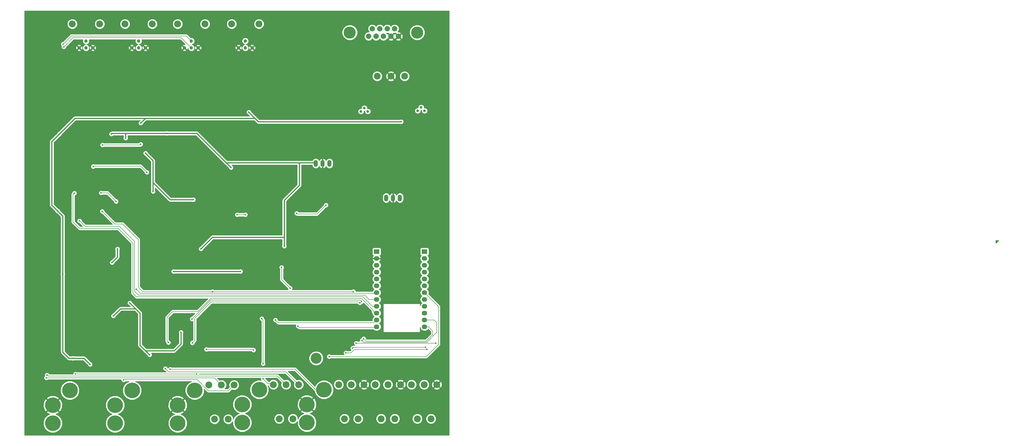
<source format=gbr>
G04 #@! TF.FileFunction,Copper,L2,Bot,Signal*
%FSLAX46Y46*%
G04 Gerber Fmt 4.6, Leading zero omitted, Abs format (unit mm)*
G04 Created by KiCad (PCBNEW 4.0.2-stable) date 9/9/2016 3:28:36 PM*
%MOMM*%
G01*
G04 APERTURE LIST*
%ADD10C,0.100000*%
%ADD11C,0.600000*%
%ADD12O,2.032000X1.727200*%
%ADD13R,2.032000X1.727200*%
%ADD14C,1.000760*%
%ADD15C,2.510000*%
%ADD16O,1.501140X2.499360*%
%ADD17C,5.800000*%
%ADD18C,2.540000*%
%ADD19C,1.270000*%
%ADD20C,4.500000*%
%ADD21C,2.000000*%
%ADD22C,4.064000*%
%ADD23C,0.400000*%
%ADD24C,0.180000*%
%ADD25C,0.254000*%
G04 APERTURE END LIST*
D10*
D11*
X59944000Y-167386000D03*
X58928000Y-165989000D03*
X109601000Y-170053000D03*
X104521000Y-174752000D03*
X137033000Y-157988000D03*
X141859000Y-149479000D03*
X141351000Y-156210000D03*
X128016000Y-166624000D03*
X112776000Y-145542000D03*
X112776000Y-144018000D03*
X84455000Y-134112000D03*
X40259000Y-123063000D03*
X40259000Y-121412000D03*
X49784000Y-125095000D03*
X107696000Y-125095000D03*
X117475000Y-139827000D03*
D12*
X172212000Y-164084000D03*
X172212000Y-161544000D03*
X172212000Y-159004000D03*
X172212000Y-156464000D03*
X172212000Y-153924000D03*
X172212000Y-151384000D03*
X172212000Y-148844000D03*
X172212000Y-146304000D03*
X172212000Y-143764000D03*
X172212000Y-141224000D03*
X172212000Y-138684000D03*
D13*
X172212000Y-136144000D03*
X172212000Y-136144000D03*
D12*
X172212000Y-138684000D03*
X172212000Y-141224000D03*
X172212000Y-143764000D03*
X172212000Y-146304000D03*
X172212000Y-148844000D03*
X172212000Y-151384000D03*
X172212000Y-153924000D03*
X172212000Y-156464000D03*
X172212000Y-159004000D03*
X172212000Y-161544000D03*
X172212000Y-164084000D03*
X154432000Y-164084000D03*
X154432000Y-161544000D03*
X154432000Y-159004000D03*
X154432000Y-156464000D03*
X154432000Y-153924000D03*
X154432000Y-151384000D03*
X154432000Y-148844000D03*
X154432000Y-146304000D03*
X154432000Y-143764000D03*
X154432000Y-141224000D03*
X154432000Y-138684000D03*
D13*
X154432000Y-136144000D03*
X154432000Y-136144000D03*
D12*
X154432000Y-138684000D03*
X154432000Y-141224000D03*
X154432000Y-143764000D03*
X154432000Y-146304000D03*
X154432000Y-148844000D03*
X154432000Y-151384000D03*
X154432000Y-153924000D03*
X154432000Y-156464000D03*
X154432000Y-159004000D03*
X154432000Y-161544000D03*
X154432000Y-164084000D03*
D14*
X170942000Y-82550000D03*
X172212000Y-83820000D03*
X169672000Y-83820000D03*
X149860000Y-82804000D03*
X151130000Y-84074000D03*
X148590000Y-84074000D03*
D15*
X154655000Y-70985000D03*
X159735000Y-70985000D03*
X164815000Y-70985000D03*
D16*
X134366000Y-103378000D03*
X131826000Y-103378000D03*
X136906000Y-103378000D03*
X160528000Y-116205000D03*
X157988000Y-116205000D03*
X163068000Y-116205000D03*
D17*
X40503000Y-187698000D03*
X34158000Y-193198000D03*
X34158000Y-199898000D03*
X63617000Y-187698000D03*
X57272000Y-193198000D03*
X57272000Y-199898000D03*
X134864000Y-187444000D03*
X128519000Y-192944000D03*
X128519000Y-199644000D03*
X110861000Y-187444000D03*
X104516000Y-192944000D03*
X104516000Y-199644000D03*
X86858000Y-187698000D03*
X80513000Y-193198000D03*
X80513000Y-199898000D03*
D18*
X51562000Y-51562000D03*
X41402000Y-51562000D03*
D19*
X46482000Y-57912000D03*
X46482000Y-60452000D03*
X43942000Y-60452000D03*
X49022000Y-60452000D03*
D18*
X71120000Y-51562000D03*
X60960000Y-51562000D03*
D19*
X66040000Y-57912000D03*
X66040000Y-60452000D03*
X63500000Y-60452000D03*
X68580000Y-60452000D03*
D18*
X90678000Y-51562000D03*
X80518000Y-51562000D03*
D19*
X85598000Y-57912000D03*
X85598000Y-60452000D03*
X83058000Y-60452000D03*
X88138000Y-60452000D03*
D18*
X110744000Y-51562000D03*
X100584000Y-51562000D03*
D19*
X105664000Y-57912000D03*
X105664000Y-60452000D03*
X103124000Y-60452000D03*
X108204000Y-60452000D03*
D18*
X172085000Y-185547000D03*
X167386000Y-185547000D03*
X176784000Y-185547000D03*
X169545000Y-198247000D03*
X174625000Y-198247000D03*
X158623000Y-185547000D03*
X153924000Y-185547000D03*
X163322000Y-185547000D03*
X156083000Y-198247000D03*
X161163000Y-198247000D03*
X145034000Y-185547000D03*
X140335000Y-185547000D03*
X149733000Y-185547000D03*
X142494000Y-198247000D03*
X147574000Y-198247000D03*
X120777000Y-185547000D03*
X116078000Y-185547000D03*
X125476000Y-185547000D03*
X118237000Y-198247000D03*
X123317000Y-198247000D03*
X96774000Y-185674000D03*
X92075000Y-185674000D03*
X101473000Y-185674000D03*
X94234000Y-198374000D03*
X99314000Y-198374000D03*
D20*
X169492000Y-54746000D03*
X144452000Y-54746000D03*
D21*
X161127000Y-53326000D03*
X158357000Y-53326000D03*
X155587000Y-53326000D03*
X152817000Y-53326000D03*
X162512000Y-56166000D03*
X159742000Y-56166000D03*
X156972000Y-56166000D03*
X154202000Y-56166000D03*
X151432000Y-56166000D03*
D11*
X56134000Y-119888000D03*
X119634000Y-139700000D03*
X109982000Y-125095000D03*
D22*
X131953000Y-175768000D03*
D11*
X81788000Y-166116000D03*
X61214000Y-93980000D03*
X58166000Y-135128000D03*
X56134000Y-140208000D03*
X56642000Y-160020000D03*
X62738000Y-155194000D03*
X70104000Y-174498000D03*
X89154000Y-135128000D03*
X120142000Y-134112000D03*
X100330000Y-104902000D03*
X55880000Y-92456000D03*
X76454000Y-92202000D03*
X66802000Y-88392000D03*
X103886000Y-143510000D03*
X78994000Y-143510000D03*
X71374000Y-113792000D03*
X86360000Y-116840000D03*
X68580000Y-99568000D03*
X35941000Y-121031000D03*
X37846000Y-144526000D03*
X41656000Y-175768000D03*
X48006000Y-178054000D03*
X36576000Y-92456000D03*
X163576000Y-87884000D03*
X106934000Y-84328000D03*
X122301000Y-149733000D03*
X119126000Y-141986000D03*
X52578000Y-96520000D03*
X66802000Y-96266000D03*
X42545000Y-181610000D03*
X87630000Y-181610000D03*
X135636000Y-118872000D03*
X124714000Y-121920000D03*
X93472000Y-151003000D03*
X145796000Y-151003000D03*
X52471000Y-121178000D03*
X91186000Y-172466000D03*
X108712000Y-172720000D03*
X31750000Y-183007000D03*
X37973000Y-59055000D03*
X112268000Y-183388000D03*
X112268000Y-177800000D03*
X111760000Y-161036000D03*
X75946000Y-179578000D03*
X60452000Y-183769000D03*
X69088000Y-106680000D03*
X77724000Y-179832000D03*
X49149000Y-104521000D03*
X105664000Y-122428000D03*
X102616000Y-122428000D03*
X42164000Y-114427000D03*
X52070000Y-114300000D03*
X57658000Y-117475000D03*
X65151000Y-150114000D03*
X44069000Y-124714000D03*
X148971000Y-169164000D03*
X85979000Y-170053000D03*
X148209000Y-155194000D03*
X149606000Y-168529000D03*
X148844000Y-154686000D03*
X85852000Y-161163000D03*
X77089000Y-169926000D03*
X125222000Y-163830000D03*
X116840000Y-161544000D03*
X136779000Y-175133000D03*
X143002000Y-173736000D03*
X173101000Y-172466000D03*
X172593000Y-171704000D03*
X145542000Y-171958000D03*
X146812000Y-170180000D03*
X176403000Y-170180000D03*
X32004000Y-181991000D03*
X38227000Y-60071000D03*
D23*
X384556000Y-132334000D02*
X384810000Y-132080000D01*
X385064000Y-132080000D02*
X385064000Y-132334000D01*
X384810000Y-132080000D02*
X385064000Y-132080000D01*
X384556000Y-132334000D02*
X384556000Y-132842000D01*
X384556000Y-132842000D02*
X385064000Y-132334000D01*
X385064000Y-132334000D02*
X385318000Y-132080000D01*
X384556000Y-132080000D02*
X385318000Y-132080000D01*
X384556000Y-132334000D02*
X384556000Y-132080000D01*
X68580000Y-172974000D02*
X79248000Y-172974000D01*
X81788000Y-170434000D02*
X81788000Y-166116000D01*
X79248000Y-172974000D02*
X81788000Y-170434000D01*
X61214000Y-93980000D02*
X61214000Y-92202000D01*
X58166000Y-138176000D02*
X58166000Y-135128000D01*
X56134000Y-140208000D02*
X58166000Y-138176000D01*
X59309000Y-157353000D02*
X64897000Y-157353000D01*
X56642000Y-160020000D02*
X59309000Y-157353000D01*
X62738000Y-155194000D02*
X64897000Y-157353000D01*
X64897000Y-157353000D02*
X66548000Y-159004000D01*
X66548000Y-159004000D02*
X66548000Y-170942000D01*
X66548000Y-170942000D02*
X68580000Y-172974000D01*
X68580000Y-172974000D02*
X70104000Y-174498000D01*
X120142000Y-130810000D02*
X93472000Y-130810000D01*
X93472000Y-130810000D02*
X89154000Y-135128000D01*
X125730000Y-103124000D02*
X125730000Y-111506000D01*
X120142000Y-130810000D02*
X120142000Y-134112000D01*
X120142000Y-117094000D02*
X120142000Y-130810000D01*
X125730000Y-111506000D02*
X120142000Y-117094000D01*
X98552000Y-103124000D02*
X125730000Y-103124000D01*
X125730000Y-103124000D02*
X131572000Y-103124000D01*
X131572000Y-103124000D02*
X131826000Y-103378000D01*
X75184000Y-92202000D02*
X87630000Y-92202000D01*
X87630000Y-92202000D02*
X98552000Y-103124000D01*
X98552000Y-103124000D02*
X100330000Y-104902000D01*
X55880000Y-92456000D02*
X56134000Y-92202000D01*
X56134000Y-92202000D02*
X61214000Y-92202000D01*
X61214000Y-92202000D02*
X75184000Y-92202000D01*
X75184000Y-92202000D02*
X76454000Y-92202000D01*
X66802000Y-88392000D02*
X68580000Y-86614000D01*
X78994000Y-143510000D02*
X103886000Y-143510000D01*
X71374000Y-113792000D02*
X71374000Y-110490000D01*
X86360000Y-116840000D02*
X77724000Y-116840000D01*
X77724000Y-116840000D02*
X71374000Y-110490000D01*
X71374000Y-110490000D02*
X71374000Y-102362000D01*
X71374000Y-102362000D02*
X68580000Y-99568000D01*
X33782000Y-95250000D02*
X33782000Y-118872000D01*
X36576000Y-92456000D02*
X33782000Y-95250000D01*
X33782000Y-118872000D02*
X35941000Y-121031000D01*
X35941000Y-121031000D02*
X37846000Y-122936000D01*
X37846000Y-122936000D02*
X37846000Y-144526000D01*
X45720000Y-175768000D02*
X48006000Y-178054000D01*
X40132000Y-175768000D02*
X41656000Y-175768000D01*
X37846000Y-144526000D02*
X37846000Y-173482000D01*
X37846000Y-173482000D02*
X40132000Y-175768000D01*
X41656000Y-175768000D02*
X45720000Y-175768000D01*
X109220000Y-86614000D02*
X68580000Y-86614000D01*
X68580000Y-86614000D02*
X42418000Y-86614000D01*
X42418000Y-86614000D02*
X36576000Y-92456000D01*
X110490000Y-87884000D02*
X163576000Y-87884000D01*
X106934000Y-84328000D02*
X109220000Y-86614000D01*
X109220000Y-86614000D02*
X110490000Y-87884000D01*
D24*
X122301000Y-149733000D02*
X120904000Y-148336000D01*
X120904000Y-148336000D02*
X119126000Y-146558000D01*
X119126000Y-146558000D02*
X119126000Y-141986000D01*
X66548000Y-96520000D02*
X52578000Y-96520000D01*
X66802000Y-96266000D02*
X66548000Y-96520000D01*
X87630000Y-181610000D02*
X42545000Y-181610000D01*
X132334000Y-122174000D02*
X135636000Y-118872000D01*
X124968000Y-122174000D02*
X132334000Y-122174000D01*
X124714000Y-121920000D02*
X124968000Y-122174000D01*
X59436000Y-125857000D02*
X60071000Y-125857000D01*
X60071000Y-125857000D02*
X65913000Y-131699000D01*
X65913000Y-131699000D02*
X65913000Y-149352000D01*
X65913000Y-149352000D02*
X66548000Y-149987000D01*
X93472000Y-151003000D02*
X92837000Y-151003000D01*
X65913000Y-149352000D02*
X66548000Y-149987000D01*
X66548000Y-149987000D02*
X67310000Y-150749000D01*
X67310000Y-150749000D02*
X67564000Y-151003000D01*
X67564000Y-151003000D02*
X92837000Y-151003000D01*
X92837000Y-151003000D02*
X145796000Y-151003000D01*
X57150000Y-125857000D02*
X52471000Y-121178000D01*
X57150000Y-125857000D02*
X59436000Y-125857000D01*
X108458000Y-172466000D02*
X91186000Y-172466000D01*
X108712000Y-172720000D02*
X108458000Y-172466000D01*
X93980000Y-183007000D02*
X94107000Y-183007000D01*
X94107000Y-183007000D02*
X95631000Y-184531000D01*
X95631000Y-184531000D02*
X96774000Y-185674000D01*
X96774000Y-185039000D02*
X96774000Y-184912000D01*
X93980000Y-183007000D02*
X31750000Y-183007000D01*
X37973000Y-59055000D02*
X41021000Y-56007000D01*
X41021000Y-56007000D02*
X83693000Y-56007000D01*
X83693000Y-56007000D02*
X85598000Y-57912000D01*
X112268000Y-183388000D02*
X114046000Y-185166000D01*
X114046000Y-185166000D02*
X115697000Y-185166000D01*
X115697000Y-185166000D02*
X116078000Y-185547000D01*
X112268000Y-161544000D02*
X112268000Y-177800000D01*
X111760000Y-161036000D02*
X112268000Y-161544000D01*
X120650000Y-180848000D02*
X120777000Y-180848000D01*
X120777000Y-180848000D02*
X125476000Y-185547000D01*
X77216000Y-180848000D02*
X120650000Y-180848000D01*
X75946000Y-179578000D02*
X77216000Y-180848000D01*
X87249000Y-183642000D02*
X87757000Y-183642000D01*
X99314000Y-187833000D02*
X101473000Y-185674000D01*
X91948000Y-187833000D02*
X99314000Y-187833000D01*
X87757000Y-183642000D02*
X91948000Y-187833000D01*
X60579000Y-183642000D02*
X87249000Y-183642000D01*
X60452000Y-183769000D02*
X60579000Y-183642000D01*
X134864000Y-187444000D02*
X131818000Y-187444000D01*
X66802000Y-104394000D02*
X49276000Y-104394000D01*
X69088000Y-106680000D02*
X66802000Y-104394000D01*
X124206000Y-179832000D02*
X77724000Y-179832000D01*
X131818000Y-187444000D02*
X124206000Y-179832000D01*
X49149000Y-104521000D02*
X49276000Y-104394000D01*
X102616000Y-122428000D02*
X105664000Y-122428000D01*
X57785000Y-127508000D02*
X58420000Y-127508000D01*
X58420000Y-127508000D02*
X63881000Y-132969000D01*
X63881000Y-132969000D02*
X63881000Y-151638000D01*
X63881000Y-151638000D02*
X64389000Y-152146000D01*
X149352000Y-152908000D02*
X152908000Y-156464000D01*
X152908000Y-156464000D02*
X154432000Y-156464000D01*
X42291000Y-125730000D02*
X44069000Y-127508000D01*
X44069000Y-127508000D02*
X57785000Y-127508000D01*
X149352000Y-152908000D02*
X65151000Y-152908000D01*
X63881000Y-151638000D02*
X64389000Y-152146000D01*
X64389000Y-152146000D02*
X65151000Y-152908000D01*
X41656000Y-125095000D02*
X42291000Y-125730000D01*
X42164000Y-114427000D02*
X41656000Y-114935000D01*
X41656000Y-114935000D02*
X41656000Y-125095000D01*
X52070000Y-114300000D02*
X52959000Y-114300000D01*
X148844000Y-151638000D02*
X154178000Y-151638000D01*
X54483000Y-114300000D02*
X52959000Y-114300000D01*
X57658000Y-117475000D02*
X54483000Y-114300000D01*
X66675000Y-151638000D02*
X65151000Y-150114000D01*
X148844000Y-151638000D02*
X66675000Y-151638000D01*
X154178000Y-151638000D02*
X154432000Y-151384000D01*
X58039000Y-126746000D02*
X58928000Y-126746000D01*
X58928000Y-126746000D02*
X64516000Y-132334000D01*
X64516000Y-132334000D02*
X64516000Y-150876000D01*
X64516000Y-150876000D02*
X65532000Y-151892000D01*
X149098000Y-152273000D02*
X149987000Y-152273000D01*
X151638000Y-153924000D02*
X154432000Y-153924000D01*
X149987000Y-152273000D02*
X151638000Y-153924000D01*
X44069000Y-124714000D02*
X46101000Y-126746000D01*
X46101000Y-126746000D02*
X58039000Y-126746000D01*
X64516000Y-150876000D02*
X65532000Y-151892000D01*
X65532000Y-151892000D02*
X65913000Y-152273000D01*
X149098000Y-152273000D02*
X65913000Y-152273000D01*
X176784000Y-166116000D02*
X176784000Y-164719000D01*
X173101000Y-169799000D02*
X176784000Y-166116000D01*
X149606000Y-169799000D02*
X173101000Y-169799000D01*
X148971000Y-169164000D02*
X149606000Y-169799000D01*
X172212000Y-161544000D02*
X173863000Y-161544000D01*
X86868000Y-160938404D02*
X88660702Y-159145702D01*
X86868000Y-169164000D02*
X86868000Y-160938404D01*
X85979000Y-170053000D02*
X86868000Y-169164000D01*
X88660702Y-159116298D02*
X92964000Y-154813000D01*
X92964000Y-154813000D02*
X147828000Y-154813000D01*
X148209000Y-155194000D02*
X147828000Y-154813000D01*
X88660702Y-159145702D02*
X88660702Y-159116298D01*
X176784000Y-164719000D02*
X176784000Y-162560000D01*
X176784000Y-162560000D02*
X175768000Y-161544000D01*
X175768000Y-161544000D02*
X173863000Y-161544000D01*
X173736000Y-164084000D02*
X172212000Y-164084000D01*
X175260000Y-165608000D02*
X173736000Y-164084000D01*
X175260000Y-167005000D02*
X175260000Y-165608000D01*
X172846002Y-169418998D02*
X175260000Y-167005000D01*
X150495998Y-169418998D02*
X172846002Y-169418998D01*
X149606000Y-168529000D02*
X150495998Y-169418998D01*
X148844000Y-154686000D02*
X148336000Y-154178000D01*
X148336000Y-154178000D02*
X92837000Y-154178000D01*
X85852000Y-161163000D02*
X92837000Y-154178000D01*
X172212000Y-164084000D02*
X172212000Y-164211000D01*
X149034500Y-153733500D02*
X150495000Y-155194000D01*
X153162000Y-158369000D02*
X153797000Y-159004000D01*
X153162000Y-157861000D02*
X153162000Y-158369000D01*
X150495000Y-155194000D02*
X153162000Y-157861000D01*
X153797000Y-159004000D02*
X154432000Y-159004000D01*
X92837000Y-153543000D02*
X148844000Y-153543000D01*
X88011000Y-158369000D02*
X92837000Y-153543000D01*
X149034500Y-153733500D02*
X148844000Y-153543000D01*
X76581000Y-160528000D02*
X78740000Y-158369000D01*
X78740000Y-158369000D02*
X88011000Y-158369000D01*
X76581000Y-169418000D02*
X76581000Y-160528000D01*
X77089000Y-169926000D02*
X76581000Y-169418000D01*
X125730000Y-164338000D02*
X154178000Y-164338000D01*
X125222000Y-163830000D02*
X125730000Y-164338000D01*
X154178000Y-164338000D02*
X154432000Y-164084000D01*
X153416000Y-162560000D02*
X154432000Y-161544000D01*
X117856000Y-162560000D02*
X153416000Y-162560000D01*
X116840000Y-161544000D02*
X117856000Y-162560000D01*
X163957000Y-175133000D02*
X172847000Y-175133000D01*
X177419000Y-156591000D02*
X172212000Y-151384000D01*
X177419000Y-170561000D02*
X177419000Y-156591000D01*
X172847000Y-175133000D02*
X177419000Y-170561000D01*
X136779000Y-175133000D02*
X163957000Y-175133000D01*
X146177000Y-172466000D02*
X173101000Y-172466000D01*
X144907000Y-173736000D02*
X146177000Y-172466000D01*
X143002000Y-173736000D02*
X144907000Y-173736000D01*
X145796000Y-171704000D02*
X172593000Y-171704000D01*
X145542000Y-171958000D02*
X145796000Y-171704000D01*
X146812000Y-170180000D02*
X176403000Y-170180000D01*
X117348000Y-182372000D02*
X117602000Y-182372000D01*
X117602000Y-182372000D02*
X120777000Y-185547000D01*
X85598000Y-60452000D02*
X81788000Y-56642000D01*
X32385000Y-182372000D02*
X117348000Y-182372000D01*
X32004000Y-181991000D02*
X32385000Y-182372000D01*
X41656000Y-56642000D02*
X38227000Y-60071000D01*
X81788000Y-56642000D02*
X41656000Y-56642000D01*
D25*
G36*
X181290000Y-204290000D02*
X23710000Y-204290000D01*
X23710000Y-200598070D01*
X30622387Y-200598070D01*
X31159425Y-201897801D01*
X32152969Y-202893080D01*
X33451760Y-203432385D01*
X34858070Y-203433613D01*
X36157801Y-202896575D01*
X37153080Y-201903031D01*
X37692385Y-200604240D01*
X37693613Y-199197930D01*
X37156575Y-197898199D01*
X36163031Y-196902920D01*
X35306917Y-196547431D01*
X36148334Y-196202867D01*
X36172467Y-196186742D01*
X36502882Y-195722487D01*
X34158000Y-193377605D01*
X31813118Y-195722487D01*
X32143533Y-196186742D01*
X33007271Y-196548596D01*
X32158199Y-196899425D01*
X31162920Y-197892969D01*
X30623615Y-199191760D01*
X30622387Y-200598070D01*
X23710000Y-200598070D01*
X23710000Y-193886916D01*
X30620197Y-193886916D01*
X31153133Y-195188334D01*
X31169258Y-195212467D01*
X31633513Y-195542882D01*
X33978395Y-193198000D01*
X34337605Y-193198000D01*
X36682487Y-195542882D01*
X37146742Y-195212467D01*
X37690141Y-193915383D01*
X37690210Y-193898070D01*
X53736387Y-193898070D01*
X54273425Y-195197801D01*
X55266969Y-196193080D01*
X56122211Y-196548207D01*
X55272199Y-196899425D01*
X54276920Y-197892969D01*
X53737615Y-199191760D01*
X53736387Y-200598070D01*
X54273425Y-201897801D01*
X55266969Y-202893080D01*
X56565760Y-203432385D01*
X57972070Y-203433613D01*
X59271801Y-202896575D01*
X60267080Y-201903031D01*
X60806385Y-200604240D01*
X60806390Y-200598070D01*
X76977387Y-200598070D01*
X77514425Y-201897801D01*
X78507969Y-202893080D01*
X79806760Y-203432385D01*
X81213070Y-203433613D01*
X82512801Y-202896575D01*
X83508080Y-201903031D01*
X84047385Y-200604240D01*
X84048613Y-199197930D01*
X83864055Y-198751265D01*
X92328670Y-198751265D01*
X92618078Y-199451686D01*
X93153495Y-199988039D01*
X93853410Y-200278668D01*
X94611265Y-200279330D01*
X95311686Y-199989922D01*
X95848039Y-199454505D01*
X96138668Y-198754590D01*
X96138670Y-198751265D01*
X97408670Y-198751265D01*
X97698078Y-199451686D01*
X98233495Y-199988039D01*
X98933410Y-200278668D01*
X99691265Y-200279330D01*
X100391686Y-199989922D01*
X100928039Y-199454505D01*
X100981276Y-199326296D01*
X100980387Y-200344070D01*
X101517425Y-201643801D01*
X102510969Y-202639080D01*
X103809760Y-203178385D01*
X105216070Y-203179613D01*
X106515801Y-202642575D01*
X107511080Y-201649031D01*
X108050385Y-200350240D01*
X108051613Y-198943930D01*
X107919531Y-198624265D01*
X116331670Y-198624265D01*
X116621078Y-199324686D01*
X117156495Y-199861039D01*
X117856410Y-200151668D01*
X118614265Y-200152330D01*
X119314686Y-199862922D01*
X119851039Y-199327505D01*
X120141668Y-198627590D01*
X120141670Y-198624265D01*
X121411670Y-198624265D01*
X121701078Y-199324686D01*
X122236495Y-199861039D01*
X122936410Y-200151668D01*
X123694265Y-200152330D01*
X124394686Y-199862922D01*
X124931039Y-199327505D01*
X124984387Y-199199029D01*
X124983387Y-200344070D01*
X125520425Y-201643801D01*
X126513969Y-202639080D01*
X127812760Y-203178385D01*
X129219070Y-203179613D01*
X130518801Y-202642575D01*
X131514080Y-201649031D01*
X132053385Y-200350240D01*
X132054613Y-198943930D01*
X131922531Y-198624265D01*
X140588670Y-198624265D01*
X140878078Y-199324686D01*
X141413495Y-199861039D01*
X142113410Y-200151668D01*
X142871265Y-200152330D01*
X143571686Y-199862922D01*
X144108039Y-199327505D01*
X144398668Y-198627590D01*
X144398670Y-198624265D01*
X145668670Y-198624265D01*
X145958078Y-199324686D01*
X146493495Y-199861039D01*
X147193410Y-200151668D01*
X147951265Y-200152330D01*
X148651686Y-199862922D01*
X149188039Y-199327505D01*
X149478668Y-198627590D01*
X149478670Y-198624265D01*
X154177670Y-198624265D01*
X154467078Y-199324686D01*
X155002495Y-199861039D01*
X155702410Y-200151668D01*
X156460265Y-200152330D01*
X157160686Y-199862922D01*
X157697039Y-199327505D01*
X157987668Y-198627590D01*
X157987670Y-198624265D01*
X159257670Y-198624265D01*
X159547078Y-199324686D01*
X160082495Y-199861039D01*
X160782410Y-200151668D01*
X161540265Y-200152330D01*
X162240686Y-199862922D01*
X162777039Y-199327505D01*
X163067668Y-198627590D01*
X163067670Y-198624265D01*
X167639670Y-198624265D01*
X167929078Y-199324686D01*
X168464495Y-199861039D01*
X169164410Y-200151668D01*
X169922265Y-200152330D01*
X170622686Y-199862922D01*
X171159039Y-199327505D01*
X171449668Y-198627590D01*
X171449670Y-198624265D01*
X172719670Y-198624265D01*
X173009078Y-199324686D01*
X173544495Y-199861039D01*
X174244410Y-200151668D01*
X175002265Y-200152330D01*
X175702686Y-199862922D01*
X176239039Y-199327505D01*
X176529668Y-198627590D01*
X176530330Y-197869735D01*
X176240922Y-197169314D01*
X175705505Y-196632961D01*
X175005590Y-196342332D01*
X174247735Y-196341670D01*
X173547314Y-196631078D01*
X173010961Y-197166495D01*
X172720332Y-197866410D01*
X172719670Y-198624265D01*
X171449670Y-198624265D01*
X171450330Y-197869735D01*
X171160922Y-197169314D01*
X170625505Y-196632961D01*
X169925590Y-196342332D01*
X169167735Y-196341670D01*
X168467314Y-196631078D01*
X167930961Y-197166495D01*
X167640332Y-197866410D01*
X167639670Y-198624265D01*
X163067670Y-198624265D01*
X163068330Y-197869735D01*
X162778922Y-197169314D01*
X162243505Y-196632961D01*
X161543590Y-196342332D01*
X160785735Y-196341670D01*
X160085314Y-196631078D01*
X159548961Y-197166495D01*
X159258332Y-197866410D01*
X159257670Y-198624265D01*
X157987670Y-198624265D01*
X157988330Y-197869735D01*
X157698922Y-197169314D01*
X157163505Y-196632961D01*
X156463590Y-196342332D01*
X155705735Y-196341670D01*
X155005314Y-196631078D01*
X154468961Y-197166495D01*
X154178332Y-197866410D01*
X154177670Y-198624265D01*
X149478670Y-198624265D01*
X149479330Y-197869735D01*
X149189922Y-197169314D01*
X148654505Y-196632961D01*
X147954590Y-196342332D01*
X147196735Y-196341670D01*
X146496314Y-196631078D01*
X145959961Y-197166495D01*
X145669332Y-197866410D01*
X145668670Y-198624265D01*
X144398670Y-198624265D01*
X144399330Y-197869735D01*
X144109922Y-197169314D01*
X143574505Y-196632961D01*
X142874590Y-196342332D01*
X142116735Y-196341670D01*
X141416314Y-196631078D01*
X140879961Y-197166495D01*
X140589332Y-197866410D01*
X140588670Y-198624265D01*
X131922531Y-198624265D01*
X131517575Y-197644199D01*
X130524031Y-196648920D01*
X129667917Y-196293431D01*
X130509334Y-195948867D01*
X130533467Y-195932742D01*
X130863882Y-195468487D01*
X128519000Y-193123605D01*
X126174118Y-195468487D01*
X126504533Y-195932742D01*
X127368271Y-196294596D01*
X126519199Y-196645425D01*
X125523920Y-197638969D01*
X125221896Y-198366323D01*
X125222330Y-197869735D01*
X124932922Y-197169314D01*
X124397505Y-196632961D01*
X123697590Y-196342332D01*
X122939735Y-196341670D01*
X122239314Y-196631078D01*
X121702961Y-197166495D01*
X121412332Y-197866410D01*
X121411670Y-198624265D01*
X120141670Y-198624265D01*
X120142330Y-197869735D01*
X119852922Y-197169314D01*
X119317505Y-196632961D01*
X118617590Y-196342332D01*
X117859735Y-196341670D01*
X117159314Y-196631078D01*
X116622961Y-197166495D01*
X116332332Y-197866410D01*
X116331670Y-198624265D01*
X107919531Y-198624265D01*
X107514575Y-197644199D01*
X106521031Y-196648920D01*
X105665789Y-196293793D01*
X106515801Y-195942575D01*
X107511080Y-194949031D01*
X108050385Y-193650240D01*
X108050400Y-193632916D01*
X124981197Y-193632916D01*
X125514133Y-194934334D01*
X125530258Y-194958467D01*
X125994513Y-195288882D01*
X128339395Y-192944000D01*
X128698605Y-192944000D01*
X131043487Y-195288882D01*
X131507742Y-194958467D01*
X132051141Y-193661383D01*
X132056803Y-192255084D01*
X131523867Y-190953666D01*
X131507742Y-190929533D01*
X131043487Y-190599118D01*
X128698605Y-192944000D01*
X128339395Y-192944000D01*
X125994513Y-190599118D01*
X125530258Y-190929533D01*
X124986859Y-192226617D01*
X124981197Y-193632916D01*
X108050400Y-193632916D01*
X108051613Y-192243930D01*
X107514575Y-190944199D01*
X106521031Y-189948920D01*
X105222240Y-189409615D01*
X103815930Y-189408387D01*
X102516199Y-189945425D01*
X101520920Y-190938969D01*
X100981615Y-192237760D01*
X100980387Y-193644070D01*
X101517425Y-194943801D01*
X102510969Y-195939080D01*
X103366211Y-196294207D01*
X102516199Y-196645425D01*
X101520920Y-197638969D01*
X101219007Y-198366055D01*
X101219330Y-197996735D01*
X100929922Y-197296314D01*
X100394505Y-196759961D01*
X99694590Y-196469332D01*
X98936735Y-196468670D01*
X98236314Y-196758078D01*
X97699961Y-197293495D01*
X97409332Y-197993410D01*
X97408670Y-198751265D01*
X96138670Y-198751265D01*
X96139330Y-197996735D01*
X95849922Y-197296314D01*
X95314505Y-196759961D01*
X94614590Y-196469332D01*
X93856735Y-196468670D01*
X93156314Y-196758078D01*
X92619961Y-197293495D01*
X92329332Y-197993410D01*
X92328670Y-198751265D01*
X83864055Y-198751265D01*
X83511575Y-197898199D01*
X82518031Y-196902920D01*
X81661917Y-196547431D01*
X82503334Y-196202867D01*
X82527467Y-196186742D01*
X82857882Y-195722487D01*
X80513000Y-193377605D01*
X78168118Y-195722487D01*
X78498533Y-196186742D01*
X79362271Y-196548596D01*
X78513199Y-196899425D01*
X77517920Y-197892969D01*
X76978615Y-199191760D01*
X76977387Y-200598070D01*
X60806390Y-200598070D01*
X60807613Y-199197930D01*
X60270575Y-197898199D01*
X59277031Y-196902920D01*
X58421789Y-196547793D01*
X59271801Y-196196575D01*
X60267080Y-195203031D01*
X60806385Y-193904240D01*
X60806400Y-193886916D01*
X76975197Y-193886916D01*
X77508133Y-195188334D01*
X77524258Y-195212467D01*
X77988513Y-195542882D01*
X80333395Y-193198000D01*
X80692605Y-193198000D01*
X83037487Y-195542882D01*
X83501742Y-195212467D01*
X84045141Y-193915383D01*
X84050803Y-192509084D01*
X83517867Y-191207666D01*
X83501742Y-191183533D01*
X83037487Y-190853118D01*
X80692605Y-193198000D01*
X80333395Y-193198000D01*
X77988513Y-190853118D01*
X77524258Y-191183533D01*
X76980859Y-192480617D01*
X76975197Y-193886916D01*
X60806400Y-193886916D01*
X60807613Y-192497930D01*
X60270575Y-191198199D01*
X59277031Y-190202920D01*
X57978240Y-189663615D01*
X56571930Y-189662387D01*
X55272199Y-190199425D01*
X54276920Y-191192969D01*
X53737615Y-192491760D01*
X53736387Y-193898070D01*
X37690210Y-193898070D01*
X37695803Y-192509084D01*
X37162867Y-191207666D01*
X37146742Y-191183533D01*
X36682487Y-190853118D01*
X34337605Y-193198000D01*
X33978395Y-193198000D01*
X31633513Y-190853118D01*
X31169258Y-191183533D01*
X30625859Y-192480617D01*
X30620197Y-193886916D01*
X23710000Y-193886916D01*
X23710000Y-190673513D01*
X31813118Y-190673513D01*
X34158000Y-193018395D01*
X36502882Y-190673513D01*
X36172467Y-190209258D01*
X34875383Y-189665859D01*
X33469084Y-189660197D01*
X32167666Y-190193133D01*
X32143533Y-190209258D01*
X31813118Y-190673513D01*
X23710000Y-190673513D01*
X23710000Y-188398070D01*
X36967387Y-188398070D01*
X37504425Y-189697801D01*
X38497969Y-190693080D01*
X39796760Y-191232385D01*
X41203070Y-191233613D01*
X42502801Y-190696575D01*
X43498080Y-189703031D01*
X44037385Y-188404240D01*
X44038613Y-186997930D01*
X43501575Y-185698199D01*
X42508031Y-184702920D01*
X41209240Y-184163615D01*
X39802930Y-184162387D01*
X38503199Y-184699425D01*
X37507920Y-185692969D01*
X36968615Y-186991760D01*
X36967387Y-188398070D01*
X23710000Y-188398070D01*
X23710000Y-183192167D01*
X30814838Y-183192167D01*
X30956883Y-183535943D01*
X31219673Y-183799192D01*
X31563201Y-183941838D01*
X31935167Y-183942162D01*
X32278943Y-183800117D01*
X32347179Y-183732000D01*
X59517032Y-183732000D01*
X59516838Y-183954167D01*
X59658883Y-184297943D01*
X59921673Y-184561192D01*
X60265201Y-184703838D01*
X60637167Y-184704162D01*
X60980943Y-184562117D01*
X61176401Y-184367000D01*
X62421729Y-184367000D01*
X61617199Y-184699425D01*
X60621920Y-185692969D01*
X60082615Y-186991760D01*
X60081387Y-188398070D01*
X60618425Y-189697801D01*
X61611969Y-190693080D01*
X62910760Y-191232385D01*
X64317070Y-191233613D01*
X65616801Y-190696575D01*
X65639903Y-190673513D01*
X78168118Y-190673513D01*
X80513000Y-193018395D01*
X82857882Y-190673513D01*
X82527467Y-190209258D01*
X81230383Y-189665859D01*
X79824084Y-189660197D01*
X78522666Y-190193133D01*
X78498533Y-190209258D01*
X78168118Y-190673513D01*
X65639903Y-190673513D01*
X66612080Y-189703031D01*
X67151385Y-188404240D01*
X67152613Y-186997930D01*
X66615575Y-185698199D01*
X65622031Y-184702920D01*
X64813046Y-184367000D01*
X85662729Y-184367000D01*
X84858199Y-184699425D01*
X83862920Y-185692969D01*
X83323615Y-186991760D01*
X83322387Y-188398070D01*
X83859425Y-189697801D01*
X84852969Y-190693080D01*
X86151760Y-191232385D01*
X87558070Y-191233613D01*
X88857801Y-190696575D01*
X89853080Y-189703031D01*
X90392385Y-188404240D01*
X90393346Y-187303650D01*
X91435348Y-188345652D01*
X91670554Y-188502813D01*
X91716585Y-188511969D01*
X91948000Y-188558000D01*
X99314000Y-188558000D01*
X99545415Y-188511969D01*
X99591446Y-188502813D01*
X99826652Y-188345652D01*
X100739978Y-187432326D01*
X101092410Y-187578668D01*
X101850265Y-187579330D01*
X102550686Y-187289922D01*
X103087039Y-186754505D01*
X103377668Y-186054590D01*
X103378330Y-185296735D01*
X103088922Y-184596314D01*
X102553505Y-184059961D01*
X101853590Y-183769332D01*
X101095735Y-183768670D01*
X100395314Y-184058078D01*
X99858961Y-184593495D01*
X99568332Y-185293410D01*
X99567670Y-186051265D01*
X99714668Y-186407028D01*
X99013696Y-187108000D01*
X98033926Y-187108000D01*
X98388039Y-186754505D01*
X98678668Y-186054590D01*
X98679330Y-185296735D01*
X98389922Y-184596314D01*
X97854505Y-184059961D01*
X97154590Y-183769332D01*
X96396735Y-183768670D01*
X96040973Y-183915668D01*
X95222304Y-183097000D01*
X111376430Y-183097000D01*
X111333162Y-183201201D01*
X111332838Y-183573167D01*
X111471821Y-183909532D01*
X110160930Y-183908387D01*
X108861199Y-184445425D01*
X107865920Y-185438969D01*
X107326615Y-186737760D01*
X107325387Y-188144070D01*
X107862425Y-189443801D01*
X108855969Y-190439080D01*
X110154760Y-190978385D01*
X111561070Y-190979613D01*
X112860801Y-190442575D01*
X112883903Y-190419513D01*
X126174118Y-190419513D01*
X128519000Y-192764395D01*
X130863882Y-190419513D01*
X130533467Y-189955258D01*
X129236383Y-189411859D01*
X127830084Y-189406197D01*
X126528666Y-189939133D01*
X126504533Y-189955258D01*
X126174118Y-190419513D01*
X112883903Y-190419513D01*
X113856080Y-189449031D01*
X114395385Y-188150240D01*
X114396613Y-186743930D01*
X114044027Y-185890608D01*
X114046000Y-185891000D01*
X114172699Y-185891000D01*
X114172670Y-185924265D01*
X114462078Y-186624686D01*
X114997495Y-187161039D01*
X115697410Y-187451668D01*
X116455265Y-187452330D01*
X117155686Y-187162922D01*
X117692039Y-186627505D01*
X117982668Y-185927590D01*
X117983330Y-185169735D01*
X117693922Y-184469314D01*
X117158505Y-183932961D01*
X116458590Y-183642332D01*
X115700735Y-183641670D01*
X115000314Y-183931078D01*
X114489501Y-184441000D01*
X114346305Y-184441000D01*
X113203079Y-183297775D01*
X113203162Y-183202833D01*
X113159433Y-183097000D01*
X117301696Y-183097000D01*
X119018674Y-184813978D01*
X118872332Y-185166410D01*
X118871670Y-185924265D01*
X119161078Y-186624686D01*
X119696495Y-187161039D01*
X120396410Y-187451668D01*
X121154265Y-187452330D01*
X121854686Y-187162922D01*
X122391039Y-186627505D01*
X122681668Y-185927590D01*
X122682330Y-185169735D01*
X122392922Y-184469314D01*
X121857505Y-183932961D01*
X121157590Y-183642332D01*
X120399735Y-183641670D01*
X120043972Y-183788668D01*
X118114652Y-181859348D01*
X117879446Y-181702187D01*
X117833415Y-181693031D01*
X117602000Y-181647000D01*
X88564968Y-181647000D01*
X88565033Y-181573000D01*
X120476696Y-181573000D01*
X123717674Y-184813979D01*
X123571332Y-185166410D01*
X123570670Y-185924265D01*
X123860078Y-186624686D01*
X124395495Y-187161039D01*
X125095410Y-187451668D01*
X125853265Y-187452330D01*
X126553686Y-187162922D01*
X127090039Y-186627505D01*
X127380668Y-185927590D01*
X127381330Y-185169735D01*
X127091922Y-184469314D01*
X126556505Y-183932961D01*
X125856590Y-183642332D01*
X125098735Y-183641670D01*
X124742973Y-183788668D01*
X121511304Y-180557000D01*
X123905696Y-180557000D01*
X131305348Y-187956653D01*
X131328537Y-187972148D01*
X131328387Y-188144070D01*
X131865425Y-189443801D01*
X132858969Y-190439080D01*
X134157760Y-190978385D01*
X135564070Y-190979613D01*
X136863801Y-190442575D01*
X137859080Y-189449031D01*
X138398385Y-188150240D01*
X138399613Y-186743930D01*
X138060935Y-185924265D01*
X138429670Y-185924265D01*
X138719078Y-186624686D01*
X139254495Y-187161039D01*
X139954410Y-187451668D01*
X140712265Y-187452330D01*
X141412686Y-187162922D01*
X141949039Y-186627505D01*
X142239668Y-185927590D01*
X142239670Y-185924265D01*
X143128670Y-185924265D01*
X143418078Y-186624686D01*
X143953495Y-187161039D01*
X144653410Y-187451668D01*
X145411265Y-187452330D01*
X146111686Y-187162922D01*
X146380299Y-186894777D01*
X148564828Y-186894777D01*
X148696520Y-187189657D01*
X149404036Y-187461261D01*
X150161632Y-187441436D01*
X150769480Y-187189657D01*
X150901172Y-186894777D01*
X149733000Y-185726605D01*
X148564828Y-186894777D01*
X146380299Y-186894777D01*
X146648039Y-186627505D01*
X146938668Y-185927590D01*
X146939287Y-185218036D01*
X147818739Y-185218036D01*
X147838564Y-185975632D01*
X148090343Y-186583480D01*
X148385223Y-186715172D01*
X149553395Y-185547000D01*
X149912605Y-185547000D01*
X151080777Y-186715172D01*
X151375657Y-186583480D01*
X151628719Y-185924265D01*
X152018670Y-185924265D01*
X152308078Y-186624686D01*
X152843495Y-187161039D01*
X153543410Y-187451668D01*
X154301265Y-187452330D01*
X155001686Y-187162922D01*
X155538039Y-186627505D01*
X155828668Y-185927590D01*
X155828670Y-185924265D01*
X156717670Y-185924265D01*
X157007078Y-186624686D01*
X157542495Y-187161039D01*
X158242410Y-187451668D01*
X159000265Y-187452330D01*
X159700686Y-187162922D01*
X159969299Y-186894777D01*
X162153828Y-186894777D01*
X162285520Y-187189657D01*
X162993036Y-187461261D01*
X163750632Y-187441436D01*
X164358480Y-187189657D01*
X164490172Y-186894777D01*
X163322000Y-185726605D01*
X162153828Y-186894777D01*
X159969299Y-186894777D01*
X160237039Y-186627505D01*
X160527668Y-185927590D01*
X160528287Y-185218036D01*
X161407739Y-185218036D01*
X161427564Y-185975632D01*
X161679343Y-186583480D01*
X161974223Y-186715172D01*
X163142395Y-185547000D01*
X163501605Y-185547000D01*
X164669777Y-186715172D01*
X164964657Y-186583480D01*
X165217719Y-185924265D01*
X165480670Y-185924265D01*
X165770078Y-186624686D01*
X166305495Y-187161039D01*
X167005410Y-187451668D01*
X167763265Y-187452330D01*
X168463686Y-187162922D01*
X169000039Y-186627505D01*
X169290668Y-185927590D01*
X169290670Y-185924265D01*
X170179670Y-185924265D01*
X170469078Y-186624686D01*
X171004495Y-187161039D01*
X171704410Y-187451668D01*
X172462265Y-187452330D01*
X173162686Y-187162922D01*
X173431299Y-186894777D01*
X175615828Y-186894777D01*
X175747520Y-187189657D01*
X176455036Y-187461261D01*
X177212632Y-187441436D01*
X177820480Y-187189657D01*
X177952172Y-186894777D01*
X176784000Y-185726605D01*
X175615828Y-186894777D01*
X173431299Y-186894777D01*
X173699039Y-186627505D01*
X173989668Y-185927590D01*
X173990287Y-185218036D01*
X174869739Y-185218036D01*
X174889564Y-185975632D01*
X175141343Y-186583480D01*
X175436223Y-186715172D01*
X176604395Y-185547000D01*
X176963605Y-185547000D01*
X178131777Y-186715172D01*
X178426657Y-186583480D01*
X178698261Y-185875964D01*
X178678436Y-185118368D01*
X178426657Y-184510520D01*
X178131777Y-184378828D01*
X176963605Y-185547000D01*
X176604395Y-185547000D01*
X175436223Y-184378828D01*
X175141343Y-184510520D01*
X174869739Y-185218036D01*
X173990287Y-185218036D01*
X173990330Y-185169735D01*
X173700922Y-184469314D01*
X173431303Y-184199223D01*
X175615828Y-184199223D01*
X176784000Y-185367395D01*
X177952172Y-184199223D01*
X177820480Y-183904343D01*
X177112964Y-183632739D01*
X176355368Y-183652564D01*
X175747520Y-183904343D01*
X175615828Y-184199223D01*
X173431303Y-184199223D01*
X173165505Y-183932961D01*
X172465590Y-183642332D01*
X171707735Y-183641670D01*
X171007314Y-183931078D01*
X170470961Y-184466495D01*
X170180332Y-185166410D01*
X170179670Y-185924265D01*
X169290670Y-185924265D01*
X169291330Y-185169735D01*
X169001922Y-184469314D01*
X168466505Y-183932961D01*
X167766590Y-183642332D01*
X167008735Y-183641670D01*
X166308314Y-183931078D01*
X165771961Y-184466495D01*
X165481332Y-185166410D01*
X165480670Y-185924265D01*
X165217719Y-185924265D01*
X165236261Y-185875964D01*
X165216436Y-185118368D01*
X164964657Y-184510520D01*
X164669777Y-184378828D01*
X163501605Y-185547000D01*
X163142395Y-185547000D01*
X161974223Y-184378828D01*
X161679343Y-184510520D01*
X161407739Y-185218036D01*
X160528287Y-185218036D01*
X160528330Y-185169735D01*
X160238922Y-184469314D01*
X159969303Y-184199223D01*
X162153828Y-184199223D01*
X163322000Y-185367395D01*
X164490172Y-184199223D01*
X164358480Y-183904343D01*
X163650964Y-183632739D01*
X162893368Y-183652564D01*
X162285520Y-183904343D01*
X162153828Y-184199223D01*
X159969303Y-184199223D01*
X159703505Y-183932961D01*
X159003590Y-183642332D01*
X158245735Y-183641670D01*
X157545314Y-183931078D01*
X157008961Y-184466495D01*
X156718332Y-185166410D01*
X156717670Y-185924265D01*
X155828670Y-185924265D01*
X155829330Y-185169735D01*
X155539922Y-184469314D01*
X155004505Y-183932961D01*
X154304590Y-183642332D01*
X153546735Y-183641670D01*
X152846314Y-183931078D01*
X152309961Y-184466495D01*
X152019332Y-185166410D01*
X152018670Y-185924265D01*
X151628719Y-185924265D01*
X151647261Y-185875964D01*
X151627436Y-185118368D01*
X151375657Y-184510520D01*
X151080777Y-184378828D01*
X149912605Y-185547000D01*
X149553395Y-185547000D01*
X148385223Y-184378828D01*
X148090343Y-184510520D01*
X147818739Y-185218036D01*
X146939287Y-185218036D01*
X146939330Y-185169735D01*
X146649922Y-184469314D01*
X146380303Y-184199223D01*
X148564828Y-184199223D01*
X149733000Y-185367395D01*
X150901172Y-184199223D01*
X150769480Y-183904343D01*
X150061964Y-183632739D01*
X149304368Y-183652564D01*
X148696520Y-183904343D01*
X148564828Y-184199223D01*
X146380303Y-184199223D01*
X146114505Y-183932961D01*
X145414590Y-183642332D01*
X144656735Y-183641670D01*
X143956314Y-183931078D01*
X143419961Y-184466495D01*
X143129332Y-185166410D01*
X143128670Y-185924265D01*
X142239670Y-185924265D01*
X142240330Y-185169735D01*
X141950922Y-184469314D01*
X141415505Y-183932961D01*
X140715590Y-183642332D01*
X139957735Y-183641670D01*
X139257314Y-183931078D01*
X138720961Y-184466495D01*
X138430332Y-185166410D01*
X138429670Y-185924265D01*
X138060935Y-185924265D01*
X137862575Y-185444199D01*
X136869031Y-184448920D01*
X135570240Y-183909615D01*
X134163930Y-183908387D01*
X132864199Y-184445425D01*
X131868920Y-185438969D01*
X131566524Y-186167219D01*
X124718652Y-179319348D01*
X124483446Y-179162187D01*
X124437415Y-179153031D01*
X124206000Y-179107000D01*
X78321402Y-179107000D01*
X78254327Y-179039808D01*
X77910799Y-178897162D01*
X77538833Y-178896838D01*
X77195057Y-179038883D01*
X76931808Y-179301673D01*
X76881135Y-179423706D01*
X76881162Y-179392833D01*
X76739117Y-179049057D01*
X76476327Y-178785808D01*
X76132799Y-178643162D01*
X75760833Y-178642838D01*
X75417057Y-178784883D01*
X75153808Y-179047673D01*
X75011162Y-179391201D01*
X75010838Y-179763167D01*
X75152883Y-180106943D01*
X75415673Y-180370192D01*
X75759201Y-180512838D01*
X75855618Y-180512922D01*
X76227695Y-180885000D01*
X43142402Y-180885000D01*
X43075327Y-180817808D01*
X42731799Y-180675162D01*
X42359833Y-180674838D01*
X42016057Y-180816883D01*
X41752808Y-181079673D01*
X41610162Y-181423201D01*
X41609967Y-181647000D01*
X32873534Y-181647000D01*
X32797117Y-181462057D01*
X32534327Y-181198808D01*
X32190799Y-181056162D01*
X31818833Y-181055838D01*
X31475057Y-181197883D01*
X31211808Y-181460673D01*
X31069162Y-181804201D01*
X31068838Y-182176167D01*
X31124322Y-182310449D01*
X30957808Y-182476673D01*
X30815162Y-182820201D01*
X30814838Y-183192167D01*
X23710000Y-183192167D01*
X23710000Y-95250000D01*
X32947000Y-95250000D01*
X32947000Y-118872000D01*
X33010561Y-119191541D01*
X33150479Y-119400943D01*
X33191566Y-119462434D01*
X35048465Y-121319333D01*
X35147883Y-121559943D01*
X35410673Y-121823192D01*
X35652910Y-121923778D01*
X37011000Y-123281868D01*
X37011000Y-144098766D01*
X36911162Y-144339201D01*
X36910838Y-144711167D01*
X37011000Y-144953578D01*
X37011000Y-173482000D01*
X37074561Y-173801541D01*
X37255566Y-174072434D01*
X39541566Y-176358434D01*
X39812459Y-176539439D01*
X40132000Y-176603000D01*
X41228766Y-176603000D01*
X41469201Y-176702838D01*
X41841167Y-176703162D01*
X42083578Y-176603000D01*
X45374132Y-176603000D01*
X47113465Y-178342333D01*
X47212883Y-178582943D01*
X47475673Y-178846192D01*
X47819201Y-178988838D01*
X48191167Y-178989162D01*
X48534943Y-178847117D01*
X48798192Y-178584327D01*
X48940838Y-178240799D01*
X48941162Y-177868833D01*
X48799117Y-177525057D01*
X48536327Y-177261808D01*
X48294090Y-177161222D01*
X46310434Y-175177566D01*
X46243736Y-175133000D01*
X46039541Y-174996561D01*
X45720000Y-174933000D01*
X42083234Y-174933000D01*
X41842799Y-174833162D01*
X41470833Y-174832838D01*
X41228422Y-174933000D01*
X40477868Y-174933000D01*
X38681000Y-173136132D01*
X38681000Y-160205167D01*
X55706838Y-160205167D01*
X55848883Y-160548943D01*
X56111673Y-160812192D01*
X56455201Y-160954838D01*
X56827167Y-160955162D01*
X57170943Y-160813117D01*
X57434192Y-160550327D01*
X57534778Y-160308090D01*
X59654868Y-158188000D01*
X64551132Y-158188000D01*
X65713000Y-159349868D01*
X65713000Y-170942000D01*
X65776561Y-171261541D01*
X65886819Y-171426554D01*
X65957566Y-171532434D01*
X69211465Y-174786333D01*
X69310883Y-175026943D01*
X69573673Y-175290192D01*
X69917201Y-175432838D01*
X70289167Y-175433162D01*
X70632943Y-175291117D01*
X70896192Y-175028327D01*
X71038838Y-174684799D01*
X71039162Y-174312833D01*
X70897117Y-173969057D01*
X70737339Y-173809000D01*
X79248000Y-173809000D01*
X79567541Y-173745439D01*
X79838434Y-173564434D01*
X80751701Y-172651167D01*
X90250838Y-172651167D01*
X90392883Y-172994943D01*
X90655673Y-173258192D01*
X90999201Y-173400838D01*
X91371167Y-173401162D01*
X91714943Y-173259117D01*
X91783179Y-173191000D01*
X107894941Y-173191000D01*
X107918883Y-173248943D01*
X108181673Y-173512192D01*
X108525201Y-173654838D01*
X108897167Y-173655162D01*
X109240943Y-173513117D01*
X109504192Y-173250327D01*
X109646838Y-172906799D01*
X109647162Y-172534833D01*
X109505117Y-172191057D01*
X109242327Y-171927808D01*
X108898799Y-171785162D01*
X108679056Y-171784971D01*
X108678389Y-171784838D01*
X108458000Y-171741000D01*
X91783402Y-171741000D01*
X91716327Y-171673808D01*
X91372799Y-171531162D01*
X91000833Y-171530838D01*
X90657057Y-171672883D01*
X90393808Y-171935673D01*
X90251162Y-172279201D01*
X90250838Y-172651167D01*
X80751701Y-172651167D01*
X82378434Y-171024434D01*
X82413341Y-170972192D01*
X82559439Y-170753541D01*
X82623000Y-170434000D01*
X82623000Y-166543234D01*
X82722838Y-166302799D01*
X82723162Y-165930833D01*
X82581117Y-165587057D01*
X82318327Y-165323808D01*
X81974799Y-165181162D01*
X81602833Y-165180838D01*
X81259057Y-165322883D01*
X80995808Y-165585673D01*
X80853162Y-165929201D01*
X80852838Y-166301167D01*
X80953000Y-166543578D01*
X80953000Y-170088132D01*
X78902132Y-172139000D01*
X68925868Y-172139000D01*
X67383000Y-170596132D01*
X67383000Y-159004000D01*
X67319440Y-158684460D01*
X67138434Y-158413566D01*
X63630535Y-154905667D01*
X63531117Y-154665057D01*
X63268327Y-154401808D01*
X62924799Y-154259162D01*
X62552833Y-154258838D01*
X62209057Y-154400883D01*
X61945808Y-154663673D01*
X61803162Y-155007201D01*
X61802838Y-155379167D01*
X61944883Y-155722943D01*
X62207673Y-155986192D01*
X62449910Y-156086778D01*
X62881132Y-156518000D01*
X59309000Y-156518000D01*
X58989460Y-156581560D01*
X58718566Y-156762566D01*
X56353667Y-159127465D01*
X56113057Y-159226883D01*
X55849808Y-159489673D01*
X55707162Y-159833201D01*
X55706838Y-160205167D01*
X38681000Y-160205167D01*
X38681000Y-144953234D01*
X38780838Y-144712799D01*
X38781162Y-144340833D01*
X38681000Y-144098422D01*
X38681000Y-140393167D01*
X55198838Y-140393167D01*
X55340883Y-140736943D01*
X55603673Y-141000192D01*
X55947201Y-141142838D01*
X56319167Y-141143162D01*
X56662943Y-141001117D01*
X56926192Y-140738327D01*
X57026778Y-140496090D01*
X58756434Y-138766434D01*
X58937439Y-138495541D01*
X59001000Y-138176000D01*
X59001000Y-135555234D01*
X59100838Y-135314799D01*
X59101162Y-134942833D01*
X58959117Y-134599057D01*
X58696327Y-134335808D01*
X58352799Y-134193162D01*
X57980833Y-134192838D01*
X57637057Y-134334883D01*
X57373808Y-134597673D01*
X57231162Y-134941201D01*
X57230838Y-135313167D01*
X57331000Y-135555578D01*
X57331000Y-137830132D01*
X55845667Y-139315465D01*
X55605057Y-139414883D01*
X55341808Y-139677673D01*
X55199162Y-140021201D01*
X55198838Y-140393167D01*
X38681000Y-140393167D01*
X38681000Y-122936000D01*
X38617439Y-122616459D01*
X38436434Y-122345566D01*
X36833535Y-120742667D01*
X36734117Y-120502057D01*
X36471327Y-120238808D01*
X36229090Y-120138222D01*
X34617000Y-118526132D01*
X34617000Y-114935000D01*
X40931000Y-114935000D01*
X40931000Y-125095000D01*
X40960428Y-125242943D01*
X40986187Y-125372446D01*
X41143348Y-125607652D01*
X41778348Y-126242653D01*
X41778351Y-126242655D01*
X43556348Y-128020653D01*
X43791554Y-128177813D01*
X44069000Y-128233000D01*
X58119696Y-128233000D01*
X63156000Y-133269305D01*
X63156000Y-151638000D01*
X63201860Y-151868554D01*
X63211187Y-151915446D01*
X63368348Y-152150652D01*
X63876347Y-152658652D01*
X63876350Y-152658654D01*
X64638348Y-153420653D01*
X64873554Y-153577813D01*
X65151000Y-153633000D01*
X91721695Y-153633000D01*
X87710696Y-157644000D01*
X78740000Y-157644000D01*
X78462555Y-157699187D01*
X78462553Y-157699188D01*
X78462554Y-157699188D01*
X78227348Y-157856348D01*
X76068348Y-160015348D01*
X75911187Y-160250554D01*
X75911187Y-160250555D01*
X75856000Y-160528000D01*
X75856000Y-169418000D01*
X75892003Y-169599001D01*
X75911187Y-169695446D01*
X76068348Y-169930652D01*
X76153921Y-170016225D01*
X76153838Y-170111167D01*
X76295883Y-170454943D01*
X76558673Y-170718192D01*
X76902201Y-170860838D01*
X77274167Y-170861162D01*
X77617943Y-170719117D01*
X77881192Y-170456327D01*
X78023838Y-170112799D01*
X78024162Y-169740833D01*
X77882117Y-169397057D01*
X77619327Y-169133808D01*
X77306000Y-169003703D01*
X77306000Y-160828304D01*
X79040304Y-159094000D01*
X86895696Y-159094000D01*
X85761775Y-160227921D01*
X85666833Y-160227838D01*
X85323057Y-160369883D01*
X85059808Y-160632673D01*
X84917162Y-160976201D01*
X84916838Y-161348167D01*
X85058883Y-161691943D01*
X85321673Y-161955192D01*
X85665201Y-162097838D01*
X86037167Y-162098162D01*
X86143000Y-162054433D01*
X86143000Y-168863695D01*
X85888775Y-169117921D01*
X85793833Y-169117838D01*
X85450057Y-169259883D01*
X85186808Y-169522673D01*
X85044162Y-169866201D01*
X85043838Y-170238167D01*
X85185883Y-170581943D01*
X85448673Y-170845192D01*
X85792201Y-170987838D01*
X86164167Y-170988162D01*
X86507943Y-170846117D01*
X86771192Y-170583327D01*
X86913838Y-170239799D01*
X86913922Y-170143382D01*
X87380653Y-169676652D01*
X87537813Y-169441446D01*
X87593000Y-169164000D01*
X87593000Y-161238708D01*
X87610541Y-161221167D01*
X110824838Y-161221167D01*
X110966883Y-161564943D01*
X111229673Y-161828192D01*
X111543000Y-161958297D01*
X111543000Y-177202598D01*
X111475808Y-177269673D01*
X111333162Y-177613201D01*
X111332838Y-177985167D01*
X111474883Y-178328943D01*
X111737673Y-178592192D01*
X112081201Y-178734838D01*
X112453167Y-178735162D01*
X112796943Y-178593117D01*
X113060192Y-178330327D01*
X113202838Y-177986799D01*
X113203162Y-177614833D01*
X113061117Y-177271057D01*
X112993000Y-177202821D01*
X112993000Y-176296172D01*
X129285538Y-176296172D01*
X129690709Y-177276761D01*
X130440293Y-178027655D01*
X131420173Y-178434536D01*
X132481172Y-178435462D01*
X133461761Y-178030291D01*
X134212655Y-177280707D01*
X134619536Y-176300827D01*
X134620393Y-175318167D01*
X135843838Y-175318167D01*
X135985883Y-175661943D01*
X136248673Y-175925192D01*
X136592201Y-176067838D01*
X136964167Y-176068162D01*
X137307943Y-175926117D01*
X137376179Y-175858000D01*
X172847000Y-175858000D01*
X173078415Y-175811969D01*
X173124446Y-175802813D01*
X173359652Y-175645652D01*
X177931652Y-171073653D01*
X178081217Y-170849813D01*
X178088813Y-170838445D01*
X178144000Y-170561000D01*
X178144000Y-156591000D01*
X178088813Y-156313555D01*
X178088813Y-156313554D01*
X177931652Y-156078348D01*
X173786169Y-151932865D01*
X173895345Y-151384000D01*
X173781271Y-150810511D01*
X173456415Y-150324330D01*
X173141634Y-150114000D01*
X173456415Y-149903670D01*
X173781271Y-149417489D01*
X173895345Y-148844000D01*
X173781271Y-148270511D01*
X173456415Y-147784330D01*
X173141634Y-147574000D01*
X173456415Y-147363670D01*
X173781271Y-146877489D01*
X173895345Y-146304000D01*
X173781271Y-145730511D01*
X173456415Y-145244330D01*
X173141634Y-145034000D01*
X173456415Y-144823670D01*
X173781271Y-144337489D01*
X173895345Y-143764000D01*
X173781271Y-143190511D01*
X173456415Y-142704330D01*
X173141634Y-142494000D01*
X173456415Y-142283670D01*
X173781271Y-141797489D01*
X173895345Y-141224000D01*
X173781271Y-140650511D01*
X173456415Y-140164330D01*
X173141634Y-139954000D01*
X173456415Y-139743670D01*
X173781271Y-139257489D01*
X173895345Y-138684000D01*
X173781271Y-138110511D01*
X173456415Y-137624330D01*
X173442087Y-137614757D01*
X173463317Y-137610762D01*
X173679441Y-137471690D01*
X173824431Y-137259490D01*
X173875440Y-137007600D01*
X173875440Y-135280400D01*
X173831162Y-135045083D01*
X173692090Y-134828959D01*
X173479890Y-134683969D01*
X173228000Y-134632960D01*
X171196000Y-134632960D01*
X170960683Y-134677238D01*
X170744559Y-134816310D01*
X170599569Y-135028510D01*
X170548560Y-135280400D01*
X170548560Y-137007600D01*
X170592838Y-137242917D01*
X170731910Y-137459041D01*
X170944110Y-137604031D01*
X170985439Y-137612400D01*
X170967585Y-137624330D01*
X170642729Y-138110511D01*
X170528655Y-138684000D01*
X170642729Y-139257489D01*
X170967585Y-139743670D01*
X171282366Y-139954000D01*
X170967585Y-140164330D01*
X170642729Y-140650511D01*
X170528655Y-141224000D01*
X170642729Y-141797489D01*
X170967585Y-142283670D01*
X171282366Y-142494000D01*
X170967585Y-142704330D01*
X170642729Y-143190511D01*
X170528655Y-143764000D01*
X170642729Y-144337489D01*
X170967585Y-144823670D01*
X171282366Y-145034000D01*
X170967585Y-145244330D01*
X170642729Y-145730511D01*
X170528655Y-146304000D01*
X170642729Y-146877489D01*
X170967585Y-147363670D01*
X171282366Y-147574000D01*
X170967585Y-147784330D01*
X170642729Y-148270511D01*
X170528655Y-148844000D01*
X170642729Y-149417489D01*
X170967585Y-149903670D01*
X171282366Y-150114000D01*
X170967585Y-150324330D01*
X170642729Y-150810511D01*
X170528655Y-151384000D01*
X170642729Y-151957489D01*
X170967585Y-152443670D01*
X171282366Y-152654000D01*
X170967585Y-152864330D01*
X170642729Y-153350511D01*
X170528655Y-153924000D01*
X170642729Y-154497489D01*
X170967585Y-154983670D01*
X171282366Y-155194000D01*
X170967585Y-155404330D01*
X170642729Y-155890511D01*
X170561000Y-156301391D01*
X170561000Y-155575000D01*
X170550994Y-155525590D01*
X170522553Y-155483965D01*
X170480159Y-155456685D01*
X170434000Y-155448000D01*
X156972000Y-155448000D01*
X156922590Y-155458006D01*
X156880965Y-155486447D01*
X156853685Y-155528841D01*
X156845000Y-155575000D01*
X156845000Y-165989000D01*
X156855006Y-166038410D01*
X156883447Y-166080035D01*
X156925841Y-166107315D01*
X156972000Y-166116000D01*
X170434000Y-166116000D01*
X170483410Y-166105994D01*
X170525035Y-166077553D01*
X170552315Y-166035159D01*
X170561000Y-165989000D01*
X170561000Y-164246609D01*
X170642729Y-164657489D01*
X170967585Y-165143670D01*
X171453766Y-165468526D01*
X172027255Y-165582600D01*
X172396745Y-165582600D01*
X172970234Y-165468526D01*
X173456415Y-165143670D01*
X173582166Y-164955470D01*
X174535000Y-165908305D01*
X174535000Y-166704695D01*
X172545698Y-168693998D01*
X150796303Y-168693998D01*
X150541079Y-168438775D01*
X150541162Y-168343833D01*
X150399117Y-168000057D01*
X150136327Y-167736808D01*
X149792799Y-167594162D01*
X149420833Y-167593838D01*
X149077057Y-167735883D01*
X148813808Y-167998673D01*
X148704235Y-168262554D01*
X148442057Y-168370883D01*
X148178808Y-168633673D01*
X148036162Y-168977201D01*
X148035838Y-169349167D01*
X148079567Y-169455000D01*
X147409402Y-169455000D01*
X147342327Y-169387808D01*
X146998799Y-169245162D01*
X146626833Y-169244838D01*
X146283057Y-169386883D01*
X146019808Y-169649673D01*
X145877162Y-169993201D01*
X145876838Y-170365167D01*
X146018883Y-170708943D01*
X146281673Y-170972192D01*
X146298068Y-170979000D01*
X145796000Y-170979000D01*
X145574657Y-171023028D01*
X145356833Y-171022838D01*
X145013057Y-171164883D01*
X144749808Y-171427673D01*
X144607162Y-171771201D01*
X144606838Y-172143167D01*
X144748883Y-172486943D01*
X144939651Y-172678044D01*
X144606696Y-173011000D01*
X143599402Y-173011000D01*
X143532327Y-172943808D01*
X143188799Y-172801162D01*
X142816833Y-172800838D01*
X142473057Y-172942883D01*
X142209808Y-173205673D01*
X142067162Y-173549201D01*
X142066838Y-173921167D01*
X142208883Y-174264943D01*
X142351691Y-174408000D01*
X137376402Y-174408000D01*
X137309327Y-174340808D01*
X136965799Y-174198162D01*
X136593833Y-174197838D01*
X136250057Y-174339883D01*
X135986808Y-174602673D01*
X135844162Y-174946201D01*
X135843838Y-175318167D01*
X134620393Y-175318167D01*
X134620462Y-175239828D01*
X134215291Y-174259239D01*
X133465707Y-173508345D01*
X132485827Y-173101464D01*
X131424828Y-173100538D01*
X130444239Y-173505709D01*
X129693345Y-174255293D01*
X129286464Y-175235173D01*
X129285538Y-176296172D01*
X112993000Y-176296172D01*
X112993000Y-161544000D01*
X112937813Y-161266555D01*
X112885663Y-161188508D01*
X112780652Y-161031347D01*
X112695079Y-160945774D01*
X112695162Y-160850833D01*
X112553117Y-160507057D01*
X112290327Y-160243808D01*
X111946799Y-160101162D01*
X111574833Y-160100838D01*
X111231057Y-160242883D01*
X110967808Y-160505673D01*
X110825162Y-160849201D01*
X110824838Y-161221167D01*
X87610541Y-161221167D01*
X89173354Y-159658355D01*
X89232566Y-159569738D01*
X93264305Y-155538000D01*
X147339466Y-155538000D01*
X147415883Y-155722943D01*
X147678673Y-155986192D01*
X148022201Y-156128838D01*
X148394167Y-156129162D01*
X148737943Y-155987117D01*
X149001192Y-155724327D01*
X149047108Y-155613749D01*
X149372943Y-155479117D01*
X149564045Y-155288349D01*
X149982348Y-155706652D01*
X152437000Y-158161305D01*
X152437000Y-158369000D01*
X152480164Y-158586000D01*
X152492187Y-158646446D01*
X152649348Y-158881652D01*
X152752478Y-158984782D01*
X152748655Y-159004000D01*
X152862729Y-159577489D01*
X153187585Y-160063670D01*
X153502366Y-160274000D01*
X153187585Y-160484330D01*
X152862729Y-160970511D01*
X152748655Y-161544000D01*
X152806538Y-161835000D01*
X118156304Y-161835000D01*
X117775079Y-161453775D01*
X117775162Y-161358833D01*
X117633117Y-161015057D01*
X117370327Y-160751808D01*
X117026799Y-160609162D01*
X116654833Y-160608838D01*
X116311057Y-160750883D01*
X116047808Y-161013673D01*
X115905162Y-161357201D01*
X115904838Y-161729167D01*
X116046883Y-162072943D01*
X116309673Y-162336192D01*
X116653201Y-162478838D01*
X116749618Y-162478922D01*
X117343348Y-163072652D01*
X117578554Y-163229813D01*
X117624585Y-163238969D01*
X117856000Y-163285000D01*
X124444507Y-163285000D01*
X124429808Y-163299673D01*
X124287162Y-163643201D01*
X124286838Y-164015167D01*
X124428883Y-164358943D01*
X124691673Y-164622192D01*
X125035201Y-164764838D01*
X125131617Y-164764922D01*
X125217347Y-164850652D01*
X125345080Y-164936000D01*
X125452555Y-165007813D01*
X125730000Y-165063000D01*
X153133683Y-165063000D01*
X153187585Y-165143670D01*
X153673766Y-165468526D01*
X154247255Y-165582600D01*
X154616745Y-165582600D01*
X155190234Y-165468526D01*
X155676415Y-165143670D01*
X156001271Y-164657489D01*
X156115345Y-164084000D01*
X156001271Y-163510511D01*
X155676415Y-163024330D01*
X155361634Y-162814000D01*
X155676415Y-162603670D01*
X156001271Y-162117489D01*
X156115345Y-161544000D01*
X156001271Y-160970511D01*
X155676415Y-160484330D01*
X155361634Y-160274000D01*
X155676415Y-160063670D01*
X156001271Y-159577489D01*
X156115345Y-159004000D01*
X156001271Y-158430511D01*
X155676415Y-157944330D01*
X155361634Y-157734000D01*
X155676415Y-157523670D01*
X156001271Y-157037489D01*
X156115345Y-156464000D01*
X156001271Y-155890511D01*
X155676415Y-155404330D01*
X155361634Y-155194000D01*
X155676415Y-154983670D01*
X156001271Y-154497489D01*
X156115345Y-153924000D01*
X156001271Y-153350511D01*
X155676415Y-152864330D01*
X155361634Y-152654000D01*
X155676415Y-152443670D01*
X156001271Y-151957489D01*
X156115345Y-151384000D01*
X156001271Y-150810511D01*
X155676415Y-150324330D01*
X155361634Y-150114000D01*
X155676415Y-149903670D01*
X156001271Y-149417489D01*
X156115345Y-148844000D01*
X156001271Y-148270511D01*
X155676415Y-147784330D01*
X155361634Y-147574000D01*
X155676415Y-147363670D01*
X156001271Y-146877489D01*
X156115345Y-146304000D01*
X156001271Y-145730511D01*
X155676415Y-145244330D01*
X155361634Y-145034000D01*
X155676415Y-144823670D01*
X156001271Y-144337489D01*
X156115345Y-143764000D01*
X156001271Y-143190511D01*
X155676415Y-142704330D01*
X155361634Y-142494000D01*
X155676415Y-142283670D01*
X156001271Y-141797489D01*
X156115345Y-141224000D01*
X156001271Y-140650511D01*
X155676415Y-140164330D01*
X155366931Y-139957539D01*
X155782732Y-139586036D01*
X156036709Y-139058791D01*
X156039358Y-139043026D01*
X155918217Y-138811000D01*
X154559000Y-138811000D01*
X154559000Y-138831000D01*
X154305000Y-138831000D01*
X154305000Y-138811000D01*
X152945783Y-138811000D01*
X152824642Y-139043026D01*
X152827291Y-139058791D01*
X153081268Y-139586036D01*
X153497069Y-139957539D01*
X153187585Y-140164330D01*
X152862729Y-140650511D01*
X152748655Y-141224000D01*
X152862729Y-141797489D01*
X153187585Y-142283670D01*
X153502366Y-142494000D01*
X153187585Y-142704330D01*
X152862729Y-143190511D01*
X152748655Y-143764000D01*
X152862729Y-144337489D01*
X153187585Y-144823670D01*
X153502366Y-145034000D01*
X153187585Y-145244330D01*
X152862729Y-145730511D01*
X152748655Y-146304000D01*
X152862729Y-146877489D01*
X153187585Y-147363670D01*
X153502366Y-147574000D01*
X153187585Y-147784330D01*
X152862729Y-148270511D01*
X152748655Y-148844000D01*
X152862729Y-149417489D01*
X153187585Y-149903670D01*
X153502366Y-150114000D01*
X153187585Y-150324330D01*
X152862729Y-150810511D01*
X152842343Y-150913000D01*
X146731079Y-150913000D01*
X146731162Y-150817833D01*
X146589117Y-150474057D01*
X146326327Y-150210808D01*
X145982799Y-150068162D01*
X145610833Y-150067838D01*
X145267057Y-150209883D01*
X145198821Y-150278000D01*
X123078493Y-150278000D01*
X123093192Y-150263327D01*
X123235838Y-149919799D01*
X123236162Y-149547833D01*
X123094117Y-149204057D01*
X122831327Y-148940808D01*
X122487799Y-148798162D01*
X122391383Y-148798078D01*
X121416655Y-147823351D01*
X121416653Y-147823348D01*
X119851000Y-146257696D01*
X119851000Y-142583402D01*
X119918192Y-142516327D01*
X120060838Y-142172799D01*
X120061162Y-141800833D01*
X119919117Y-141457057D01*
X119656327Y-141193808D01*
X119312799Y-141051162D01*
X118940833Y-141050838D01*
X118597057Y-141192883D01*
X118333808Y-141455673D01*
X118191162Y-141799201D01*
X118190838Y-142171167D01*
X118332883Y-142514943D01*
X118401000Y-142583179D01*
X118401000Y-146558000D01*
X118447031Y-146789415D01*
X118456187Y-146835446D01*
X118613348Y-147070652D01*
X120391348Y-148848653D01*
X120391351Y-148848655D01*
X121365921Y-149823225D01*
X121365838Y-149918167D01*
X121507883Y-150261943D01*
X121523912Y-150278000D01*
X94069402Y-150278000D01*
X94002327Y-150210808D01*
X93658799Y-150068162D01*
X93286833Y-150067838D01*
X92943057Y-150209883D01*
X92874821Y-150278000D01*
X67864304Y-150278000D01*
X67822655Y-150236351D01*
X67822653Y-150236348D01*
X67060655Y-149474351D01*
X67060653Y-149474348D01*
X66638000Y-149051696D01*
X66638000Y-143695167D01*
X78058838Y-143695167D01*
X78200883Y-144038943D01*
X78463673Y-144302192D01*
X78807201Y-144444838D01*
X79179167Y-144445162D01*
X79421578Y-144345000D01*
X103458766Y-144345000D01*
X103699201Y-144444838D01*
X104071167Y-144445162D01*
X104414943Y-144303117D01*
X104678192Y-144040327D01*
X104820838Y-143696799D01*
X104821162Y-143324833D01*
X104679117Y-142981057D01*
X104416327Y-142717808D01*
X104072799Y-142575162D01*
X103700833Y-142574838D01*
X103458422Y-142675000D01*
X79421234Y-142675000D01*
X79180799Y-142575162D01*
X78808833Y-142574838D01*
X78465057Y-142716883D01*
X78201808Y-142979673D01*
X78059162Y-143323201D01*
X78058838Y-143695167D01*
X66638000Y-143695167D01*
X66638000Y-131699000D01*
X66582813Y-131421555D01*
X66582813Y-131421554D01*
X66425653Y-131186348D01*
X60583652Y-125344348D01*
X60348446Y-125187187D01*
X60302415Y-125178031D01*
X60071000Y-125132000D01*
X57450305Y-125132000D01*
X54931472Y-122613167D01*
X101680838Y-122613167D01*
X101822883Y-122956943D01*
X102085673Y-123220192D01*
X102429201Y-123362838D01*
X102801167Y-123363162D01*
X103144943Y-123221117D01*
X103213179Y-123153000D01*
X105066598Y-123153000D01*
X105133673Y-123220192D01*
X105477201Y-123362838D01*
X105849167Y-123363162D01*
X106192943Y-123221117D01*
X106456192Y-122958327D01*
X106598838Y-122614799D01*
X106599162Y-122242833D01*
X106457117Y-121899057D01*
X106194327Y-121635808D01*
X105850799Y-121493162D01*
X105478833Y-121492838D01*
X105135057Y-121634883D01*
X105066821Y-121703000D01*
X103213402Y-121703000D01*
X103146327Y-121635808D01*
X102802799Y-121493162D01*
X102430833Y-121492838D01*
X102087057Y-121634883D01*
X101823808Y-121897673D01*
X101681162Y-122241201D01*
X101680838Y-122613167D01*
X54931472Y-122613167D01*
X53406079Y-121087775D01*
X53406162Y-120992833D01*
X53264117Y-120649057D01*
X53001327Y-120385808D01*
X52657799Y-120243162D01*
X52285833Y-120242838D01*
X51942057Y-120384883D01*
X51678808Y-120647673D01*
X51536162Y-120991201D01*
X51535838Y-121363167D01*
X51677883Y-121706943D01*
X51940673Y-121970192D01*
X52284201Y-122112838D01*
X52380618Y-122112922D01*
X56288695Y-126021000D01*
X46401304Y-126021000D01*
X45004079Y-124623775D01*
X45004162Y-124528833D01*
X44862117Y-124185057D01*
X44599327Y-123921808D01*
X44255799Y-123779162D01*
X43883833Y-123778838D01*
X43540057Y-123920883D01*
X43276808Y-124183673D01*
X43134162Y-124527201D01*
X43133838Y-124899167D01*
X43275883Y-125242943D01*
X43538673Y-125506192D01*
X43882201Y-125648838D01*
X43978618Y-125648922D01*
X45112696Y-126783000D01*
X44369305Y-126783000D01*
X42803655Y-125217351D01*
X42803653Y-125217348D01*
X42381000Y-124794696D01*
X42381000Y-115349009D01*
X42692943Y-115220117D01*
X42956192Y-114957327D01*
X43098838Y-114613799D01*
X43098950Y-114485167D01*
X51134838Y-114485167D01*
X51276883Y-114828943D01*
X51539673Y-115092192D01*
X51883201Y-115234838D01*
X52255167Y-115235162D01*
X52598943Y-115093117D01*
X52667179Y-115025000D01*
X54182696Y-115025000D01*
X56722921Y-117565225D01*
X56722838Y-117660167D01*
X56864883Y-118003943D01*
X57127673Y-118267192D01*
X57471201Y-118409838D01*
X57843167Y-118410162D01*
X58186943Y-118268117D01*
X58450192Y-118005327D01*
X58592838Y-117661799D01*
X58593162Y-117289833D01*
X58451117Y-116946057D01*
X58188327Y-116682808D01*
X57844799Y-116540162D01*
X57748382Y-116540078D01*
X54995652Y-113787348D01*
X54760446Y-113630187D01*
X54714415Y-113621031D01*
X54483000Y-113575000D01*
X52667402Y-113575000D01*
X52600327Y-113507808D01*
X52256799Y-113365162D01*
X51884833Y-113364838D01*
X51541057Y-113506883D01*
X51277808Y-113769673D01*
X51135162Y-114113201D01*
X51134838Y-114485167D01*
X43098950Y-114485167D01*
X43099162Y-114241833D01*
X42957117Y-113898057D01*
X42694327Y-113634808D01*
X42350799Y-113492162D01*
X41978833Y-113491838D01*
X41635057Y-113633883D01*
X41371808Y-113896673D01*
X41229162Y-114240201D01*
X41229078Y-114336618D01*
X41143348Y-114422348D01*
X40986187Y-114657554D01*
X40986187Y-114657555D01*
X40931000Y-114935000D01*
X34617000Y-114935000D01*
X34617000Y-104706167D01*
X48213838Y-104706167D01*
X48355883Y-105049943D01*
X48618673Y-105313192D01*
X48962201Y-105455838D01*
X49334167Y-105456162D01*
X49677943Y-105314117D01*
X49873401Y-105119000D01*
X66501696Y-105119000D01*
X68152921Y-106770226D01*
X68152838Y-106865167D01*
X68294883Y-107208943D01*
X68557673Y-107472192D01*
X68901201Y-107614838D01*
X69273167Y-107615162D01*
X69616943Y-107473117D01*
X69880192Y-107210327D01*
X70022838Y-106866799D01*
X70023162Y-106494833D01*
X69881117Y-106151057D01*
X69618327Y-105887808D01*
X69274799Y-105745162D01*
X69178383Y-105745078D01*
X67314652Y-103881348D01*
X67079446Y-103724187D01*
X67030413Y-103714434D01*
X66802000Y-103669000D01*
X49535294Y-103669000D01*
X49335799Y-103586162D01*
X48963833Y-103585838D01*
X48620057Y-103727883D01*
X48356808Y-103990673D01*
X48214162Y-104334201D01*
X48213838Y-104706167D01*
X34617000Y-104706167D01*
X34617000Y-99753167D01*
X67644838Y-99753167D01*
X67786883Y-100096943D01*
X68049673Y-100360192D01*
X68291910Y-100460778D01*
X70539000Y-102707868D01*
X70539000Y-113364766D01*
X70439162Y-113605201D01*
X70438838Y-113977167D01*
X70580883Y-114320943D01*
X70843673Y-114584192D01*
X71187201Y-114726838D01*
X71559167Y-114727162D01*
X71902943Y-114585117D01*
X72166192Y-114322327D01*
X72308838Y-113978799D01*
X72309162Y-113606833D01*
X72209000Y-113364422D01*
X72209000Y-112505868D01*
X77133566Y-117430434D01*
X77404459Y-117611439D01*
X77724000Y-117675000D01*
X85932766Y-117675000D01*
X86173201Y-117774838D01*
X86545167Y-117775162D01*
X86888943Y-117633117D01*
X87152192Y-117370327D01*
X87294838Y-117026799D01*
X87295162Y-116654833D01*
X87153117Y-116311057D01*
X86890327Y-116047808D01*
X86546799Y-115905162D01*
X86174833Y-115904838D01*
X85932422Y-116005000D01*
X78069868Y-116005000D01*
X72209000Y-110144132D01*
X72209000Y-102362000D01*
X72199001Y-102311732D01*
X72145440Y-102042460D01*
X71964434Y-101771566D01*
X69472535Y-99279667D01*
X69373117Y-99039057D01*
X69110327Y-98775808D01*
X68766799Y-98633162D01*
X68394833Y-98632838D01*
X68051057Y-98774883D01*
X67787808Y-99037673D01*
X67645162Y-99381201D01*
X67644838Y-99753167D01*
X34617000Y-99753167D01*
X34617000Y-96705167D01*
X51642838Y-96705167D01*
X51784883Y-97048943D01*
X52047673Y-97312192D01*
X52391201Y-97454838D01*
X52763167Y-97455162D01*
X53106943Y-97313117D01*
X53175179Y-97245000D01*
X66548000Y-97245000D01*
X66769343Y-97200972D01*
X66987167Y-97201162D01*
X67330943Y-97059117D01*
X67594192Y-96796327D01*
X67736838Y-96452799D01*
X67737162Y-96080833D01*
X67595117Y-95737057D01*
X67332327Y-95473808D01*
X66988799Y-95331162D01*
X66616833Y-95330838D01*
X66273057Y-95472883D01*
X66009808Y-95735673D01*
X65985173Y-95795000D01*
X53175402Y-95795000D01*
X53108327Y-95727808D01*
X52764799Y-95585162D01*
X52392833Y-95584838D01*
X52049057Y-95726883D01*
X51785808Y-95989673D01*
X51643162Y-96333201D01*
X51642838Y-96705167D01*
X34617000Y-96705167D01*
X34617000Y-95595868D01*
X36864333Y-93348535D01*
X37104943Y-93249117D01*
X37368192Y-92986327D01*
X37468778Y-92744090D01*
X37571701Y-92641167D01*
X54944838Y-92641167D01*
X55086883Y-92984943D01*
X55349673Y-93248192D01*
X55693201Y-93390838D01*
X56065167Y-93391162D01*
X56408943Y-93249117D01*
X56621430Y-93037000D01*
X60379000Y-93037000D01*
X60379000Y-93552766D01*
X60279162Y-93793201D01*
X60278838Y-94165167D01*
X60420883Y-94508943D01*
X60683673Y-94772192D01*
X61027201Y-94914838D01*
X61399167Y-94915162D01*
X61742943Y-94773117D01*
X62006192Y-94510327D01*
X62148838Y-94166799D01*
X62149162Y-93794833D01*
X62049000Y-93552422D01*
X62049000Y-93037000D01*
X76026766Y-93037000D01*
X76267201Y-93136838D01*
X76639167Y-93137162D01*
X76881578Y-93037000D01*
X87284132Y-93037000D01*
X99437465Y-105190333D01*
X99536883Y-105430943D01*
X99799673Y-105694192D01*
X100143201Y-105836838D01*
X100515167Y-105837162D01*
X100858943Y-105695117D01*
X101122192Y-105432327D01*
X101264838Y-105088799D01*
X101265162Y-104716833D01*
X101123117Y-104373057D01*
X100860327Y-104109808D01*
X100618090Y-104009222D01*
X100567868Y-103959000D01*
X124895000Y-103959000D01*
X124895000Y-111160132D01*
X119551566Y-116503566D01*
X119370561Y-116774459D01*
X119307000Y-117094000D01*
X119307000Y-129975000D01*
X93472000Y-129975000D01*
X93152459Y-130038561D01*
X92881566Y-130219566D01*
X88865667Y-134235465D01*
X88625057Y-134334883D01*
X88361808Y-134597673D01*
X88219162Y-134941201D01*
X88218838Y-135313167D01*
X88360883Y-135656943D01*
X88623673Y-135920192D01*
X88967201Y-136062838D01*
X89339167Y-136063162D01*
X89682943Y-135921117D01*
X89946192Y-135658327D01*
X90046778Y-135416090D01*
X90182468Y-135280400D01*
X152768560Y-135280400D01*
X152768560Y-137007600D01*
X152812838Y-137242917D01*
X152951910Y-137459041D01*
X153164110Y-137604031D01*
X153258927Y-137623232D01*
X153081268Y-137781964D01*
X152827291Y-138309209D01*
X152824642Y-138324974D01*
X152945783Y-138557000D01*
X154305000Y-138557000D01*
X154305000Y-138537000D01*
X154559000Y-138537000D01*
X154559000Y-138557000D01*
X155918217Y-138557000D01*
X156039358Y-138324974D01*
X156036709Y-138309209D01*
X155782732Y-137781964D01*
X155607155Y-137625093D01*
X155683317Y-137610762D01*
X155899441Y-137471690D01*
X156044431Y-137259490D01*
X156095440Y-137007600D01*
X156095440Y-135280400D01*
X156051162Y-135045083D01*
X155912090Y-134828959D01*
X155699890Y-134683969D01*
X155448000Y-134632960D01*
X153416000Y-134632960D01*
X153180683Y-134677238D01*
X152964559Y-134816310D01*
X152819569Y-135028510D01*
X152768560Y-135280400D01*
X90182468Y-135280400D01*
X93817868Y-131645000D01*
X119307000Y-131645000D01*
X119307000Y-133684766D01*
X119207162Y-133925201D01*
X119206838Y-134297167D01*
X119348883Y-134640943D01*
X119611673Y-134904192D01*
X119955201Y-135046838D01*
X120327167Y-135047162D01*
X120670943Y-134905117D01*
X120934192Y-134642327D01*
X121076838Y-134298799D01*
X121077162Y-133926833D01*
X120977000Y-133684422D01*
X120977000Y-122105167D01*
X123778838Y-122105167D01*
X123920883Y-122448943D01*
X124183673Y-122712192D01*
X124527201Y-122854838D01*
X124746944Y-122855029D01*
X124968000Y-122899000D01*
X132334000Y-122899000D01*
X132565415Y-122852969D01*
X132611446Y-122843813D01*
X132846652Y-122686652D01*
X135726226Y-119807079D01*
X135821167Y-119807162D01*
X136164943Y-119665117D01*
X136428192Y-119402327D01*
X136570838Y-119058799D01*
X136571162Y-118686833D01*
X136429117Y-118343057D01*
X136166327Y-118079808D01*
X135822799Y-117937162D01*
X135450833Y-117936838D01*
X135107057Y-118078883D01*
X134843808Y-118341673D01*
X134701162Y-118685201D01*
X134701078Y-118781617D01*
X132033696Y-121449000D01*
X125531059Y-121449000D01*
X125507117Y-121391057D01*
X125244327Y-121127808D01*
X124900799Y-120985162D01*
X124528833Y-120984838D01*
X124185057Y-121126883D01*
X123921808Y-121389673D01*
X123779162Y-121733201D01*
X123778838Y-122105167D01*
X120977000Y-122105167D01*
X120977000Y-117439868D01*
X122747901Y-115668967D01*
X156602430Y-115668967D01*
X156602430Y-116741033D01*
X156707900Y-117271268D01*
X157008254Y-117720779D01*
X157457765Y-118021133D01*
X157988000Y-118126603D01*
X158518235Y-118021133D01*
X158967746Y-117720779D01*
X159268100Y-117271268D01*
X159269950Y-117261968D01*
X159296501Y-117351677D01*
X159638056Y-117773658D01*
X160115097Y-118032810D01*
X160186725Y-118046993D01*
X160401000Y-117924339D01*
X160401000Y-116332000D01*
X160381000Y-116332000D01*
X160381000Y-116078000D01*
X160401000Y-116078000D01*
X160401000Y-114485661D01*
X160655000Y-114485661D01*
X160655000Y-116078000D01*
X160675000Y-116078000D01*
X160675000Y-116332000D01*
X160655000Y-116332000D01*
X160655000Y-117924339D01*
X160869275Y-118046993D01*
X160940903Y-118032810D01*
X161417944Y-117773658D01*
X161759499Y-117351677D01*
X161786050Y-117261968D01*
X161787900Y-117271268D01*
X162088254Y-117720779D01*
X162537765Y-118021133D01*
X163068000Y-118126603D01*
X163598235Y-118021133D01*
X164047746Y-117720779D01*
X164348100Y-117271268D01*
X164453570Y-116741033D01*
X164453570Y-115668967D01*
X164348100Y-115138732D01*
X164047746Y-114689221D01*
X163598235Y-114388867D01*
X163068000Y-114283397D01*
X162537765Y-114388867D01*
X162088254Y-114689221D01*
X161787900Y-115138732D01*
X161786050Y-115148032D01*
X161759499Y-115058323D01*
X161417944Y-114636342D01*
X160940903Y-114377190D01*
X160869275Y-114363007D01*
X160655000Y-114485661D01*
X160401000Y-114485661D01*
X160186725Y-114363007D01*
X160115097Y-114377190D01*
X159638056Y-114636342D01*
X159296501Y-115058323D01*
X159269950Y-115148032D01*
X159268100Y-115138732D01*
X158967746Y-114689221D01*
X158518235Y-114388867D01*
X157988000Y-114283397D01*
X157457765Y-114388867D01*
X157008254Y-114689221D01*
X156707900Y-115138732D01*
X156602430Y-115668967D01*
X122747901Y-115668967D01*
X126320434Y-112096434D01*
X126501439Y-111825541D01*
X126565000Y-111506000D01*
X126565000Y-103959000D01*
X130449374Y-103959000D01*
X130545900Y-104444268D01*
X130846254Y-104893779D01*
X131295765Y-105194133D01*
X131826000Y-105299603D01*
X132356235Y-105194133D01*
X132805746Y-104893779D01*
X133106100Y-104444268D01*
X133107950Y-104434968D01*
X133134501Y-104524677D01*
X133476056Y-104946658D01*
X133953097Y-105205810D01*
X134024725Y-105219993D01*
X134239000Y-105097339D01*
X134239000Y-103505000D01*
X134219000Y-103505000D01*
X134219000Y-103251000D01*
X134239000Y-103251000D01*
X134239000Y-101658661D01*
X134493000Y-101658661D01*
X134493000Y-103251000D01*
X134513000Y-103251000D01*
X134513000Y-103505000D01*
X134493000Y-103505000D01*
X134493000Y-105097339D01*
X134707275Y-105219993D01*
X134778903Y-105205810D01*
X135255944Y-104946658D01*
X135597499Y-104524677D01*
X135624050Y-104434968D01*
X135625900Y-104444268D01*
X135926254Y-104893779D01*
X136375765Y-105194133D01*
X136906000Y-105299603D01*
X137436235Y-105194133D01*
X137885746Y-104893779D01*
X138186100Y-104444268D01*
X138291570Y-103914033D01*
X138291570Y-102841967D01*
X138186100Y-102311732D01*
X137885746Y-101862221D01*
X137436235Y-101561867D01*
X136906000Y-101456397D01*
X136375765Y-101561867D01*
X135926254Y-101862221D01*
X135625900Y-102311732D01*
X135624050Y-102321032D01*
X135597499Y-102231323D01*
X135255944Y-101809342D01*
X134778903Y-101550190D01*
X134707275Y-101536007D01*
X134493000Y-101658661D01*
X134239000Y-101658661D01*
X134024725Y-101536007D01*
X133953097Y-101550190D01*
X133476056Y-101809342D01*
X133134501Y-102231323D01*
X133107950Y-102321032D01*
X133106100Y-102311732D01*
X132805746Y-101862221D01*
X132356235Y-101561867D01*
X131826000Y-101456397D01*
X131295765Y-101561867D01*
X130846254Y-101862221D01*
X130561089Y-102289000D01*
X98897868Y-102289000D01*
X88220434Y-91611566D01*
X87949541Y-91430561D01*
X87630000Y-91367000D01*
X76881234Y-91367000D01*
X76640799Y-91267162D01*
X76268833Y-91266838D01*
X76026422Y-91367000D01*
X56134000Y-91367000D01*
X55814459Y-91430561D01*
X55654261Y-91537602D01*
X55351057Y-91662883D01*
X55087808Y-91925673D01*
X54945162Y-92269201D01*
X54944838Y-92641167D01*
X37571701Y-92641167D01*
X42763868Y-87449000D01*
X66564132Y-87449000D01*
X66513667Y-87499465D01*
X66273057Y-87598883D01*
X66009808Y-87861673D01*
X65867162Y-88205201D01*
X65866838Y-88577167D01*
X66008883Y-88920943D01*
X66271673Y-89184192D01*
X66615201Y-89326838D01*
X66987167Y-89327162D01*
X67330943Y-89185117D01*
X67594192Y-88922327D01*
X67694778Y-88680090D01*
X68925868Y-87449000D01*
X108874132Y-87449000D01*
X109899566Y-88474434D01*
X110170459Y-88655439D01*
X110490000Y-88719000D01*
X163148766Y-88719000D01*
X163389201Y-88818838D01*
X163761167Y-88819162D01*
X164104943Y-88677117D01*
X164368192Y-88414327D01*
X164510838Y-88070799D01*
X164511162Y-87698833D01*
X164369117Y-87355057D01*
X164106327Y-87091808D01*
X163762799Y-86949162D01*
X163390833Y-86948838D01*
X163148422Y-87049000D01*
X110835868Y-87049000D01*
X108085718Y-84298850D01*
X147454424Y-84298850D01*
X147626911Y-84716301D01*
X147946019Y-85035967D01*
X148363168Y-85209182D01*
X148814850Y-85209576D01*
X149232301Y-85037089D01*
X149551967Y-84717981D01*
X149725182Y-84300832D01*
X149725497Y-83939263D01*
X149994737Y-83939497D01*
X149994424Y-84298850D01*
X150166911Y-84716301D01*
X150486019Y-85035967D01*
X150903168Y-85209182D01*
X151354850Y-85209576D01*
X151772301Y-85037089D01*
X152091967Y-84717981D01*
X152265182Y-84300832D01*
X152265405Y-84044850D01*
X168536424Y-84044850D01*
X168708911Y-84462301D01*
X169028019Y-84781967D01*
X169445168Y-84955182D01*
X169896850Y-84955576D01*
X170314301Y-84783089D01*
X170633967Y-84463981D01*
X170807182Y-84046832D01*
X170807497Y-83685263D01*
X171076737Y-83685497D01*
X171076424Y-84044850D01*
X171248911Y-84462301D01*
X171568019Y-84781967D01*
X171985168Y-84955182D01*
X172436850Y-84955576D01*
X172854301Y-84783089D01*
X173173967Y-84463981D01*
X173347182Y-84046832D01*
X173347576Y-83595150D01*
X173175089Y-83177699D01*
X172855981Y-82858033D01*
X172438832Y-82684818D01*
X172077263Y-82684503D01*
X172077576Y-82325150D01*
X171905089Y-81907699D01*
X171585981Y-81588033D01*
X171168832Y-81414818D01*
X170717150Y-81414424D01*
X170299699Y-81586911D01*
X169980033Y-81906019D01*
X169806818Y-82323168D01*
X169806503Y-82684737D01*
X169447150Y-82684424D01*
X169029699Y-82856911D01*
X168710033Y-83176019D01*
X168536818Y-83593168D01*
X168536424Y-84044850D01*
X152265405Y-84044850D01*
X152265576Y-83849150D01*
X152093089Y-83431699D01*
X151773981Y-83112033D01*
X151356832Y-82938818D01*
X150995263Y-82938503D01*
X150995576Y-82579150D01*
X150823089Y-82161699D01*
X150503981Y-81842033D01*
X150086832Y-81668818D01*
X149635150Y-81668424D01*
X149217699Y-81840911D01*
X148898033Y-82160019D01*
X148724818Y-82577168D01*
X148724503Y-82938737D01*
X148365150Y-82938424D01*
X147947699Y-83110911D01*
X147628033Y-83430019D01*
X147454818Y-83847168D01*
X147454424Y-84298850D01*
X108085718Y-84298850D01*
X107826535Y-84039667D01*
X107727117Y-83799057D01*
X107464327Y-83535808D01*
X107120799Y-83393162D01*
X106748833Y-83392838D01*
X106405057Y-83534883D01*
X106141808Y-83797673D01*
X105999162Y-84141201D01*
X105998838Y-84513167D01*
X106140883Y-84856943D01*
X106403673Y-85120192D01*
X106645910Y-85220778D01*
X107204132Y-85779000D01*
X42418000Y-85779000D01*
X42098460Y-85842560D01*
X41827566Y-86023566D01*
X36287667Y-91563465D01*
X36047057Y-91662883D01*
X35783808Y-91925673D01*
X35683222Y-92167910D01*
X33191566Y-94659566D01*
X33010561Y-94930459D01*
X32947000Y-95250000D01*
X23710000Y-95250000D01*
X23710000Y-71359295D01*
X152764673Y-71359295D01*
X153051802Y-72054200D01*
X153583003Y-72586330D01*
X154277406Y-72874671D01*
X155029295Y-72875327D01*
X155724200Y-72588198D01*
X155990929Y-72321934D01*
X158577671Y-72321934D01*
X158707530Y-72615257D01*
X159409614Y-72884357D01*
X160161235Y-72864297D01*
X160762470Y-72615257D01*
X160892329Y-72321934D01*
X159735000Y-71164605D01*
X158577671Y-72321934D01*
X155990929Y-72321934D01*
X156256330Y-72056997D01*
X156544671Y-71362594D01*
X156545284Y-70659614D01*
X157835643Y-70659614D01*
X157855703Y-71411235D01*
X158104743Y-72012470D01*
X158398066Y-72142329D01*
X159555395Y-70985000D01*
X159914605Y-70985000D01*
X161071934Y-72142329D01*
X161365257Y-72012470D01*
X161615610Y-71359295D01*
X162924673Y-71359295D01*
X163211802Y-72054200D01*
X163743003Y-72586330D01*
X164437406Y-72874671D01*
X165189295Y-72875327D01*
X165884200Y-72588198D01*
X166416330Y-72056997D01*
X166704671Y-71362594D01*
X166705327Y-70610705D01*
X166418198Y-69915800D01*
X165886997Y-69383670D01*
X165192594Y-69095329D01*
X164440705Y-69094673D01*
X163745800Y-69381802D01*
X163213670Y-69913003D01*
X162925329Y-70607406D01*
X162924673Y-71359295D01*
X161615610Y-71359295D01*
X161634357Y-71310386D01*
X161614297Y-70558765D01*
X161365257Y-69957530D01*
X161071934Y-69827671D01*
X159914605Y-70985000D01*
X159555395Y-70985000D01*
X158398066Y-69827671D01*
X158104743Y-69957530D01*
X157835643Y-70659614D01*
X156545284Y-70659614D01*
X156545327Y-70610705D01*
X156258198Y-69915800D01*
X155990932Y-69648066D01*
X158577671Y-69648066D01*
X159735000Y-70805395D01*
X160892329Y-69648066D01*
X160762470Y-69354743D01*
X160060386Y-69085643D01*
X159308765Y-69105703D01*
X158707530Y-69354743D01*
X158577671Y-69648066D01*
X155990932Y-69648066D01*
X155726997Y-69383670D01*
X155032594Y-69095329D01*
X154280705Y-69094673D01*
X153585800Y-69381802D01*
X153053670Y-69913003D01*
X152765329Y-70607406D01*
X152764673Y-71359295D01*
X23710000Y-71359295D01*
X23710000Y-61340133D01*
X43233472Y-61340133D01*
X43287303Y-61569179D01*
X43764664Y-61734681D01*
X44269023Y-61704906D01*
X44596697Y-61569179D01*
X44650528Y-61340133D01*
X43942000Y-60631605D01*
X43233472Y-61340133D01*
X23710000Y-61340133D01*
X23710000Y-59240167D01*
X37037838Y-59240167D01*
X37179883Y-59583943D01*
X37347230Y-59751583D01*
X37292162Y-59884201D01*
X37291838Y-60256167D01*
X37433883Y-60599943D01*
X37696673Y-60863192D01*
X38040201Y-61005838D01*
X38412167Y-61006162D01*
X38755943Y-60864117D01*
X39019192Y-60601327D01*
X39154835Y-60274664D01*
X42659319Y-60274664D01*
X42689094Y-60779023D01*
X42824821Y-61106697D01*
X43053867Y-61160528D01*
X43762395Y-60452000D01*
X43053867Y-59743472D01*
X42824821Y-59797303D01*
X42659319Y-60274664D01*
X39154835Y-60274664D01*
X39161838Y-60257799D01*
X39161922Y-60161382D01*
X39759437Y-59563867D01*
X43233472Y-59563867D01*
X43942000Y-60272395D01*
X44650528Y-59563867D01*
X44596697Y-59334821D01*
X44119336Y-59169319D01*
X43614977Y-59199094D01*
X43287303Y-59334821D01*
X43233472Y-59563867D01*
X39759437Y-59563867D01*
X41956305Y-57367000D01*
X45333168Y-57367000D01*
X45212221Y-57658273D01*
X45211780Y-58163510D01*
X45404718Y-58630458D01*
X45761663Y-58988026D01*
X46228273Y-59181779D01*
X46230488Y-59181781D01*
X45763542Y-59374718D01*
X45405974Y-59731663D01*
X45212221Y-60198273D01*
X45212032Y-60415071D01*
X45194906Y-60124977D01*
X45059179Y-59797303D01*
X44830133Y-59743472D01*
X44121605Y-60452000D01*
X44830133Y-61160528D01*
X45059179Y-61106697D01*
X45211812Y-60666453D01*
X45211780Y-60703510D01*
X45404718Y-61170458D01*
X45761663Y-61528026D01*
X46228273Y-61721779D01*
X46733510Y-61722220D01*
X47200458Y-61529282D01*
X47389937Y-61340133D01*
X48313472Y-61340133D01*
X48367303Y-61569179D01*
X48844664Y-61734681D01*
X49349023Y-61704906D01*
X49676697Y-61569179D01*
X49730528Y-61340133D01*
X62791472Y-61340133D01*
X62845303Y-61569179D01*
X63322664Y-61734681D01*
X63827023Y-61704906D01*
X64154697Y-61569179D01*
X64208528Y-61340133D01*
X63500000Y-60631605D01*
X62791472Y-61340133D01*
X49730528Y-61340133D01*
X49022000Y-60631605D01*
X48313472Y-61340133D01*
X47389937Y-61340133D01*
X47558026Y-61172337D01*
X47751779Y-60705727D01*
X47751968Y-60488929D01*
X47769094Y-60779023D01*
X47904821Y-61106697D01*
X48133867Y-61160528D01*
X48842395Y-60452000D01*
X49201605Y-60452000D01*
X49910133Y-61160528D01*
X50139179Y-61106697D01*
X50304681Y-60629336D01*
X50283743Y-60274664D01*
X62217319Y-60274664D01*
X62247094Y-60779023D01*
X62382821Y-61106697D01*
X62611867Y-61160528D01*
X63320395Y-60452000D01*
X62611867Y-59743472D01*
X62382821Y-59797303D01*
X62217319Y-60274664D01*
X50283743Y-60274664D01*
X50274906Y-60124977D01*
X50139179Y-59797303D01*
X49910133Y-59743472D01*
X49201605Y-60452000D01*
X48842395Y-60452000D01*
X48133867Y-59743472D01*
X47904821Y-59797303D01*
X47752188Y-60237547D01*
X47752220Y-60200490D01*
X47559282Y-59733542D01*
X47389903Y-59563867D01*
X48313472Y-59563867D01*
X49022000Y-60272395D01*
X49730528Y-59563867D01*
X62791472Y-59563867D01*
X63500000Y-60272395D01*
X64208528Y-59563867D01*
X64154697Y-59334821D01*
X63677336Y-59169319D01*
X63172977Y-59199094D01*
X62845303Y-59334821D01*
X62791472Y-59563867D01*
X49730528Y-59563867D01*
X49676697Y-59334821D01*
X49199336Y-59169319D01*
X48694977Y-59199094D01*
X48367303Y-59334821D01*
X48313472Y-59563867D01*
X47389903Y-59563867D01*
X47202337Y-59375974D01*
X46735727Y-59182221D01*
X46733512Y-59182219D01*
X47200458Y-58989282D01*
X47558026Y-58632337D01*
X47751779Y-58165727D01*
X47752220Y-57660490D01*
X47630953Y-57367000D01*
X64891168Y-57367000D01*
X64770221Y-57658273D01*
X64769780Y-58163510D01*
X64962718Y-58630458D01*
X65319663Y-58988026D01*
X65786273Y-59181779D01*
X65788488Y-59181781D01*
X65321542Y-59374718D01*
X64963974Y-59731663D01*
X64770221Y-60198273D01*
X64770032Y-60415071D01*
X64752906Y-60124977D01*
X64617179Y-59797303D01*
X64388133Y-59743472D01*
X63679605Y-60452000D01*
X64388133Y-61160528D01*
X64617179Y-61106697D01*
X64769812Y-60666453D01*
X64769780Y-60703510D01*
X64962718Y-61170458D01*
X65319663Y-61528026D01*
X65786273Y-61721779D01*
X66291510Y-61722220D01*
X66758458Y-61529282D01*
X66947937Y-61340133D01*
X67871472Y-61340133D01*
X67925303Y-61569179D01*
X68402664Y-61734681D01*
X68907023Y-61704906D01*
X69234697Y-61569179D01*
X69288528Y-61340133D01*
X82349472Y-61340133D01*
X82403303Y-61569179D01*
X82880664Y-61734681D01*
X83385023Y-61704906D01*
X83712697Y-61569179D01*
X83766528Y-61340133D01*
X83058000Y-60631605D01*
X82349472Y-61340133D01*
X69288528Y-61340133D01*
X68580000Y-60631605D01*
X67871472Y-61340133D01*
X66947937Y-61340133D01*
X67116026Y-61172337D01*
X67309779Y-60705727D01*
X67309968Y-60488929D01*
X67327094Y-60779023D01*
X67462821Y-61106697D01*
X67691867Y-61160528D01*
X68400395Y-60452000D01*
X68759605Y-60452000D01*
X69468133Y-61160528D01*
X69697179Y-61106697D01*
X69862681Y-60629336D01*
X69841743Y-60274664D01*
X81775319Y-60274664D01*
X81805094Y-60779023D01*
X81940821Y-61106697D01*
X82169867Y-61160528D01*
X82878395Y-60452000D01*
X82169867Y-59743472D01*
X81940821Y-59797303D01*
X81775319Y-60274664D01*
X69841743Y-60274664D01*
X69832906Y-60124977D01*
X69697179Y-59797303D01*
X69468133Y-59743472D01*
X68759605Y-60452000D01*
X68400395Y-60452000D01*
X67691867Y-59743472D01*
X67462821Y-59797303D01*
X67310188Y-60237547D01*
X67310220Y-60200490D01*
X67117282Y-59733542D01*
X66947903Y-59563867D01*
X67871472Y-59563867D01*
X68580000Y-60272395D01*
X69288528Y-59563867D01*
X69234697Y-59334821D01*
X68757336Y-59169319D01*
X68252977Y-59199094D01*
X67925303Y-59334821D01*
X67871472Y-59563867D01*
X66947903Y-59563867D01*
X66760337Y-59375974D01*
X66293727Y-59182221D01*
X66291512Y-59182219D01*
X66758458Y-58989282D01*
X67116026Y-58632337D01*
X67309779Y-58165727D01*
X67310220Y-57660490D01*
X67188953Y-57367000D01*
X81487696Y-57367000D01*
X83319032Y-59198337D01*
X83235336Y-59169319D01*
X82730977Y-59199094D01*
X82403303Y-59334821D01*
X82349472Y-59563867D01*
X83058000Y-60272395D01*
X83072143Y-60258253D01*
X83251748Y-60437858D01*
X83237605Y-60452000D01*
X83946133Y-61160528D01*
X84175179Y-61106697D01*
X84327812Y-60666453D01*
X84327780Y-60703510D01*
X84520718Y-61170458D01*
X84877663Y-61528026D01*
X85344273Y-61721779D01*
X85849510Y-61722220D01*
X86316458Y-61529282D01*
X86505937Y-61340133D01*
X87429472Y-61340133D01*
X87483303Y-61569179D01*
X87960664Y-61734681D01*
X88465023Y-61704906D01*
X88792697Y-61569179D01*
X88846528Y-61340133D01*
X102415472Y-61340133D01*
X102469303Y-61569179D01*
X102946664Y-61734681D01*
X103451023Y-61704906D01*
X103778697Y-61569179D01*
X103832528Y-61340133D01*
X103124000Y-60631605D01*
X102415472Y-61340133D01*
X88846528Y-61340133D01*
X88138000Y-60631605D01*
X87429472Y-61340133D01*
X86505937Y-61340133D01*
X86674026Y-61172337D01*
X86867779Y-60705727D01*
X86867968Y-60488929D01*
X86885094Y-60779023D01*
X87020821Y-61106697D01*
X87249867Y-61160528D01*
X87958395Y-60452000D01*
X88317605Y-60452000D01*
X89026133Y-61160528D01*
X89255179Y-61106697D01*
X89420681Y-60629336D01*
X89399743Y-60274664D01*
X101841319Y-60274664D01*
X101871094Y-60779023D01*
X102006821Y-61106697D01*
X102235867Y-61160528D01*
X102944395Y-60452000D01*
X103303605Y-60452000D01*
X104012133Y-61160528D01*
X104241179Y-61106697D01*
X104393812Y-60666453D01*
X104393780Y-60703510D01*
X104586718Y-61170458D01*
X104943663Y-61528026D01*
X105410273Y-61721779D01*
X105915510Y-61722220D01*
X106382458Y-61529282D01*
X106571937Y-61340133D01*
X107495472Y-61340133D01*
X107549303Y-61569179D01*
X108026664Y-61734681D01*
X108531023Y-61704906D01*
X108858697Y-61569179D01*
X108912528Y-61340133D01*
X108204000Y-60631605D01*
X107495472Y-61340133D01*
X106571937Y-61340133D01*
X106740026Y-61172337D01*
X106933779Y-60705727D01*
X106933968Y-60488929D01*
X106951094Y-60779023D01*
X107086821Y-61106697D01*
X107315867Y-61160528D01*
X108024395Y-60452000D01*
X108383605Y-60452000D01*
X109092133Y-61160528D01*
X109321179Y-61106697D01*
X109486681Y-60629336D01*
X109456906Y-60124977D01*
X109321179Y-59797303D01*
X109092133Y-59743472D01*
X108383605Y-60452000D01*
X108024395Y-60452000D01*
X107315867Y-59743472D01*
X107086821Y-59797303D01*
X106934188Y-60237547D01*
X106934220Y-60200490D01*
X106741282Y-59733542D01*
X106571903Y-59563867D01*
X107495472Y-59563867D01*
X108204000Y-60272395D01*
X108912528Y-59563867D01*
X108858697Y-59334821D01*
X108381336Y-59169319D01*
X107876977Y-59199094D01*
X107549303Y-59334821D01*
X107495472Y-59563867D01*
X106571903Y-59563867D01*
X106384337Y-59375974D01*
X105917727Y-59182221D01*
X105915512Y-59182219D01*
X106382458Y-58989282D01*
X106740026Y-58632337D01*
X106933779Y-58165727D01*
X106934220Y-57660490D01*
X106741282Y-57193542D01*
X106384337Y-56835974D01*
X105917727Y-56642221D01*
X105412490Y-56641780D01*
X104945542Y-56834718D01*
X104587974Y-57191663D01*
X104394221Y-57658273D01*
X104393780Y-58163510D01*
X104586718Y-58630458D01*
X104943663Y-58988026D01*
X105410273Y-59181779D01*
X105412488Y-59181781D01*
X104945542Y-59374718D01*
X104587974Y-59731663D01*
X104394221Y-60198273D01*
X104394032Y-60415071D01*
X104376906Y-60124977D01*
X104241179Y-59797303D01*
X104012133Y-59743472D01*
X103303605Y-60452000D01*
X102944395Y-60452000D01*
X102235867Y-59743472D01*
X102006821Y-59797303D01*
X101841319Y-60274664D01*
X89399743Y-60274664D01*
X89390906Y-60124977D01*
X89255179Y-59797303D01*
X89026133Y-59743472D01*
X88317605Y-60452000D01*
X87958395Y-60452000D01*
X87249867Y-59743472D01*
X87020821Y-59797303D01*
X86868188Y-60237547D01*
X86868220Y-60200490D01*
X86675282Y-59733542D01*
X86505903Y-59563867D01*
X87429472Y-59563867D01*
X88138000Y-60272395D01*
X88846528Y-59563867D01*
X102415472Y-59563867D01*
X103124000Y-60272395D01*
X103832528Y-59563867D01*
X103778697Y-59334821D01*
X103301336Y-59169319D01*
X102796977Y-59199094D01*
X102469303Y-59334821D01*
X102415472Y-59563867D01*
X88846528Y-59563867D01*
X88792697Y-59334821D01*
X88315336Y-59169319D01*
X87810977Y-59199094D01*
X87483303Y-59334821D01*
X87429472Y-59563867D01*
X86505903Y-59563867D01*
X86318337Y-59375974D01*
X85851727Y-59182221D01*
X85849512Y-59182219D01*
X86316458Y-58989282D01*
X86674026Y-58632337D01*
X86867779Y-58165727D01*
X86868220Y-57660490D01*
X86675282Y-57193542D01*
X86318337Y-56835974D01*
X85851727Y-56642221D01*
X85353090Y-56641786D01*
X84205652Y-55494348D01*
X83970446Y-55337187D01*
X83924415Y-55328031D01*
X83870688Y-55317344D01*
X141566501Y-55317344D01*
X142004790Y-56378086D01*
X142815645Y-57190357D01*
X143875620Y-57630498D01*
X145023344Y-57631499D01*
X146084086Y-57193210D01*
X146788729Y-56489795D01*
X149796716Y-56489795D01*
X150045106Y-57090943D01*
X150504637Y-57551278D01*
X151105352Y-57800716D01*
X151755795Y-57801284D01*
X152356943Y-57552894D01*
X152817278Y-57093363D01*
X152817350Y-57093191D01*
X153274637Y-57551278D01*
X153875352Y-57800716D01*
X154525795Y-57801284D01*
X155126943Y-57552894D01*
X155587278Y-57093363D01*
X155587350Y-57093191D01*
X156044637Y-57551278D01*
X156645352Y-57800716D01*
X157295795Y-57801284D01*
X157896943Y-57552894D01*
X158131715Y-57318532D01*
X158769073Y-57318532D01*
X158867736Y-57585387D01*
X159477461Y-57811908D01*
X160127460Y-57787856D01*
X160616264Y-57585387D01*
X160714927Y-57318532D01*
X161539073Y-57318532D01*
X161637736Y-57585387D01*
X162247461Y-57811908D01*
X162897460Y-57787856D01*
X163386264Y-57585387D01*
X163484927Y-57318532D01*
X162512000Y-56345605D01*
X161539073Y-57318532D01*
X160714927Y-57318532D01*
X159742000Y-56345605D01*
X158769073Y-57318532D01*
X158131715Y-57318532D01*
X158357278Y-57093363D01*
X158371779Y-57058442D01*
X158589468Y-57138927D01*
X159562395Y-56166000D01*
X159921605Y-56166000D01*
X160894532Y-57138927D01*
X161127000Y-57052978D01*
X161359468Y-57138927D01*
X162332395Y-56166000D01*
X162691605Y-56166000D01*
X163664532Y-57138927D01*
X163931387Y-57040264D01*
X164157908Y-56430539D01*
X164133856Y-55780540D01*
X163941995Y-55317344D01*
X166606501Y-55317344D01*
X167044790Y-56378086D01*
X167855645Y-57190357D01*
X168915620Y-57630498D01*
X170063344Y-57631499D01*
X171124086Y-57193210D01*
X171936357Y-56382355D01*
X172376498Y-55322380D01*
X172377499Y-54174656D01*
X171939210Y-53113914D01*
X171128355Y-52301643D01*
X170068380Y-51861502D01*
X168920656Y-51860501D01*
X167859914Y-52298790D01*
X167047643Y-53109645D01*
X166607502Y-54169620D01*
X166606501Y-55317344D01*
X163941995Y-55317344D01*
X163931387Y-55291736D01*
X163664532Y-55193073D01*
X162691605Y-56166000D01*
X162332395Y-56166000D01*
X161359468Y-55193073D01*
X161127000Y-55279022D01*
X160894532Y-55193073D01*
X159921605Y-56166000D01*
X159562395Y-56166000D01*
X158589468Y-55193073D01*
X158372251Y-55273384D01*
X158358894Y-55241057D01*
X158079085Y-54960759D01*
X158680795Y-54961284D01*
X158807763Y-54908822D01*
X158769073Y-55013468D01*
X159742000Y-55986395D01*
X160714927Y-55013468D01*
X160676393Y-54909244D01*
X160800352Y-54960716D01*
X161450795Y-54961284D01*
X161577763Y-54908822D01*
X161539073Y-55013468D01*
X162512000Y-55986395D01*
X163484927Y-55013468D01*
X163386264Y-54746613D01*
X162776539Y-54520092D01*
X162224624Y-54540515D01*
X162512278Y-54253363D01*
X162761716Y-53652648D01*
X162762284Y-53002205D01*
X162513894Y-52401057D01*
X162054363Y-51940722D01*
X161453648Y-51691284D01*
X160803205Y-51690716D01*
X160202057Y-51939106D01*
X159741722Y-52398637D01*
X159741650Y-52398809D01*
X159284363Y-51940722D01*
X158683648Y-51691284D01*
X158033205Y-51690716D01*
X157432057Y-51939106D01*
X156971722Y-52398637D01*
X156971650Y-52398809D01*
X156514363Y-51940722D01*
X155913648Y-51691284D01*
X155263205Y-51690716D01*
X154662057Y-51939106D01*
X154201722Y-52398637D01*
X154201650Y-52398809D01*
X153744363Y-51940722D01*
X153143648Y-51691284D01*
X152493205Y-51690716D01*
X151892057Y-51939106D01*
X151431722Y-52398637D01*
X151182284Y-52999352D01*
X151181716Y-53649795D01*
X151430106Y-54250943D01*
X151709915Y-54531241D01*
X151108205Y-54530716D01*
X150507057Y-54779106D01*
X150046722Y-55238637D01*
X149797284Y-55839352D01*
X149796716Y-56489795D01*
X146788729Y-56489795D01*
X146896357Y-56382355D01*
X147336498Y-55322380D01*
X147337499Y-54174656D01*
X146899210Y-53113914D01*
X146088355Y-52301643D01*
X145028380Y-51861502D01*
X143880656Y-51860501D01*
X142819914Y-52298790D01*
X142007643Y-53109645D01*
X141567502Y-54169620D01*
X141566501Y-55317344D01*
X83870688Y-55317344D01*
X83693000Y-55282000D01*
X41021000Y-55282000D01*
X40789585Y-55328031D01*
X40743554Y-55337187D01*
X40508348Y-55494348D01*
X37882775Y-58119921D01*
X37787833Y-58119838D01*
X37444057Y-58261883D01*
X37180808Y-58524673D01*
X37038162Y-58868201D01*
X37037838Y-59240167D01*
X23710000Y-59240167D01*
X23710000Y-51939265D01*
X39496670Y-51939265D01*
X39786078Y-52639686D01*
X40321495Y-53176039D01*
X41021410Y-53466668D01*
X41779265Y-53467330D01*
X42479686Y-53177922D01*
X43016039Y-52642505D01*
X43306668Y-51942590D01*
X43306670Y-51939265D01*
X49656670Y-51939265D01*
X49946078Y-52639686D01*
X50481495Y-53176039D01*
X51181410Y-53466668D01*
X51939265Y-53467330D01*
X52639686Y-53177922D01*
X53176039Y-52642505D01*
X53466668Y-51942590D01*
X53466670Y-51939265D01*
X59054670Y-51939265D01*
X59344078Y-52639686D01*
X59879495Y-53176039D01*
X60579410Y-53466668D01*
X61337265Y-53467330D01*
X62037686Y-53177922D01*
X62574039Y-52642505D01*
X62864668Y-51942590D01*
X62864670Y-51939265D01*
X69214670Y-51939265D01*
X69504078Y-52639686D01*
X70039495Y-53176039D01*
X70739410Y-53466668D01*
X71497265Y-53467330D01*
X72197686Y-53177922D01*
X72734039Y-52642505D01*
X73024668Y-51942590D01*
X73024670Y-51939265D01*
X78612670Y-51939265D01*
X78902078Y-52639686D01*
X79437495Y-53176039D01*
X80137410Y-53466668D01*
X80895265Y-53467330D01*
X81595686Y-53177922D01*
X82132039Y-52642505D01*
X82422668Y-51942590D01*
X82422670Y-51939265D01*
X88772670Y-51939265D01*
X89062078Y-52639686D01*
X89597495Y-53176039D01*
X90297410Y-53466668D01*
X91055265Y-53467330D01*
X91755686Y-53177922D01*
X92292039Y-52642505D01*
X92582668Y-51942590D01*
X92582670Y-51939265D01*
X98678670Y-51939265D01*
X98968078Y-52639686D01*
X99503495Y-53176039D01*
X100203410Y-53466668D01*
X100961265Y-53467330D01*
X101661686Y-53177922D01*
X102198039Y-52642505D01*
X102488668Y-51942590D01*
X102488670Y-51939265D01*
X108838670Y-51939265D01*
X109128078Y-52639686D01*
X109663495Y-53176039D01*
X110363410Y-53466668D01*
X111121265Y-53467330D01*
X111821686Y-53177922D01*
X112358039Y-52642505D01*
X112648668Y-51942590D01*
X112649330Y-51184735D01*
X112359922Y-50484314D01*
X111824505Y-49947961D01*
X111124590Y-49657332D01*
X110366735Y-49656670D01*
X109666314Y-49946078D01*
X109129961Y-50481495D01*
X108839332Y-51181410D01*
X108838670Y-51939265D01*
X102488670Y-51939265D01*
X102489330Y-51184735D01*
X102199922Y-50484314D01*
X101664505Y-49947961D01*
X100964590Y-49657332D01*
X100206735Y-49656670D01*
X99506314Y-49946078D01*
X98969961Y-50481495D01*
X98679332Y-51181410D01*
X98678670Y-51939265D01*
X92582670Y-51939265D01*
X92583330Y-51184735D01*
X92293922Y-50484314D01*
X91758505Y-49947961D01*
X91058590Y-49657332D01*
X90300735Y-49656670D01*
X89600314Y-49946078D01*
X89063961Y-50481495D01*
X88773332Y-51181410D01*
X88772670Y-51939265D01*
X82422670Y-51939265D01*
X82423330Y-51184735D01*
X82133922Y-50484314D01*
X81598505Y-49947961D01*
X80898590Y-49657332D01*
X80140735Y-49656670D01*
X79440314Y-49946078D01*
X78903961Y-50481495D01*
X78613332Y-51181410D01*
X78612670Y-51939265D01*
X73024670Y-51939265D01*
X73025330Y-51184735D01*
X72735922Y-50484314D01*
X72200505Y-49947961D01*
X71500590Y-49657332D01*
X70742735Y-49656670D01*
X70042314Y-49946078D01*
X69505961Y-50481495D01*
X69215332Y-51181410D01*
X69214670Y-51939265D01*
X62864670Y-51939265D01*
X62865330Y-51184735D01*
X62575922Y-50484314D01*
X62040505Y-49947961D01*
X61340590Y-49657332D01*
X60582735Y-49656670D01*
X59882314Y-49946078D01*
X59345961Y-50481495D01*
X59055332Y-51181410D01*
X59054670Y-51939265D01*
X53466670Y-51939265D01*
X53467330Y-51184735D01*
X53177922Y-50484314D01*
X52642505Y-49947961D01*
X51942590Y-49657332D01*
X51184735Y-49656670D01*
X50484314Y-49946078D01*
X49947961Y-50481495D01*
X49657332Y-51181410D01*
X49656670Y-51939265D01*
X43306670Y-51939265D01*
X43307330Y-51184735D01*
X43017922Y-50484314D01*
X42482505Y-49947961D01*
X41782590Y-49657332D01*
X41024735Y-49656670D01*
X40324314Y-49946078D01*
X39787961Y-50481495D01*
X39497332Y-51181410D01*
X39496670Y-51939265D01*
X23710000Y-51939265D01*
X23710000Y-46710000D01*
X181290000Y-46710000D01*
X181290000Y-204290000D01*
X181290000Y-204290000D01*
G37*
X181290000Y-204290000D02*
X23710000Y-204290000D01*
X23710000Y-200598070D01*
X30622387Y-200598070D01*
X31159425Y-201897801D01*
X32152969Y-202893080D01*
X33451760Y-203432385D01*
X34858070Y-203433613D01*
X36157801Y-202896575D01*
X37153080Y-201903031D01*
X37692385Y-200604240D01*
X37693613Y-199197930D01*
X37156575Y-197898199D01*
X36163031Y-196902920D01*
X35306917Y-196547431D01*
X36148334Y-196202867D01*
X36172467Y-196186742D01*
X36502882Y-195722487D01*
X34158000Y-193377605D01*
X31813118Y-195722487D01*
X32143533Y-196186742D01*
X33007271Y-196548596D01*
X32158199Y-196899425D01*
X31162920Y-197892969D01*
X30623615Y-199191760D01*
X30622387Y-200598070D01*
X23710000Y-200598070D01*
X23710000Y-193886916D01*
X30620197Y-193886916D01*
X31153133Y-195188334D01*
X31169258Y-195212467D01*
X31633513Y-195542882D01*
X33978395Y-193198000D01*
X34337605Y-193198000D01*
X36682487Y-195542882D01*
X37146742Y-195212467D01*
X37690141Y-193915383D01*
X37690210Y-193898070D01*
X53736387Y-193898070D01*
X54273425Y-195197801D01*
X55266969Y-196193080D01*
X56122211Y-196548207D01*
X55272199Y-196899425D01*
X54276920Y-197892969D01*
X53737615Y-199191760D01*
X53736387Y-200598070D01*
X54273425Y-201897801D01*
X55266969Y-202893080D01*
X56565760Y-203432385D01*
X57972070Y-203433613D01*
X59271801Y-202896575D01*
X60267080Y-201903031D01*
X60806385Y-200604240D01*
X60806390Y-200598070D01*
X76977387Y-200598070D01*
X77514425Y-201897801D01*
X78507969Y-202893080D01*
X79806760Y-203432385D01*
X81213070Y-203433613D01*
X82512801Y-202896575D01*
X83508080Y-201903031D01*
X84047385Y-200604240D01*
X84048613Y-199197930D01*
X83864055Y-198751265D01*
X92328670Y-198751265D01*
X92618078Y-199451686D01*
X93153495Y-199988039D01*
X93853410Y-200278668D01*
X94611265Y-200279330D01*
X95311686Y-199989922D01*
X95848039Y-199454505D01*
X96138668Y-198754590D01*
X96138670Y-198751265D01*
X97408670Y-198751265D01*
X97698078Y-199451686D01*
X98233495Y-199988039D01*
X98933410Y-200278668D01*
X99691265Y-200279330D01*
X100391686Y-199989922D01*
X100928039Y-199454505D01*
X100981276Y-199326296D01*
X100980387Y-200344070D01*
X101517425Y-201643801D01*
X102510969Y-202639080D01*
X103809760Y-203178385D01*
X105216070Y-203179613D01*
X106515801Y-202642575D01*
X107511080Y-201649031D01*
X108050385Y-200350240D01*
X108051613Y-198943930D01*
X107919531Y-198624265D01*
X116331670Y-198624265D01*
X116621078Y-199324686D01*
X117156495Y-199861039D01*
X117856410Y-200151668D01*
X118614265Y-200152330D01*
X119314686Y-199862922D01*
X119851039Y-199327505D01*
X120141668Y-198627590D01*
X120141670Y-198624265D01*
X121411670Y-198624265D01*
X121701078Y-199324686D01*
X122236495Y-199861039D01*
X122936410Y-200151668D01*
X123694265Y-200152330D01*
X124394686Y-199862922D01*
X124931039Y-199327505D01*
X124984387Y-199199029D01*
X124983387Y-200344070D01*
X125520425Y-201643801D01*
X126513969Y-202639080D01*
X127812760Y-203178385D01*
X129219070Y-203179613D01*
X130518801Y-202642575D01*
X131514080Y-201649031D01*
X132053385Y-200350240D01*
X132054613Y-198943930D01*
X131922531Y-198624265D01*
X140588670Y-198624265D01*
X140878078Y-199324686D01*
X141413495Y-199861039D01*
X142113410Y-200151668D01*
X142871265Y-200152330D01*
X143571686Y-199862922D01*
X144108039Y-199327505D01*
X144398668Y-198627590D01*
X144398670Y-198624265D01*
X145668670Y-198624265D01*
X145958078Y-199324686D01*
X146493495Y-199861039D01*
X147193410Y-200151668D01*
X147951265Y-200152330D01*
X148651686Y-199862922D01*
X149188039Y-199327505D01*
X149478668Y-198627590D01*
X149478670Y-198624265D01*
X154177670Y-198624265D01*
X154467078Y-199324686D01*
X155002495Y-199861039D01*
X155702410Y-200151668D01*
X156460265Y-200152330D01*
X157160686Y-199862922D01*
X157697039Y-199327505D01*
X157987668Y-198627590D01*
X157987670Y-198624265D01*
X159257670Y-198624265D01*
X159547078Y-199324686D01*
X160082495Y-199861039D01*
X160782410Y-200151668D01*
X161540265Y-200152330D01*
X162240686Y-199862922D01*
X162777039Y-199327505D01*
X163067668Y-198627590D01*
X163067670Y-198624265D01*
X167639670Y-198624265D01*
X167929078Y-199324686D01*
X168464495Y-199861039D01*
X169164410Y-200151668D01*
X169922265Y-200152330D01*
X170622686Y-199862922D01*
X171159039Y-199327505D01*
X171449668Y-198627590D01*
X171449670Y-198624265D01*
X172719670Y-198624265D01*
X173009078Y-199324686D01*
X173544495Y-199861039D01*
X174244410Y-200151668D01*
X175002265Y-200152330D01*
X175702686Y-199862922D01*
X176239039Y-199327505D01*
X176529668Y-198627590D01*
X176530330Y-197869735D01*
X176240922Y-197169314D01*
X175705505Y-196632961D01*
X175005590Y-196342332D01*
X174247735Y-196341670D01*
X173547314Y-196631078D01*
X173010961Y-197166495D01*
X172720332Y-197866410D01*
X172719670Y-198624265D01*
X171449670Y-198624265D01*
X171450330Y-197869735D01*
X171160922Y-197169314D01*
X170625505Y-196632961D01*
X169925590Y-196342332D01*
X169167735Y-196341670D01*
X168467314Y-196631078D01*
X167930961Y-197166495D01*
X167640332Y-197866410D01*
X167639670Y-198624265D01*
X163067670Y-198624265D01*
X163068330Y-197869735D01*
X162778922Y-197169314D01*
X162243505Y-196632961D01*
X161543590Y-196342332D01*
X160785735Y-196341670D01*
X160085314Y-196631078D01*
X159548961Y-197166495D01*
X159258332Y-197866410D01*
X159257670Y-198624265D01*
X157987670Y-198624265D01*
X157988330Y-197869735D01*
X157698922Y-197169314D01*
X157163505Y-196632961D01*
X156463590Y-196342332D01*
X155705735Y-196341670D01*
X155005314Y-196631078D01*
X154468961Y-197166495D01*
X154178332Y-197866410D01*
X154177670Y-198624265D01*
X149478670Y-198624265D01*
X149479330Y-197869735D01*
X149189922Y-197169314D01*
X148654505Y-196632961D01*
X147954590Y-196342332D01*
X147196735Y-196341670D01*
X146496314Y-196631078D01*
X145959961Y-197166495D01*
X145669332Y-197866410D01*
X145668670Y-198624265D01*
X144398670Y-198624265D01*
X144399330Y-197869735D01*
X144109922Y-197169314D01*
X143574505Y-196632961D01*
X142874590Y-196342332D01*
X142116735Y-196341670D01*
X141416314Y-196631078D01*
X140879961Y-197166495D01*
X140589332Y-197866410D01*
X140588670Y-198624265D01*
X131922531Y-198624265D01*
X131517575Y-197644199D01*
X130524031Y-196648920D01*
X129667917Y-196293431D01*
X130509334Y-195948867D01*
X130533467Y-195932742D01*
X130863882Y-195468487D01*
X128519000Y-193123605D01*
X126174118Y-195468487D01*
X126504533Y-195932742D01*
X127368271Y-196294596D01*
X126519199Y-196645425D01*
X125523920Y-197638969D01*
X125221896Y-198366323D01*
X125222330Y-197869735D01*
X124932922Y-197169314D01*
X124397505Y-196632961D01*
X123697590Y-196342332D01*
X122939735Y-196341670D01*
X122239314Y-196631078D01*
X121702961Y-197166495D01*
X121412332Y-197866410D01*
X121411670Y-198624265D01*
X120141670Y-198624265D01*
X120142330Y-197869735D01*
X119852922Y-197169314D01*
X119317505Y-196632961D01*
X118617590Y-196342332D01*
X117859735Y-196341670D01*
X117159314Y-196631078D01*
X116622961Y-197166495D01*
X116332332Y-197866410D01*
X116331670Y-198624265D01*
X107919531Y-198624265D01*
X107514575Y-197644199D01*
X106521031Y-196648920D01*
X105665789Y-196293793D01*
X106515801Y-195942575D01*
X107511080Y-194949031D01*
X108050385Y-193650240D01*
X108050400Y-193632916D01*
X124981197Y-193632916D01*
X125514133Y-194934334D01*
X125530258Y-194958467D01*
X125994513Y-195288882D01*
X128339395Y-192944000D01*
X128698605Y-192944000D01*
X131043487Y-195288882D01*
X131507742Y-194958467D01*
X132051141Y-193661383D01*
X132056803Y-192255084D01*
X131523867Y-190953666D01*
X131507742Y-190929533D01*
X131043487Y-190599118D01*
X128698605Y-192944000D01*
X128339395Y-192944000D01*
X125994513Y-190599118D01*
X125530258Y-190929533D01*
X124986859Y-192226617D01*
X124981197Y-193632916D01*
X108050400Y-193632916D01*
X108051613Y-192243930D01*
X107514575Y-190944199D01*
X106521031Y-189948920D01*
X105222240Y-189409615D01*
X103815930Y-189408387D01*
X102516199Y-189945425D01*
X101520920Y-190938969D01*
X100981615Y-192237760D01*
X100980387Y-193644070D01*
X101517425Y-194943801D01*
X102510969Y-195939080D01*
X103366211Y-196294207D01*
X102516199Y-196645425D01*
X101520920Y-197638969D01*
X101219007Y-198366055D01*
X101219330Y-197996735D01*
X100929922Y-197296314D01*
X100394505Y-196759961D01*
X99694590Y-196469332D01*
X98936735Y-196468670D01*
X98236314Y-196758078D01*
X97699961Y-197293495D01*
X97409332Y-197993410D01*
X97408670Y-198751265D01*
X96138670Y-198751265D01*
X96139330Y-197996735D01*
X95849922Y-197296314D01*
X95314505Y-196759961D01*
X94614590Y-196469332D01*
X93856735Y-196468670D01*
X93156314Y-196758078D01*
X92619961Y-197293495D01*
X92329332Y-197993410D01*
X92328670Y-198751265D01*
X83864055Y-198751265D01*
X83511575Y-197898199D01*
X82518031Y-196902920D01*
X81661917Y-196547431D01*
X82503334Y-196202867D01*
X82527467Y-196186742D01*
X82857882Y-195722487D01*
X80513000Y-193377605D01*
X78168118Y-195722487D01*
X78498533Y-196186742D01*
X79362271Y-196548596D01*
X78513199Y-196899425D01*
X77517920Y-197892969D01*
X76978615Y-199191760D01*
X76977387Y-200598070D01*
X60806390Y-200598070D01*
X60807613Y-199197930D01*
X60270575Y-197898199D01*
X59277031Y-196902920D01*
X58421789Y-196547793D01*
X59271801Y-196196575D01*
X60267080Y-195203031D01*
X60806385Y-193904240D01*
X60806400Y-193886916D01*
X76975197Y-193886916D01*
X77508133Y-195188334D01*
X77524258Y-195212467D01*
X77988513Y-195542882D01*
X80333395Y-193198000D01*
X80692605Y-193198000D01*
X83037487Y-195542882D01*
X83501742Y-195212467D01*
X84045141Y-193915383D01*
X84050803Y-192509084D01*
X83517867Y-191207666D01*
X83501742Y-191183533D01*
X83037487Y-190853118D01*
X80692605Y-193198000D01*
X80333395Y-193198000D01*
X77988513Y-190853118D01*
X77524258Y-191183533D01*
X76980859Y-192480617D01*
X76975197Y-193886916D01*
X60806400Y-193886916D01*
X60807613Y-192497930D01*
X60270575Y-191198199D01*
X59277031Y-190202920D01*
X57978240Y-189663615D01*
X56571930Y-189662387D01*
X55272199Y-190199425D01*
X54276920Y-191192969D01*
X53737615Y-192491760D01*
X53736387Y-193898070D01*
X37690210Y-193898070D01*
X37695803Y-192509084D01*
X37162867Y-191207666D01*
X37146742Y-191183533D01*
X36682487Y-190853118D01*
X34337605Y-193198000D01*
X33978395Y-193198000D01*
X31633513Y-190853118D01*
X31169258Y-191183533D01*
X30625859Y-192480617D01*
X30620197Y-193886916D01*
X23710000Y-193886916D01*
X23710000Y-190673513D01*
X31813118Y-190673513D01*
X34158000Y-193018395D01*
X36502882Y-190673513D01*
X36172467Y-190209258D01*
X34875383Y-189665859D01*
X33469084Y-189660197D01*
X32167666Y-190193133D01*
X32143533Y-190209258D01*
X31813118Y-190673513D01*
X23710000Y-190673513D01*
X23710000Y-188398070D01*
X36967387Y-188398070D01*
X37504425Y-189697801D01*
X38497969Y-190693080D01*
X39796760Y-191232385D01*
X41203070Y-191233613D01*
X42502801Y-190696575D01*
X43498080Y-189703031D01*
X44037385Y-188404240D01*
X44038613Y-186997930D01*
X43501575Y-185698199D01*
X42508031Y-184702920D01*
X41209240Y-184163615D01*
X39802930Y-184162387D01*
X38503199Y-184699425D01*
X37507920Y-185692969D01*
X36968615Y-186991760D01*
X36967387Y-188398070D01*
X23710000Y-188398070D01*
X23710000Y-183192167D01*
X30814838Y-183192167D01*
X30956883Y-183535943D01*
X31219673Y-183799192D01*
X31563201Y-183941838D01*
X31935167Y-183942162D01*
X32278943Y-183800117D01*
X32347179Y-183732000D01*
X59517032Y-183732000D01*
X59516838Y-183954167D01*
X59658883Y-184297943D01*
X59921673Y-184561192D01*
X60265201Y-184703838D01*
X60637167Y-184704162D01*
X60980943Y-184562117D01*
X61176401Y-184367000D01*
X62421729Y-184367000D01*
X61617199Y-184699425D01*
X60621920Y-185692969D01*
X60082615Y-186991760D01*
X60081387Y-188398070D01*
X60618425Y-189697801D01*
X61611969Y-190693080D01*
X62910760Y-191232385D01*
X64317070Y-191233613D01*
X65616801Y-190696575D01*
X65639903Y-190673513D01*
X78168118Y-190673513D01*
X80513000Y-193018395D01*
X82857882Y-190673513D01*
X82527467Y-190209258D01*
X81230383Y-189665859D01*
X79824084Y-189660197D01*
X78522666Y-190193133D01*
X78498533Y-190209258D01*
X78168118Y-190673513D01*
X65639903Y-190673513D01*
X66612080Y-189703031D01*
X67151385Y-188404240D01*
X67152613Y-186997930D01*
X66615575Y-185698199D01*
X65622031Y-184702920D01*
X64813046Y-184367000D01*
X85662729Y-184367000D01*
X84858199Y-184699425D01*
X83862920Y-185692969D01*
X83323615Y-186991760D01*
X83322387Y-188398070D01*
X83859425Y-189697801D01*
X84852969Y-190693080D01*
X86151760Y-191232385D01*
X87558070Y-191233613D01*
X88857801Y-190696575D01*
X89853080Y-189703031D01*
X90392385Y-188404240D01*
X90393346Y-187303650D01*
X91435348Y-188345652D01*
X91670554Y-188502813D01*
X91716585Y-188511969D01*
X91948000Y-188558000D01*
X99314000Y-188558000D01*
X99545415Y-188511969D01*
X99591446Y-188502813D01*
X99826652Y-188345652D01*
X100739978Y-187432326D01*
X101092410Y-187578668D01*
X101850265Y-187579330D01*
X102550686Y-187289922D01*
X103087039Y-186754505D01*
X103377668Y-186054590D01*
X103378330Y-185296735D01*
X103088922Y-184596314D01*
X102553505Y-184059961D01*
X101853590Y-183769332D01*
X101095735Y-183768670D01*
X100395314Y-184058078D01*
X99858961Y-184593495D01*
X99568332Y-185293410D01*
X99567670Y-186051265D01*
X99714668Y-186407028D01*
X99013696Y-187108000D01*
X98033926Y-187108000D01*
X98388039Y-186754505D01*
X98678668Y-186054590D01*
X98679330Y-185296735D01*
X98389922Y-184596314D01*
X97854505Y-184059961D01*
X97154590Y-183769332D01*
X96396735Y-183768670D01*
X96040973Y-183915668D01*
X95222304Y-183097000D01*
X111376430Y-183097000D01*
X111333162Y-183201201D01*
X111332838Y-183573167D01*
X111471821Y-183909532D01*
X110160930Y-183908387D01*
X108861199Y-184445425D01*
X107865920Y-185438969D01*
X107326615Y-186737760D01*
X107325387Y-188144070D01*
X107862425Y-189443801D01*
X108855969Y-190439080D01*
X110154760Y-190978385D01*
X111561070Y-190979613D01*
X112860801Y-190442575D01*
X112883903Y-190419513D01*
X126174118Y-190419513D01*
X128519000Y-192764395D01*
X130863882Y-190419513D01*
X130533467Y-189955258D01*
X129236383Y-189411859D01*
X127830084Y-189406197D01*
X126528666Y-189939133D01*
X126504533Y-189955258D01*
X126174118Y-190419513D01*
X112883903Y-190419513D01*
X113856080Y-189449031D01*
X114395385Y-188150240D01*
X114396613Y-186743930D01*
X114044027Y-185890608D01*
X114046000Y-185891000D01*
X114172699Y-185891000D01*
X114172670Y-185924265D01*
X114462078Y-186624686D01*
X114997495Y-187161039D01*
X115697410Y-187451668D01*
X116455265Y-187452330D01*
X117155686Y-187162922D01*
X117692039Y-186627505D01*
X117982668Y-185927590D01*
X117983330Y-185169735D01*
X117693922Y-184469314D01*
X117158505Y-183932961D01*
X116458590Y-183642332D01*
X115700735Y-183641670D01*
X115000314Y-183931078D01*
X114489501Y-184441000D01*
X114346305Y-184441000D01*
X113203079Y-183297775D01*
X113203162Y-183202833D01*
X113159433Y-183097000D01*
X117301696Y-183097000D01*
X119018674Y-184813978D01*
X118872332Y-185166410D01*
X118871670Y-185924265D01*
X119161078Y-186624686D01*
X119696495Y-187161039D01*
X120396410Y-187451668D01*
X121154265Y-187452330D01*
X121854686Y-187162922D01*
X122391039Y-186627505D01*
X122681668Y-185927590D01*
X122682330Y-185169735D01*
X122392922Y-184469314D01*
X121857505Y-183932961D01*
X121157590Y-183642332D01*
X120399735Y-183641670D01*
X120043972Y-183788668D01*
X118114652Y-181859348D01*
X117879446Y-181702187D01*
X117833415Y-181693031D01*
X117602000Y-181647000D01*
X88564968Y-181647000D01*
X88565033Y-181573000D01*
X120476696Y-181573000D01*
X123717674Y-184813979D01*
X123571332Y-185166410D01*
X123570670Y-185924265D01*
X123860078Y-186624686D01*
X124395495Y-187161039D01*
X125095410Y-187451668D01*
X125853265Y-187452330D01*
X126553686Y-187162922D01*
X127090039Y-186627505D01*
X127380668Y-185927590D01*
X127381330Y-185169735D01*
X127091922Y-184469314D01*
X126556505Y-183932961D01*
X125856590Y-183642332D01*
X125098735Y-183641670D01*
X124742973Y-183788668D01*
X121511304Y-180557000D01*
X123905696Y-180557000D01*
X131305348Y-187956653D01*
X131328537Y-187972148D01*
X131328387Y-188144070D01*
X131865425Y-189443801D01*
X132858969Y-190439080D01*
X134157760Y-190978385D01*
X135564070Y-190979613D01*
X136863801Y-190442575D01*
X137859080Y-189449031D01*
X138398385Y-188150240D01*
X138399613Y-186743930D01*
X138060935Y-185924265D01*
X138429670Y-185924265D01*
X138719078Y-186624686D01*
X139254495Y-187161039D01*
X139954410Y-187451668D01*
X140712265Y-187452330D01*
X141412686Y-187162922D01*
X141949039Y-186627505D01*
X142239668Y-185927590D01*
X142239670Y-185924265D01*
X143128670Y-185924265D01*
X143418078Y-186624686D01*
X143953495Y-187161039D01*
X144653410Y-187451668D01*
X145411265Y-187452330D01*
X146111686Y-187162922D01*
X146380299Y-186894777D01*
X148564828Y-186894777D01*
X148696520Y-187189657D01*
X149404036Y-187461261D01*
X150161632Y-187441436D01*
X150769480Y-187189657D01*
X150901172Y-186894777D01*
X149733000Y-185726605D01*
X148564828Y-186894777D01*
X146380299Y-186894777D01*
X146648039Y-186627505D01*
X146938668Y-185927590D01*
X146939287Y-185218036D01*
X147818739Y-185218036D01*
X147838564Y-185975632D01*
X148090343Y-186583480D01*
X148385223Y-186715172D01*
X149553395Y-185547000D01*
X149912605Y-185547000D01*
X151080777Y-186715172D01*
X151375657Y-186583480D01*
X151628719Y-185924265D01*
X152018670Y-185924265D01*
X152308078Y-186624686D01*
X152843495Y-187161039D01*
X153543410Y-187451668D01*
X154301265Y-187452330D01*
X155001686Y-187162922D01*
X155538039Y-186627505D01*
X155828668Y-185927590D01*
X155828670Y-185924265D01*
X156717670Y-185924265D01*
X157007078Y-186624686D01*
X157542495Y-187161039D01*
X158242410Y-187451668D01*
X159000265Y-187452330D01*
X159700686Y-187162922D01*
X159969299Y-186894777D01*
X162153828Y-186894777D01*
X162285520Y-187189657D01*
X162993036Y-187461261D01*
X163750632Y-187441436D01*
X164358480Y-187189657D01*
X164490172Y-186894777D01*
X163322000Y-185726605D01*
X162153828Y-186894777D01*
X159969299Y-186894777D01*
X160237039Y-186627505D01*
X160527668Y-185927590D01*
X160528287Y-185218036D01*
X161407739Y-185218036D01*
X161427564Y-185975632D01*
X161679343Y-186583480D01*
X161974223Y-186715172D01*
X163142395Y-185547000D01*
X163501605Y-185547000D01*
X164669777Y-186715172D01*
X164964657Y-186583480D01*
X165217719Y-185924265D01*
X165480670Y-185924265D01*
X165770078Y-186624686D01*
X166305495Y-187161039D01*
X167005410Y-187451668D01*
X167763265Y-187452330D01*
X168463686Y-187162922D01*
X169000039Y-186627505D01*
X169290668Y-185927590D01*
X169290670Y-185924265D01*
X170179670Y-185924265D01*
X170469078Y-186624686D01*
X171004495Y-187161039D01*
X171704410Y-187451668D01*
X172462265Y-187452330D01*
X173162686Y-187162922D01*
X173431299Y-186894777D01*
X175615828Y-186894777D01*
X175747520Y-187189657D01*
X176455036Y-187461261D01*
X177212632Y-187441436D01*
X177820480Y-187189657D01*
X177952172Y-186894777D01*
X176784000Y-185726605D01*
X175615828Y-186894777D01*
X173431299Y-186894777D01*
X173699039Y-186627505D01*
X173989668Y-185927590D01*
X173990287Y-185218036D01*
X174869739Y-185218036D01*
X174889564Y-185975632D01*
X175141343Y-186583480D01*
X175436223Y-186715172D01*
X176604395Y-185547000D01*
X176963605Y-185547000D01*
X178131777Y-186715172D01*
X178426657Y-186583480D01*
X178698261Y-185875964D01*
X178678436Y-185118368D01*
X178426657Y-184510520D01*
X178131777Y-184378828D01*
X176963605Y-185547000D01*
X176604395Y-185547000D01*
X175436223Y-184378828D01*
X175141343Y-184510520D01*
X174869739Y-185218036D01*
X173990287Y-185218036D01*
X173990330Y-185169735D01*
X173700922Y-184469314D01*
X173431303Y-184199223D01*
X175615828Y-184199223D01*
X176784000Y-185367395D01*
X177952172Y-184199223D01*
X177820480Y-183904343D01*
X177112964Y-183632739D01*
X176355368Y-183652564D01*
X175747520Y-183904343D01*
X175615828Y-184199223D01*
X173431303Y-184199223D01*
X173165505Y-183932961D01*
X172465590Y-183642332D01*
X171707735Y-183641670D01*
X171007314Y-183931078D01*
X170470961Y-184466495D01*
X170180332Y-185166410D01*
X170179670Y-185924265D01*
X169290670Y-185924265D01*
X169291330Y-185169735D01*
X169001922Y-184469314D01*
X168466505Y-183932961D01*
X167766590Y-183642332D01*
X167008735Y-183641670D01*
X166308314Y-183931078D01*
X165771961Y-184466495D01*
X165481332Y-185166410D01*
X165480670Y-185924265D01*
X165217719Y-185924265D01*
X165236261Y-185875964D01*
X165216436Y-185118368D01*
X164964657Y-184510520D01*
X164669777Y-184378828D01*
X163501605Y-185547000D01*
X163142395Y-185547000D01*
X161974223Y-184378828D01*
X161679343Y-184510520D01*
X161407739Y-185218036D01*
X160528287Y-185218036D01*
X160528330Y-185169735D01*
X160238922Y-184469314D01*
X159969303Y-184199223D01*
X162153828Y-184199223D01*
X163322000Y-185367395D01*
X164490172Y-184199223D01*
X164358480Y-183904343D01*
X163650964Y-183632739D01*
X162893368Y-183652564D01*
X162285520Y-183904343D01*
X162153828Y-184199223D01*
X159969303Y-184199223D01*
X159703505Y-183932961D01*
X159003590Y-183642332D01*
X158245735Y-183641670D01*
X157545314Y-183931078D01*
X157008961Y-184466495D01*
X156718332Y-185166410D01*
X156717670Y-185924265D01*
X155828670Y-185924265D01*
X155829330Y-185169735D01*
X155539922Y-184469314D01*
X155004505Y-183932961D01*
X154304590Y-183642332D01*
X153546735Y-183641670D01*
X152846314Y-183931078D01*
X152309961Y-184466495D01*
X152019332Y-185166410D01*
X152018670Y-185924265D01*
X151628719Y-185924265D01*
X151647261Y-185875964D01*
X151627436Y-185118368D01*
X151375657Y-184510520D01*
X151080777Y-184378828D01*
X149912605Y-185547000D01*
X149553395Y-185547000D01*
X148385223Y-184378828D01*
X148090343Y-184510520D01*
X147818739Y-185218036D01*
X146939287Y-185218036D01*
X146939330Y-185169735D01*
X146649922Y-184469314D01*
X146380303Y-184199223D01*
X148564828Y-184199223D01*
X149733000Y-185367395D01*
X150901172Y-184199223D01*
X150769480Y-183904343D01*
X150061964Y-183632739D01*
X149304368Y-183652564D01*
X148696520Y-183904343D01*
X148564828Y-184199223D01*
X146380303Y-184199223D01*
X146114505Y-183932961D01*
X145414590Y-183642332D01*
X144656735Y-183641670D01*
X143956314Y-183931078D01*
X143419961Y-184466495D01*
X143129332Y-185166410D01*
X143128670Y-185924265D01*
X142239670Y-185924265D01*
X142240330Y-185169735D01*
X141950922Y-184469314D01*
X141415505Y-183932961D01*
X140715590Y-183642332D01*
X139957735Y-183641670D01*
X139257314Y-183931078D01*
X138720961Y-184466495D01*
X138430332Y-185166410D01*
X138429670Y-185924265D01*
X138060935Y-185924265D01*
X137862575Y-185444199D01*
X136869031Y-184448920D01*
X135570240Y-183909615D01*
X134163930Y-183908387D01*
X132864199Y-184445425D01*
X131868920Y-185438969D01*
X131566524Y-186167219D01*
X124718652Y-179319348D01*
X124483446Y-179162187D01*
X124437415Y-179153031D01*
X124206000Y-179107000D01*
X78321402Y-179107000D01*
X78254327Y-179039808D01*
X77910799Y-178897162D01*
X77538833Y-178896838D01*
X77195057Y-179038883D01*
X76931808Y-179301673D01*
X76881135Y-179423706D01*
X76881162Y-179392833D01*
X76739117Y-179049057D01*
X76476327Y-178785808D01*
X76132799Y-178643162D01*
X75760833Y-178642838D01*
X75417057Y-178784883D01*
X75153808Y-179047673D01*
X75011162Y-179391201D01*
X75010838Y-179763167D01*
X75152883Y-180106943D01*
X75415673Y-180370192D01*
X75759201Y-180512838D01*
X75855618Y-180512922D01*
X76227695Y-180885000D01*
X43142402Y-180885000D01*
X43075327Y-180817808D01*
X42731799Y-180675162D01*
X42359833Y-180674838D01*
X42016057Y-180816883D01*
X41752808Y-181079673D01*
X41610162Y-181423201D01*
X41609967Y-181647000D01*
X32873534Y-181647000D01*
X32797117Y-181462057D01*
X32534327Y-181198808D01*
X32190799Y-181056162D01*
X31818833Y-181055838D01*
X31475057Y-181197883D01*
X31211808Y-181460673D01*
X31069162Y-181804201D01*
X31068838Y-182176167D01*
X31124322Y-182310449D01*
X30957808Y-182476673D01*
X30815162Y-182820201D01*
X30814838Y-183192167D01*
X23710000Y-183192167D01*
X23710000Y-95250000D01*
X32947000Y-95250000D01*
X32947000Y-118872000D01*
X33010561Y-119191541D01*
X33150479Y-119400943D01*
X33191566Y-119462434D01*
X35048465Y-121319333D01*
X35147883Y-121559943D01*
X35410673Y-121823192D01*
X35652910Y-121923778D01*
X37011000Y-123281868D01*
X37011000Y-144098766D01*
X36911162Y-144339201D01*
X36910838Y-144711167D01*
X37011000Y-144953578D01*
X37011000Y-173482000D01*
X37074561Y-173801541D01*
X37255566Y-174072434D01*
X39541566Y-176358434D01*
X39812459Y-176539439D01*
X40132000Y-176603000D01*
X41228766Y-176603000D01*
X41469201Y-176702838D01*
X41841167Y-176703162D01*
X42083578Y-176603000D01*
X45374132Y-176603000D01*
X47113465Y-178342333D01*
X47212883Y-178582943D01*
X47475673Y-178846192D01*
X47819201Y-178988838D01*
X48191167Y-178989162D01*
X48534943Y-178847117D01*
X48798192Y-178584327D01*
X48940838Y-178240799D01*
X48941162Y-177868833D01*
X48799117Y-177525057D01*
X48536327Y-177261808D01*
X48294090Y-177161222D01*
X46310434Y-175177566D01*
X46243736Y-175133000D01*
X46039541Y-174996561D01*
X45720000Y-174933000D01*
X42083234Y-174933000D01*
X41842799Y-174833162D01*
X41470833Y-174832838D01*
X41228422Y-174933000D01*
X40477868Y-174933000D01*
X38681000Y-173136132D01*
X38681000Y-160205167D01*
X55706838Y-160205167D01*
X55848883Y-160548943D01*
X56111673Y-160812192D01*
X56455201Y-160954838D01*
X56827167Y-160955162D01*
X57170943Y-160813117D01*
X57434192Y-160550327D01*
X57534778Y-160308090D01*
X59654868Y-158188000D01*
X64551132Y-158188000D01*
X65713000Y-159349868D01*
X65713000Y-170942000D01*
X65776561Y-171261541D01*
X65886819Y-171426554D01*
X65957566Y-171532434D01*
X69211465Y-174786333D01*
X69310883Y-175026943D01*
X69573673Y-175290192D01*
X69917201Y-175432838D01*
X70289167Y-175433162D01*
X70632943Y-175291117D01*
X70896192Y-175028327D01*
X71038838Y-174684799D01*
X71039162Y-174312833D01*
X70897117Y-173969057D01*
X70737339Y-173809000D01*
X79248000Y-173809000D01*
X79567541Y-173745439D01*
X79838434Y-173564434D01*
X80751701Y-172651167D01*
X90250838Y-172651167D01*
X90392883Y-172994943D01*
X90655673Y-173258192D01*
X90999201Y-173400838D01*
X91371167Y-173401162D01*
X91714943Y-173259117D01*
X91783179Y-173191000D01*
X107894941Y-173191000D01*
X107918883Y-173248943D01*
X108181673Y-173512192D01*
X108525201Y-173654838D01*
X108897167Y-173655162D01*
X109240943Y-173513117D01*
X109504192Y-173250327D01*
X109646838Y-172906799D01*
X109647162Y-172534833D01*
X109505117Y-172191057D01*
X109242327Y-171927808D01*
X108898799Y-171785162D01*
X108679056Y-171784971D01*
X108678389Y-171784838D01*
X108458000Y-171741000D01*
X91783402Y-171741000D01*
X91716327Y-171673808D01*
X91372799Y-171531162D01*
X91000833Y-171530838D01*
X90657057Y-171672883D01*
X90393808Y-171935673D01*
X90251162Y-172279201D01*
X90250838Y-172651167D01*
X80751701Y-172651167D01*
X82378434Y-171024434D01*
X82413341Y-170972192D01*
X82559439Y-170753541D01*
X82623000Y-170434000D01*
X82623000Y-166543234D01*
X82722838Y-166302799D01*
X82723162Y-165930833D01*
X82581117Y-165587057D01*
X82318327Y-165323808D01*
X81974799Y-165181162D01*
X81602833Y-165180838D01*
X81259057Y-165322883D01*
X80995808Y-165585673D01*
X80853162Y-165929201D01*
X80852838Y-166301167D01*
X80953000Y-166543578D01*
X80953000Y-170088132D01*
X78902132Y-172139000D01*
X68925868Y-172139000D01*
X67383000Y-170596132D01*
X67383000Y-159004000D01*
X67319440Y-158684460D01*
X67138434Y-158413566D01*
X63630535Y-154905667D01*
X63531117Y-154665057D01*
X63268327Y-154401808D01*
X62924799Y-154259162D01*
X62552833Y-154258838D01*
X62209057Y-154400883D01*
X61945808Y-154663673D01*
X61803162Y-155007201D01*
X61802838Y-155379167D01*
X61944883Y-155722943D01*
X62207673Y-155986192D01*
X62449910Y-156086778D01*
X62881132Y-156518000D01*
X59309000Y-156518000D01*
X58989460Y-156581560D01*
X58718566Y-156762566D01*
X56353667Y-159127465D01*
X56113057Y-159226883D01*
X55849808Y-159489673D01*
X55707162Y-159833201D01*
X55706838Y-160205167D01*
X38681000Y-160205167D01*
X38681000Y-144953234D01*
X38780838Y-144712799D01*
X38781162Y-144340833D01*
X38681000Y-144098422D01*
X38681000Y-140393167D01*
X55198838Y-140393167D01*
X55340883Y-140736943D01*
X55603673Y-141000192D01*
X55947201Y-141142838D01*
X56319167Y-141143162D01*
X56662943Y-141001117D01*
X56926192Y-140738327D01*
X57026778Y-140496090D01*
X58756434Y-138766434D01*
X58937439Y-138495541D01*
X59001000Y-138176000D01*
X59001000Y-135555234D01*
X59100838Y-135314799D01*
X59101162Y-134942833D01*
X58959117Y-134599057D01*
X58696327Y-134335808D01*
X58352799Y-134193162D01*
X57980833Y-134192838D01*
X57637057Y-134334883D01*
X57373808Y-134597673D01*
X57231162Y-134941201D01*
X57230838Y-135313167D01*
X57331000Y-135555578D01*
X57331000Y-137830132D01*
X55845667Y-139315465D01*
X55605057Y-139414883D01*
X55341808Y-139677673D01*
X55199162Y-140021201D01*
X55198838Y-140393167D01*
X38681000Y-140393167D01*
X38681000Y-122936000D01*
X38617439Y-122616459D01*
X38436434Y-122345566D01*
X36833535Y-120742667D01*
X36734117Y-120502057D01*
X36471327Y-120238808D01*
X36229090Y-120138222D01*
X34617000Y-118526132D01*
X34617000Y-114935000D01*
X40931000Y-114935000D01*
X40931000Y-125095000D01*
X40960428Y-125242943D01*
X40986187Y-125372446D01*
X41143348Y-125607652D01*
X41778348Y-126242653D01*
X41778351Y-126242655D01*
X43556348Y-128020653D01*
X43791554Y-128177813D01*
X44069000Y-128233000D01*
X58119696Y-128233000D01*
X63156000Y-133269305D01*
X63156000Y-151638000D01*
X63201860Y-151868554D01*
X63211187Y-151915446D01*
X63368348Y-152150652D01*
X63876347Y-152658652D01*
X63876350Y-152658654D01*
X64638348Y-153420653D01*
X64873554Y-153577813D01*
X65151000Y-153633000D01*
X91721695Y-153633000D01*
X87710696Y-157644000D01*
X78740000Y-157644000D01*
X78462555Y-157699187D01*
X78462553Y-157699188D01*
X78462554Y-157699188D01*
X78227348Y-157856348D01*
X76068348Y-160015348D01*
X75911187Y-160250554D01*
X75911187Y-160250555D01*
X75856000Y-160528000D01*
X75856000Y-169418000D01*
X75892003Y-169599001D01*
X75911187Y-169695446D01*
X76068348Y-169930652D01*
X76153921Y-170016225D01*
X76153838Y-170111167D01*
X76295883Y-170454943D01*
X76558673Y-170718192D01*
X76902201Y-170860838D01*
X77274167Y-170861162D01*
X77617943Y-170719117D01*
X77881192Y-170456327D01*
X78023838Y-170112799D01*
X78024162Y-169740833D01*
X77882117Y-169397057D01*
X77619327Y-169133808D01*
X77306000Y-169003703D01*
X77306000Y-160828304D01*
X79040304Y-159094000D01*
X86895696Y-159094000D01*
X85761775Y-160227921D01*
X85666833Y-160227838D01*
X85323057Y-160369883D01*
X85059808Y-160632673D01*
X84917162Y-160976201D01*
X84916838Y-161348167D01*
X85058883Y-161691943D01*
X85321673Y-161955192D01*
X85665201Y-162097838D01*
X86037167Y-162098162D01*
X86143000Y-162054433D01*
X86143000Y-168863695D01*
X85888775Y-169117921D01*
X85793833Y-169117838D01*
X85450057Y-169259883D01*
X85186808Y-169522673D01*
X85044162Y-169866201D01*
X85043838Y-170238167D01*
X85185883Y-170581943D01*
X85448673Y-170845192D01*
X85792201Y-170987838D01*
X86164167Y-170988162D01*
X86507943Y-170846117D01*
X86771192Y-170583327D01*
X86913838Y-170239799D01*
X86913922Y-170143382D01*
X87380653Y-169676652D01*
X87537813Y-169441446D01*
X87593000Y-169164000D01*
X87593000Y-161238708D01*
X87610541Y-161221167D01*
X110824838Y-161221167D01*
X110966883Y-161564943D01*
X111229673Y-161828192D01*
X111543000Y-161958297D01*
X111543000Y-177202598D01*
X111475808Y-177269673D01*
X111333162Y-177613201D01*
X111332838Y-177985167D01*
X111474883Y-178328943D01*
X111737673Y-178592192D01*
X112081201Y-178734838D01*
X112453167Y-178735162D01*
X112796943Y-178593117D01*
X113060192Y-178330327D01*
X113202838Y-177986799D01*
X113203162Y-177614833D01*
X113061117Y-177271057D01*
X112993000Y-177202821D01*
X112993000Y-176296172D01*
X129285538Y-176296172D01*
X129690709Y-177276761D01*
X130440293Y-178027655D01*
X131420173Y-178434536D01*
X132481172Y-178435462D01*
X133461761Y-178030291D01*
X134212655Y-177280707D01*
X134619536Y-176300827D01*
X134620393Y-175318167D01*
X135843838Y-175318167D01*
X135985883Y-175661943D01*
X136248673Y-175925192D01*
X136592201Y-176067838D01*
X136964167Y-176068162D01*
X137307943Y-175926117D01*
X137376179Y-175858000D01*
X172847000Y-175858000D01*
X173078415Y-175811969D01*
X173124446Y-175802813D01*
X173359652Y-175645652D01*
X177931652Y-171073653D01*
X178081217Y-170849813D01*
X178088813Y-170838445D01*
X178144000Y-170561000D01*
X178144000Y-156591000D01*
X178088813Y-156313555D01*
X178088813Y-156313554D01*
X177931652Y-156078348D01*
X173786169Y-151932865D01*
X173895345Y-151384000D01*
X173781271Y-150810511D01*
X173456415Y-150324330D01*
X173141634Y-150114000D01*
X173456415Y-149903670D01*
X173781271Y-149417489D01*
X173895345Y-148844000D01*
X173781271Y-148270511D01*
X173456415Y-147784330D01*
X173141634Y-147574000D01*
X173456415Y-147363670D01*
X173781271Y-146877489D01*
X173895345Y-146304000D01*
X173781271Y-145730511D01*
X173456415Y-145244330D01*
X173141634Y-145034000D01*
X173456415Y-144823670D01*
X173781271Y-144337489D01*
X173895345Y-143764000D01*
X173781271Y-143190511D01*
X173456415Y-142704330D01*
X173141634Y-142494000D01*
X173456415Y-142283670D01*
X173781271Y-141797489D01*
X173895345Y-141224000D01*
X173781271Y-140650511D01*
X173456415Y-140164330D01*
X173141634Y-139954000D01*
X173456415Y-139743670D01*
X173781271Y-139257489D01*
X173895345Y-138684000D01*
X173781271Y-138110511D01*
X173456415Y-137624330D01*
X173442087Y-137614757D01*
X173463317Y-137610762D01*
X173679441Y-137471690D01*
X173824431Y-137259490D01*
X173875440Y-137007600D01*
X173875440Y-135280400D01*
X173831162Y-135045083D01*
X173692090Y-134828959D01*
X173479890Y-134683969D01*
X173228000Y-134632960D01*
X171196000Y-134632960D01*
X170960683Y-134677238D01*
X170744559Y-134816310D01*
X170599569Y-135028510D01*
X170548560Y-135280400D01*
X170548560Y-137007600D01*
X170592838Y-137242917D01*
X170731910Y-137459041D01*
X170944110Y-137604031D01*
X170985439Y-137612400D01*
X170967585Y-137624330D01*
X170642729Y-138110511D01*
X170528655Y-138684000D01*
X170642729Y-139257489D01*
X170967585Y-139743670D01*
X171282366Y-139954000D01*
X170967585Y-140164330D01*
X170642729Y-140650511D01*
X170528655Y-141224000D01*
X170642729Y-141797489D01*
X170967585Y-142283670D01*
X171282366Y-142494000D01*
X170967585Y-142704330D01*
X170642729Y-143190511D01*
X170528655Y-143764000D01*
X170642729Y-144337489D01*
X170967585Y-144823670D01*
X171282366Y-145034000D01*
X170967585Y-145244330D01*
X170642729Y-145730511D01*
X170528655Y-146304000D01*
X170642729Y-146877489D01*
X170967585Y-147363670D01*
X171282366Y-147574000D01*
X170967585Y-147784330D01*
X170642729Y-148270511D01*
X170528655Y-148844000D01*
X170642729Y-149417489D01*
X170967585Y-149903670D01*
X171282366Y-150114000D01*
X170967585Y-150324330D01*
X170642729Y-150810511D01*
X170528655Y-151384000D01*
X170642729Y-151957489D01*
X170967585Y-152443670D01*
X171282366Y-152654000D01*
X170967585Y-152864330D01*
X170642729Y-153350511D01*
X170528655Y-153924000D01*
X170642729Y-154497489D01*
X170967585Y-154983670D01*
X171282366Y-155194000D01*
X170967585Y-155404330D01*
X170642729Y-155890511D01*
X170561000Y-156301391D01*
X170561000Y-155575000D01*
X170550994Y-155525590D01*
X170522553Y-155483965D01*
X170480159Y-155456685D01*
X170434000Y-155448000D01*
X156972000Y-155448000D01*
X156922590Y-155458006D01*
X156880965Y-155486447D01*
X156853685Y-155528841D01*
X156845000Y-155575000D01*
X156845000Y-165989000D01*
X156855006Y-166038410D01*
X156883447Y-166080035D01*
X156925841Y-166107315D01*
X156972000Y-166116000D01*
X170434000Y-166116000D01*
X170483410Y-166105994D01*
X170525035Y-166077553D01*
X170552315Y-166035159D01*
X170561000Y-165989000D01*
X170561000Y-164246609D01*
X170642729Y-164657489D01*
X170967585Y-165143670D01*
X171453766Y-165468526D01*
X172027255Y-165582600D01*
X172396745Y-165582600D01*
X172970234Y-165468526D01*
X173456415Y-165143670D01*
X173582166Y-164955470D01*
X174535000Y-165908305D01*
X174535000Y-166704695D01*
X172545698Y-168693998D01*
X150796303Y-168693998D01*
X150541079Y-168438775D01*
X150541162Y-168343833D01*
X150399117Y-168000057D01*
X150136327Y-167736808D01*
X149792799Y-167594162D01*
X149420833Y-167593838D01*
X149077057Y-167735883D01*
X148813808Y-167998673D01*
X148704235Y-168262554D01*
X148442057Y-168370883D01*
X148178808Y-168633673D01*
X148036162Y-168977201D01*
X148035838Y-169349167D01*
X148079567Y-169455000D01*
X147409402Y-169455000D01*
X147342327Y-169387808D01*
X146998799Y-169245162D01*
X146626833Y-169244838D01*
X146283057Y-169386883D01*
X146019808Y-169649673D01*
X145877162Y-169993201D01*
X145876838Y-170365167D01*
X146018883Y-170708943D01*
X146281673Y-170972192D01*
X146298068Y-170979000D01*
X145796000Y-170979000D01*
X145574657Y-171023028D01*
X145356833Y-171022838D01*
X145013057Y-171164883D01*
X144749808Y-171427673D01*
X144607162Y-171771201D01*
X144606838Y-172143167D01*
X144748883Y-172486943D01*
X144939651Y-172678044D01*
X144606696Y-173011000D01*
X143599402Y-173011000D01*
X143532327Y-172943808D01*
X143188799Y-172801162D01*
X142816833Y-172800838D01*
X142473057Y-172942883D01*
X142209808Y-173205673D01*
X142067162Y-173549201D01*
X142066838Y-173921167D01*
X142208883Y-174264943D01*
X142351691Y-174408000D01*
X137376402Y-174408000D01*
X137309327Y-174340808D01*
X136965799Y-174198162D01*
X136593833Y-174197838D01*
X136250057Y-174339883D01*
X135986808Y-174602673D01*
X135844162Y-174946201D01*
X135843838Y-175318167D01*
X134620393Y-175318167D01*
X134620462Y-175239828D01*
X134215291Y-174259239D01*
X133465707Y-173508345D01*
X132485827Y-173101464D01*
X131424828Y-173100538D01*
X130444239Y-173505709D01*
X129693345Y-174255293D01*
X129286464Y-175235173D01*
X129285538Y-176296172D01*
X112993000Y-176296172D01*
X112993000Y-161544000D01*
X112937813Y-161266555D01*
X112885663Y-161188508D01*
X112780652Y-161031347D01*
X112695079Y-160945774D01*
X112695162Y-160850833D01*
X112553117Y-160507057D01*
X112290327Y-160243808D01*
X111946799Y-160101162D01*
X111574833Y-160100838D01*
X111231057Y-160242883D01*
X110967808Y-160505673D01*
X110825162Y-160849201D01*
X110824838Y-161221167D01*
X87610541Y-161221167D01*
X89173354Y-159658355D01*
X89232566Y-159569738D01*
X93264305Y-155538000D01*
X147339466Y-155538000D01*
X147415883Y-155722943D01*
X147678673Y-155986192D01*
X148022201Y-156128838D01*
X148394167Y-156129162D01*
X148737943Y-155987117D01*
X149001192Y-155724327D01*
X149047108Y-155613749D01*
X149372943Y-155479117D01*
X149564045Y-155288349D01*
X149982348Y-155706652D01*
X152437000Y-158161305D01*
X152437000Y-158369000D01*
X152480164Y-158586000D01*
X152492187Y-158646446D01*
X152649348Y-158881652D01*
X152752478Y-158984782D01*
X152748655Y-159004000D01*
X152862729Y-159577489D01*
X153187585Y-160063670D01*
X153502366Y-160274000D01*
X153187585Y-160484330D01*
X152862729Y-160970511D01*
X152748655Y-161544000D01*
X152806538Y-161835000D01*
X118156304Y-161835000D01*
X117775079Y-161453775D01*
X117775162Y-161358833D01*
X117633117Y-161015057D01*
X117370327Y-160751808D01*
X117026799Y-160609162D01*
X116654833Y-160608838D01*
X116311057Y-160750883D01*
X116047808Y-161013673D01*
X115905162Y-161357201D01*
X115904838Y-161729167D01*
X116046883Y-162072943D01*
X116309673Y-162336192D01*
X116653201Y-162478838D01*
X116749618Y-162478922D01*
X117343348Y-163072652D01*
X117578554Y-163229813D01*
X117624585Y-163238969D01*
X117856000Y-163285000D01*
X124444507Y-163285000D01*
X124429808Y-163299673D01*
X124287162Y-163643201D01*
X124286838Y-164015167D01*
X124428883Y-164358943D01*
X124691673Y-164622192D01*
X125035201Y-164764838D01*
X125131617Y-164764922D01*
X125217347Y-164850652D01*
X125345080Y-164936000D01*
X125452555Y-165007813D01*
X125730000Y-165063000D01*
X153133683Y-165063000D01*
X153187585Y-165143670D01*
X153673766Y-165468526D01*
X154247255Y-165582600D01*
X154616745Y-165582600D01*
X155190234Y-165468526D01*
X155676415Y-165143670D01*
X156001271Y-164657489D01*
X156115345Y-164084000D01*
X156001271Y-163510511D01*
X155676415Y-163024330D01*
X155361634Y-162814000D01*
X155676415Y-162603670D01*
X156001271Y-162117489D01*
X156115345Y-161544000D01*
X156001271Y-160970511D01*
X155676415Y-160484330D01*
X155361634Y-160274000D01*
X155676415Y-160063670D01*
X156001271Y-159577489D01*
X156115345Y-159004000D01*
X156001271Y-158430511D01*
X155676415Y-157944330D01*
X155361634Y-157734000D01*
X155676415Y-157523670D01*
X156001271Y-157037489D01*
X156115345Y-156464000D01*
X156001271Y-155890511D01*
X155676415Y-155404330D01*
X155361634Y-155194000D01*
X155676415Y-154983670D01*
X156001271Y-154497489D01*
X156115345Y-153924000D01*
X156001271Y-153350511D01*
X155676415Y-152864330D01*
X155361634Y-152654000D01*
X155676415Y-152443670D01*
X156001271Y-151957489D01*
X156115345Y-151384000D01*
X156001271Y-150810511D01*
X155676415Y-150324330D01*
X155361634Y-150114000D01*
X155676415Y-149903670D01*
X156001271Y-149417489D01*
X156115345Y-148844000D01*
X156001271Y-148270511D01*
X155676415Y-147784330D01*
X155361634Y-147574000D01*
X155676415Y-147363670D01*
X156001271Y-146877489D01*
X156115345Y-146304000D01*
X156001271Y-145730511D01*
X155676415Y-145244330D01*
X155361634Y-145034000D01*
X155676415Y-144823670D01*
X156001271Y-144337489D01*
X156115345Y-143764000D01*
X156001271Y-143190511D01*
X155676415Y-142704330D01*
X155361634Y-142494000D01*
X155676415Y-142283670D01*
X156001271Y-141797489D01*
X156115345Y-141224000D01*
X156001271Y-140650511D01*
X155676415Y-140164330D01*
X155366931Y-139957539D01*
X155782732Y-139586036D01*
X156036709Y-139058791D01*
X156039358Y-139043026D01*
X155918217Y-138811000D01*
X154559000Y-138811000D01*
X154559000Y-138831000D01*
X154305000Y-138831000D01*
X154305000Y-138811000D01*
X152945783Y-138811000D01*
X152824642Y-139043026D01*
X152827291Y-139058791D01*
X153081268Y-139586036D01*
X153497069Y-139957539D01*
X153187585Y-140164330D01*
X152862729Y-140650511D01*
X152748655Y-141224000D01*
X152862729Y-141797489D01*
X153187585Y-142283670D01*
X153502366Y-142494000D01*
X153187585Y-142704330D01*
X152862729Y-143190511D01*
X152748655Y-143764000D01*
X152862729Y-144337489D01*
X153187585Y-144823670D01*
X153502366Y-145034000D01*
X153187585Y-145244330D01*
X152862729Y-145730511D01*
X152748655Y-146304000D01*
X152862729Y-146877489D01*
X153187585Y-147363670D01*
X153502366Y-147574000D01*
X153187585Y-147784330D01*
X152862729Y-148270511D01*
X152748655Y-148844000D01*
X152862729Y-149417489D01*
X153187585Y-149903670D01*
X153502366Y-150114000D01*
X153187585Y-150324330D01*
X152862729Y-150810511D01*
X152842343Y-150913000D01*
X146731079Y-150913000D01*
X146731162Y-150817833D01*
X146589117Y-150474057D01*
X146326327Y-150210808D01*
X145982799Y-150068162D01*
X145610833Y-150067838D01*
X145267057Y-150209883D01*
X145198821Y-150278000D01*
X123078493Y-150278000D01*
X123093192Y-150263327D01*
X123235838Y-149919799D01*
X123236162Y-149547833D01*
X123094117Y-149204057D01*
X122831327Y-148940808D01*
X122487799Y-148798162D01*
X122391383Y-148798078D01*
X121416655Y-147823351D01*
X121416653Y-147823348D01*
X119851000Y-146257696D01*
X119851000Y-142583402D01*
X119918192Y-142516327D01*
X120060838Y-142172799D01*
X120061162Y-141800833D01*
X119919117Y-141457057D01*
X119656327Y-141193808D01*
X119312799Y-141051162D01*
X118940833Y-141050838D01*
X118597057Y-141192883D01*
X118333808Y-141455673D01*
X118191162Y-141799201D01*
X118190838Y-142171167D01*
X118332883Y-142514943D01*
X118401000Y-142583179D01*
X118401000Y-146558000D01*
X118447031Y-146789415D01*
X118456187Y-146835446D01*
X118613348Y-147070652D01*
X120391348Y-148848653D01*
X120391351Y-148848655D01*
X121365921Y-149823225D01*
X121365838Y-149918167D01*
X121507883Y-150261943D01*
X121523912Y-150278000D01*
X94069402Y-150278000D01*
X94002327Y-150210808D01*
X93658799Y-150068162D01*
X93286833Y-150067838D01*
X92943057Y-150209883D01*
X92874821Y-150278000D01*
X67864304Y-150278000D01*
X67822655Y-150236351D01*
X67822653Y-150236348D01*
X67060655Y-149474351D01*
X67060653Y-149474348D01*
X66638000Y-149051696D01*
X66638000Y-143695167D01*
X78058838Y-143695167D01*
X78200883Y-144038943D01*
X78463673Y-144302192D01*
X78807201Y-144444838D01*
X79179167Y-144445162D01*
X79421578Y-144345000D01*
X103458766Y-144345000D01*
X103699201Y-144444838D01*
X104071167Y-144445162D01*
X104414943Y-144303117D01*
X104678192Y-144040327D01*
X104820838Y-143696799D01*
X104821162Y-143324833D01*
X104679117Y-142981057D01*
X104416327Y-142717808D01*
X104072799Y-142575162D01*
X103700833Y-142574838D01*
X103458422Y-142675000D01*
X79421234Y-142675000D01*
X79180799Y-142575162D01*
X78808833Y-142574838D01*
X78465057Y-142716883D01*
X78201808Y-142979673D01*
X78059162Y-143323201D01*
X78058838Y-143695167D01*
X66638000Y-143695167D01*
X66638000Y-131699000D01*
X66582813Y-131421555D01*
X66582813Y-131421554D01*
X66425653Y-131186348D01*
X60583652Y-125344348D01*
X60348446Y-125187187D01*
X60302415Y-125178031D01*
X60071000Y-125132000D01*
X57450305Y-125132000D01*
X54931472Y-122613167D01*
X101680838Y-122613167D01*
X101822883Y-122956943D01*
X102085673Y-123220192D01*
X102429201Y-123362838D01*
X102801167Y-123363162D01*
X103144943Y-123221117D01*
X103213179Y-123153000D01*
X105066598Y-123153000D01*
X105133673Y-123220192D01*
X105477201Y-123362838D01*
X105849167Y-123363162D01*
X106192943Y-123221117D01*
X106456192Y-122958327D01*
X106598838Y-122614799D01*
X106599162Y-122242833D01*
X106457117Y-121899057D01*
X106194327Y-121635808D01*
X105850799Y-121493162D01*
X105478833Y-121492838D01*
X105135057Y-121634883D01*
X105066821Y-121703000D01*
X103213402Y-121703000D01*
X103146327Y-121635808D01*
X102802799Y-121493162D01*
X102430833Y-121492838D01*
X102087057Y-121634883D01*
X101823808Y-121897673D01*
X101681162Y-122241201D01*
X101680838Y-122613167D01*
X54931472Y-122613167D01*
X53406079Y-121087775D01*
X53406162Y-120992833D01*
X53264117Y-120649057D01*
X53001327Y-120385808D01*
X52657799Y-120243162D01*
X52285833Y-120242838D01*
X51942057Y-120384883D01*
X51678808Y-120647673D01*
X51536162Y-120991201D01*
X51535838Y-121363167D01*
X51677883Y-121706943D01*
X51940673Y-121970192D01*
X52284201Y-122112838D01*
X52380618Y-122112922D01*
X56288695Y-126021000D01*
X46401304Y-126021000D01*
X45004079Y-124623775D01*
X45004162Y-124528833D01*
X44862117Y-124185057D01*
X44599327Y-123921808D01*
X44255799Y-123779162D01*
X43883833Y-123778838D01*
X43540057Y-123920883D01*
X43276808Y-124183673D01*
X43134162Y-124527201D01*
X43133838Y-124899167D01*
X43275883Y-125242943D01*
X43538673Y-125506192D01*
X43882201Y-125648838D01*
X43978618Y-125648922D01*
X45112696Y-126783000D01*
X44369305Y-126783000D01*
X42803655Y-125217351D01*
X42803653Y-125217348D01*
X42381000Y-124794696D01*
X42381000Y-115349009D01*
X42692943Y-115220117D01*
X42956192Y-114957327D01*
X43098838Y-114613799D01*
X43098950Y-114485167D01*
X51134838Y-114485167D01*
X51276883Y-114828943D01*
X51539673Y-115092192D01*
X51883201Y-115234838D01*
X52255167Y-115235162D01*
X52598943Y-115093117D01*
X52667179Y-115025000D01*
X54182696Y-115025000D01*
X56722921Y-117565225D01*
X56722838Y-117660167D01*
X56864883Y-118003943D01*
X57127673Y-118267192D01*
X57471201Y-118409838D01*
X57843167Y-118410162D01*
X58186943Y-118268117D01*
X58450192Y-118005327D01*
X58592838Y-117661799D01*
X58593162Y-117289833D01*
X58451117Y-116946057D01*
X58188327Y-116682808D01*
X57844799Y-116540162D01*
X57748382Y-116540078D01*
X54995652Y-113787348D01*
X54760446Y-113630187D01*
X54714415Y-113621031D01*
X54483000Y-113575000D01*
X52667402Y-113575000D01*
X52600327Y-113507808D01*
X52256799Y-113365162D01*
X51884833Y-113364838D01*
X51541057Y-113506883D01*
X51277808Y-113769673D01*
X51135162Y-114113201D01*
X51134838Y-114485167D01*
X43098950Y-114485167D01*
X43099162Y-114241833D01*
X42957117Y-113898057D01*
X42694327Y-113634808D01*
X42350799Y-113492162D01*
X41978833Y-113491838D01*
X41635057Y-113633883D01*
X41371808Y-113896673D01*
X41229162Y-114240201D01*
X41229078Y-114336618D01*
X41143348Y-114422348D01*
X40986187Y-114657554D01*
X40986187Y-114657555D01*
X40931000Y-114935000D01*
X34617000Y-114935000D01*
X34617000Y-104706167D01*
X48213838Y-104706167D01*
X48355883Y-105049943D01*
X48618673Y-105313192D01*
X48962201Y-105455838D01*
X49334167Y-105456162D01*
X49677943Y-105314117D01*
X49873401Y-105119000D01*
X66501696Y-105119000D01*
X68152921Y-106770226D01*
X68152838Y-106865167D01*
X68294883Y-107208943D01*
X68557673Y-107472192D01*
X68901201Y-107614838D01*
X69273167Y-107615162D01*
X69616943Y-107473117D01*
X69880192Y-107210327D01*
X70022838Y-106866799D01*
X70023162Y-106494833D01*
X69881117Y-106151057D01*
X69618327Y-105887808D01*
X69274799Y-105745162D01*
X69178383Y-105745078D01*
X67314652Y-103881348D01*
X67079446Y-103724187D01*
X67030413Y-103714434D01*
X66802000Y-103669000D01*
X49535294Y-103669000D01*
X49335799Y-103586162D01*
X48963833Y-103585838D01*
X48620057Y-103727883D01*
X48356808Y-103990673D01*
X48214162Y-104334201D01*
X48213838Y-104706167D01*
X34617000Y-104706167D01*
X34617000Y-99753167D01*
X67644838Y-99753167D01*
X67786883Y-100096943D01*
X68049673Y-100360192D01*
X68291910Y-100460778D01*
X70539000Y-102707868D01*
X70539000Y-113364766D01*
X70439162Y-113605201D01*
X70438838Y-113977167D01*
X70580883Y-114320943D01*
X70843673Y-114584192D01*
X71187201Y-114726838D01*
X71559167Y-114727162D01*
X71902943Y-114585117D01*
X72166192Y-114322327D01*
X72308838Y-113978799D01*
X72309162Y-113606833D01*
X72209000Y-113364422D01*
X72209000Y-112505868D01*
X77133566Y-117430434D01*
X77404459Y-117611439D01*
X77724000Y-117675000D01*
X85932766Y-117675000D01*
X86173201Y-117774838D01*
X86545167Y-117775162D01*
X86888943Y-117633117D01*
X87152192Y-117370327D01*
X87294838Y-117026799D01*
X87295162Y-116654833D01*
X87153117Y-116311057D01*
X86890327Y-116047808D01*
X86546799Y-115905162D01*
X86174833Y-115904838D01*
X85932422Y-116005000D01*
X78069868Y-116005000D01*
X72209000Y-110144132D01*
X72209000Y-102362000D01*
X72199001Y-102311732D01*
X72145440Y-102042460D01*
X71964434Y-101771566D01*
X69472535Y-99279667D01*
X69373117Y-99039057D01*
X69110327Y-98775808D01*
X68766799Y-98633162D01*
X68394833Y-98632838D01*
X68051057Y-98774883D01*
X67787808Y-99037673D01*
X67645162Y-99381201D01*
X67644838Y-99753167D01*
X34617000Y-99753167D01*
X34617000Y-96705167D01*
X51642838Y-96705167D01*
X51784883Y-97048943D01*
X52047673Y-97312192D01*
X52391201Y-97454838D01*
X52763167Y-97455162D01*
X53106943Y-97313117D01*
X53175179Y-97245000D01*
X66548000Y-97245000D01*
X66769343Y-97200972D01*
X66987167Y-97201162D01*
X67330943Y-97059117D01*
X67594192Y-96796327D01*
X67736838Y-96452799D01*
X67737162Y-96080833D01*
X67595117Y-95737057D01*
X67332327Y-95473808D01*
X66988799Y-95331162D01*
X66616833Y-95330838D01*
X66273057Y-95472883D01*
X66009808Y-95735673D01*
X65985173Y-95795000D01*
X53175402Y-95795000D01*
X53108327Y-95727808D01*
X52764799Y-95585162D01*
X52392833Y-95584838D01*
X52049057Y-95726883D01*
X51785808Y-95989673D01*
X51643162Y-96333201D01*
X51642838Y-96705167D01*
X34617000Y-96705167D01*
X34617000Y-95595868D01*
X36864333Y-93348535D01*
X37104943Y-93249117D01*
X37368192Y-92986327D01*
X37468778Y-92744090D01*
X37571701Y-92641167D01*
X54944838Y-92641167D01*
X55086883Y-92984943D01*
X55349673Y-93248192D01*
X55693201Y-93390838D01*
X56065167Y-93391162D01*
X56408943Y-93249117D01*
X56621430Y-93037000D01*
X60379000Y-93037000D01*
X60379000Y-93552766D01*
X60279162Y-93793201D01*
X60278838Y-94165167D01*
X60420883Y-94508943D01*
X60683673Y-94772192D01*
X61027201Y-94914838D01*
X61399167Y-94915162D01*
X61742943Y-94773117D01*
X62006192Y-94510327D01*
X62148838Y-94166799D01*
X62149162Y-93794833D01*
X62049000Y-93552422D01*
X62049000Y-93037000D01*
X76026766Y-93037000D01*
X76267201Y-93136838D01*
X76639167Y-93137162D01*
X76881578Y-93037000D01*
X87284132Y-93037000D01*
X99437465Y-105190333D01*
X99536883Y-105430943D01*
X99799673Y-105694192D01*
X100143201Y-105836838D01*
X100515167Y-105837162D01*
X100858943Y-105695117D01*
X101122192Y-105432327D01*
X101264838Y-105088799D01*
X101265162Y-104716833D01*
X101123117Y-104373057D01*
X100860327Y-104109808D01*
X100618090Y-104009222D01*
X100567868Y-103959000D01*
X124895000Y-103959000D01*
X124895000Y-111160132D01*
X119551566Y-116503566D01*
X119370561Y-116774459D01*
X119307000Y-117094000D01*
X119307000Y-129975000D01*
X93472000Y-129975000D01*
X93152459Y-130038561D01*
X92881566Y-130219566D01*
X88865667Y-134235465D01*
X88625057Y-134334883D01*
X88361808Y-134597673D01*
X88219162Y-134941201D01*
X88218838Y-135313167D01*
X88360883Y-135656943D01*
X88623673Y-135920192D01*
X88967201Y-136062838D01*
X89339167Y-136063162D01*
X89682943Y-135921117D01*
X89946192Y-135658327D01*
X90046778Y-135416090D01*
X90182468Y-135280400D01*
X152768560Y-135280400D01*
X152768560Y-137007600D01*
X152812838Y-137242917D01*
X152951910Y-137459041D01*
X153164110Y-137604031D01*
X153258927Y-137623232D01*
X153081268Y-137781964D01*
X152827291Y-138309209D01*
X152824642Y-138324974D01*
X152945783Y-138557000D01*
X154305000Y-138557000D01*
X154305000Y-138537000D01*
X154559000Y-138537000D01*
X154559000Y-138557000D01*
X155918217Y-138557000D01*
X156039358Y-138324974D01*
X156036709Y-138309209D01*
X155782732Y-137781964D01*
X155607155Y-137625093D01*
X155683317Y-137610762D01*
X155899441Y-137471690D01*
X156044431Y-137259490D01*
X156095440Y-137007600D01*
X156095440Y-135280400D01*
X156051162Y-135045083D01*
X155912090Y-134828959D01*
X155699890Y-134683969D01*
X155448000Y-134632960D01*
X153416000Y-134632960D01*
X153180683Y-134677238D01*
X152964559Y-134816310D01*
X152819569Y-135028510D01*
X152768560Y-135280400D01*
X90182468Y-135280400D01*
X93817868Y-131645000D01*
X119307000Y-131645000D01*
X119307000Y-133684766D01*
X119207162Y-133925201D01*
X119206838Y-134297167D01*
X119348883Y-134640943D01*
X119611673Y-134904192D01*
X119955201Y-135046838D01*
X120327167Y-135047162D01*
X120670943Y-134905117D01*
X120934192Y-134642327D01*
X121076838Y-134298799D01*
X121077162Y-133926833D01*
X120977000Y-133684422D01*
X120977000Y-122105167D01*
X123778838Y-122105167D01*
X123920883Y-122448943D01*
X124183673Y-122712192D01*
X124527201Y-122854838D01*
X124746944Y-122855029D01*
X124968000Y-122899000D01*
X132334000Y-122899000D01*
X132565415Y-122852969D01*
X132611446Y-122843813D01*
X132846652Y-122686652D01*
X135726226Y-119807079D01*
X135821167Y-119807162D01*
X136164943Y-119665117D01*
X136428192Y-119402327D01*
X136570838Y-119058799D01*
X136571162Y-118686833D01*
X136429117Y-118343057D01*
X136166327Y-118079808D01*
X135822799Y-117937162D01*
X135450833Y-117936838D01*
X135107057Y-118078883D01*
X134843808Y-118341673D01*
X134701162Y-118685201D01*
X134701078Y-118781617D01*
X132033696Y-121449000D01*
X125531059Y-121449000D01*
X125507117Y-121391057D01*
X125244327Y-121127808D01*
X124900799Y-120985162D01*
X124528833Y-120984838D01*
X124185057Y-121126883D01*
X123921808Y-121389673D01*
X123779162Y-121733201D01*
X123778838Y-122105167D01*
X120977000Y-122105167D01*
X120977000Y-117439868D01*
X122747901Y-115668967D01*
X156602430Y-115668967D01*
X156602430Y-116741033D01*
X156707900Y-117271268D01*
X157008254Y-117720779D01*
X157457765Y-118021133D01*
X157988000Y-118126603D01*
X158518235Y-118021133D01*
X158967746Y-117720779D01*
X159268100Y-117271268D01*
X159269950Y-117261968D01*
X159296501Y-117351677D01*
X159638056Y-117773658D01*
X160115097Y-118032810D01*
X160186725Y-118046993D01*
X160401000Y-117924339D01*
X160401000Y-116332000D01*
X160381000Y-116332000D01*
X160381000Y-116078000D01*
X160401000Y-116078000D01*
X160401000Y-114485661D01*
X160655000Y-114485661D01*
X160655000Y-116078000D01*
X160675000Y-116078000D01*
X160675000Y-116332000D01*
X160655000Y-116332000D01*
X160655000Y-117924339D01*
X160869275Y-118046993D01*
X160940903Y-118032810D01*
X161417944Y-117773658D01*
X161759499Y-117351677D01*
X161786050Y-117261968D01*
X161787900Y-117271268D01*
X162088254Y-117720779D01*
X162537765Y-118021133D01*
X163068000Y-118126603D01*
X163598235Y-118021133D01*
X164047746Y-117720779D01*
X164348100Y-117271268D01*
X164453570Y-116741033D01*
X164453570Y-115668967D01*
X164348100Y-115138732D01*
X164047746Y-114689221D01*
X163598235Y-114388867D01*
X163068000Y-114283397D01*
X162537765Y-114388867D01*
X162088254Y-114689221D01*
X161787900Y-115138732D01*
X161786050Y-115148032D01*
X161759499Y-115058323D01*
X161417944Y-114636342D01*
X160940903Y-114377190D01*
X160869275Y-114363007D01*
X160655000Y-114485661D01*
X160401000Y-114485661D01*
X160186725Y-114363007D01*
X160115097Y-114377190D01*
X159638056Y-114636342D01*
X159296501Y-115058323D01*
X159269950Y-115148032D01*
X159268100Y-115138732D01*
X158967746Y-114689221D01*
X158518235Y-114388867D01*
X157988000Y-114283397D01*
X157457765Y-114388867D01*
X157008254Y-114689221D01*
X156707900Y-115138732D01*
X156602430Y-115668967D01*
X122747901Y-115668967D01*
X126320434Y-112096434D01*
X126501439Y-111825541D01*
X126565000Y-111506000D01*
X126565000Y-103959000D01*
X130449374Y-103959000D01*
X130545900Y-104444268D01*
X130846254Y-104893779D01*
X131295765Y-105194133D01*
X131826000Y-105299603D01*
X132356235Y-105194133D01*
X132805746Y-104893779D01*
X133106100Y-104444268D01*
X133107950Y-104434968D01*
X133134501Y-104524677D01*
X133476056Y-104946658D01*
X133953097Y-105205810D01*
X134024725Y-105219993D01*
X134239000Y-105097339D01*
X134239000Y-103505000D01*
X134219000Y-103505000D01*
X134219000Y-103251000D01*
X134239000Y-103251000D01*
X134239000Y-101658661D01*
X134493000Y-101658661D01*
X134493000Y-103251000D01*
X134513000Y-103251000D01*
X134513000Y-103505000D01*
X134493000Y-103505000D01*
X134493000Y-105097339D01*
X134707275Y-105219993D01*
X134778903Y-105205810D01*
X135255944Y-104946658D01*
X135597499Y-104524677D01*
X135624050Y-104434968D01*
X135625900Y-104444268D01*
X135926254Y-104893779D01*
X136375765Y-105194133D01*
X136906000Y-105299603D01*
X137436235Y-105194133D01*
X137885746Y-104893779D01*
X138186100Y-104444268D01*
X138291570Y-103914033D01*
X138291570Y-102841967D01*
X138186100Y-102311732D01*
X137885746Y-101862221D01*
X137436235Y-101561867D01*
X136906000Y-101456397D01*
X136375765Y-101561867D01*
X135926254Y-101862221D01*
X135625900Y-102311732D01*
X135624050Y-102321032D01*
X135597499Y-102231323D01*
X135255944Y-101809342D01*
X134778903Y-101550190D01*
X134707275Y-101536007D01*
X134493000Y-101658661D01*
X134239000Y-101658661D01*
X134024725Y-101536007D01*
X133953097Y-101550190D01*
X133476056Y-101809342D01*
X133134501Y-102231323D01*
X133107950Y-102321032D01*
X133106100Y-102311732D01*
X132805746Y-101862221D01*
X132356235Y-101561867D01*
X131826000Y-101456397D01*
X131295765Y-101561867D01*
X130846254Y-101862221D01*
X130561089Y-102289000D01*
X98897868Y-102289000D01*
X88220434Y-91611566D01*
X87949541Y-91430561D01*
X87630000Y-91367000D01*
X76881234Y-91367000D01*
X76640799Y-91267162D01*
X76268833Y-91266838D01*
X76026422Y-91367000D01*
X56134000Y-91367000D01*
X55814459Y-91430561D01*
X55654261Y-91537602D01*
X55351057Y-91662883D01*
X55087808Y-91925673D01*
X54945162Y-92269201D01*
X54944838Y-92641167D01*
X37571701Y-92641167D01*
X42763868Y-87449000D01*
X66564132Y-87449000D01*
X66513667Y-87499465D01*
X66273057Y-87598883D01*
X66009808Y-87861673D01*
X65867162Y-88205201D01*
X65866838Y-88577167D01*
X66008883Y-88920943D01*
X66271673Y-89184192D01*
X66615201Y-89326838D01*
X66987167Y-89327162D01*
X67330943Y-89185117D01*
X67594192Y-88922327D01*
X67694778Y-88680090D01*
X68925868Y-87449000D01*
X108874132Y-87449000D01*
X109899566Y-88474434D01*
X110170459Y-88655439D01*
X110490000Y-88719000D01*
X163148766Y-88719000D01*
X163389201Y-88818838D01*
X163761167Y-88819162D01*
X164104943Y-88677117D01*
X164368192Y-88414327D01*
X164510838Y-88070799D01*
X164511162Y-87698833D01*
X164369117Y-87355057D01*
X164106327Y-87091808D01*
X163762799Y-86949162D01*
X163390833Y-86948838D01*
X163148422Y-87049000D01*
X110835868Y-87049000D01*
X108085718Y-84298850D01*
X147454424Y-84298850D01*
X147626911Y-84716301D01*
X147946019Y-85035967D01*
X148363168Y-85209182D01*
X148814850Y-85209576D01*
X149232301Y-85037089D01*
X149551967Y-84717981D01*
X149725182Y-84300832D01*
X149725497Y-83939263D01*
X149994737Y-83939497D01*
X149994424Y-84298850D01*
X150166911Y-84716301D01*
X150486019Y-85035967D01*
X150903168Y-85209182D01*
X151354850Y-85209576D01*
X151772301Y-85037089D01*
X152091967Y-84717981D01*
X152265182Y-84300832D01*
X152265405Y-84044850D01*
X168536424Y-84044850D01*
X168708911Y-84462301D01*
X169028019Y-84781967D01*
X169445168Y-84955182D01*
X169896850Y-84955576D01*
X170314301Y-84783089D01*
X170633967Y-84463981D01*
X170807182Y-84046832D01*
X170807497Y-83685263D01*
X171076737Y-83685497D01*
X171076424Y-84044850D01*
X171248911Y-84462301D01*
X171568019Y-84781967D01*
X171985168Y-84955182D01*
X172436850Y-84955576D01*
X172854301Y-84783089D01*
X173173967Y-84463981D01*
X173347182Y-84046832D01*
X173347576Y-83595150D01*
X173175089Y-83177699D01*
X172855981Y-82858033D01*
X172438832Y-82684818D01*
X172077263Y-82684503D01*
X172077576Y-82325150D01*
X171905089Y-81907699D01*
X171585981Y-81588033D01*
X171168832Y-81414818D01*
X170717150Y-81414424D01*
X170299699Y-81586911D01*
X169980033Y-81906019D01*
X169806818Y-82323168D01*
X169806503Y-82684737D01*
X169447150Y-82684424D01*
X169029699Y-82856911D01*
X168710033Y-83176019D01*
X168536818Y-83593168D01*
X168536424Y-84044850D01*
X152265405Y-84044850D01*
X152265576Y-83849150D01*
X152093089Y-83431699D01*
X151773981Y-83112033D01*
X151356832Y-82938818D01*
X150995263Y-82938503D01*
X150995576Y-82579150D01*
X150823089Y-82161699D01*
X150503981Y-81842033D01*
X150086832Y-81668818D01*
X149635150Y-81668424D01*
X149217699Y-81840911D01*
X148898033Y-82160019D01*
X148724818Y-82577168D01*
X148724503Y-82938737D01*
X148365150Y-82938424D01*
X147947699Y-83110911D01*
X147628033Y-83430019D01*
X147454818Y-83847168D01*
X147454424Y-84298850D01*
X108085718Y-84298850D01*
X107826535Y-84039667D01*
X107727117Y-83799057D01*
X107464327Y-83535808D01*
X107120799Y-83393162D01*
X106748833Y-83392838D01*
X106405057Y-83534883D01*
X106141808Y-83797673D01*
X105999162Y-84141201D01*
X105998838Y-84513167D01*
X106140883Y-84856943D01*
X106403673Y-85120192D01*
X106645910Y-85220778D01*
X107204132Y-85779000D01*
X42418000Y-85779000D01*
X42098460Y-85842560D01*
X41827566Y-86023566D01*
X36287667Y-91563465D01*
X36047057Y-91662883D01*
X35783808Y-91925673D01*
X35683222Y-92167910D01*
X33191566Y-94659566D01*
X33010561Y-94930459D01*
X32947000Y-95250000D01*
X23710000Y-95250000D01*
X23710000Y-71359295D01*
X152764673Y-71359295D01*
X153051802Y-72054200D01*
X153583003Y-72586330D01*
X154277406Y-72874671D01*
X155029295Y-72875327D01*
X155724200Y-72588198D01*
X155990929Y-72321934D01*
X158577671Y-72321934D01*
X158707530Y-72615257D01*
X159409614Y-72884357D01*
X160161235Y-72864297D01*
X160762470Y-72615257D01*
X160892329Y-72321934D01*
X159735000Y-71164605D01*
X158577671Y-72321934D01*
X155990929Y-72321934D01*
X156256330Y-72056997D01*
X156544671Y-71362594D01*
X156545284Y-70659614D01*
X157835643Y-70659614D01*
X157855703Y-71411235D01*
X158104743Y-72012470D01*
X158398066Y-72142329D01*
X159555395Y-70985000D01*
X159914605Y-70985000D01*
X161071934Y-72142329D01*
X161365257Y-72012470D01*
X161615610Y-71359295D01*
X162924673Y-71359295D01*
X163211802Y-72054200D01*
X163743003Y-72586330D01*
X164437406Y-72874671D01*
X165189295Y-72875327D01*
X165884200Y-72588198D01*
X166416330Y-72056997D01*
X166704671Y-71362594D01*
X166705327Y-70610705D01*
X166418198Y-69915800D01*
X165886997Y-69383670D01*
X165192594Y-69095329D01*
X164440705Y-69094673D01*
X163745800Y-69381802D01*
X163213670Y-69913003D01*
X162925329Y-70607406D01*
X162924673Y-71359295D01*
X161615610Y-71359295D01*
X161634357Y-71310386D01*
X161614297Y-70558765D01*
X161365257Y-69957530D01*
X161071934Y-69827671D01*
X159914605Y-70985000D01*
X159555395Y-70985000D01*
X158398066Y-69827671D01*
X158104743Y-69957530D01*
X157835643Y-70659614D01*
X156545284Y-70659614D01*
X156545327Y-70610705D01*
X156258198Y-69915800D01*
X155990932Y-69648066D01*
X158577671Y-69648066D01*
X159735000Y-70805395D01*
X160892329Y-69648066D01*
X160762470Y-69354743D01*
X160060386Y-69085643D01*
X159308765Y-69105703D01*
X158707530Y-69354743D01*
X158577671Y-69648066D01*
X155990932Y-69648066D01*
X155726997Y-69383670D01*
X155032594Y-69095329D01*
X154280705Y-69094673D01*
X153585800Y-69381802D01*
X153053670Y-69913003D01*
X152765329Y-70607406D01*
X152764673Y-71359295D01*
X23710000Y-71359295D01*
X23710000Y-61340133D01*
X43233472Y-61340133D01*
X43287303Y-61569179D01*
X43764664Y-61734681D01*
X44269023Y-61704906D01*
X44596697Y-61569179D01*
X44650528Y-61340133D01*
X43942000Y-60631605D01*
X43233472Y-61340133D01*
X23710000Y-61340133D01*
X23710000Y-59240167D01*
X37037838Y-59240167D01*
X37179883Y-59583943D01*
X37347230Y-59751583D01*
X37292162Y-59884201D01*
X37291838Y-60256167D01*
X37433883Y-60599943D01*
X37696673Y-60863192D01*
X38040201Y-61005838D01*
X38412167Y-61006162D01*
X38755943Y-60864117D01*
X39019192Y-60601327D01*
X39154835Y-60274664D01*
X42659319Y-60274664D01*
X42689094Y-60779023D01*
X42824821Y-61106697D01*
X43053867Y-61160528D01*
X43762395Y-60452000D01*
X43053867Y-59743472D01*
X42824821Y-59797303D01*
X42659319Y-60274664D01*
X39154835Y-60274664D01*
X39161838Y-60257799D01*
X39161922Y-60161382D01*
X39759437Y-59563867D01*
X43233472Y-59563867D01*
X43942000Y-60272395D01*
X44650528Y-59563867D01*
X44596697Y-59334821D01*
X44119336Y-59169319D01*
X43614977Y-59199094D01*
X43287303Y-59334821D01*
X43233472Y-59563867D01*
X39759437Y-59563867D01*
X41956305Y-57367000D01*
X45333168Y-57367000D01*
X45212221Y-57658273D01*
X45211780Y-58163510D01*
X45404718Y-58630458D01*
X45761663Y-58988026D01*
X46228273Y-59181779D01*
X46230488Y-59181781D01*
X45763542Y-59374718D01*
X45405974Y-59731663D01*
X45212221Y-60198273D01*
X45212032Y-60415071D01*
X45194906Y-60124977D01*
X45059179Y-59797303D01*
X44830133Y-59743472D01*
X44121605Y-60452000D01*
X44830133Y-61160528D01*
X45059179Y-61106697D01*
X45211812Y-60666453D01*
X45211780Y-60703510D01*
X45404718Y-61170458D01*
X45761663Y-61528026D01*
X46228273Y-61721779D01*
X46733510Y-61722220D01*
X47200458Y-61529282D01*
X47389937Y-61340133D01*
X48313472Y-61340133D01*
X48367303Y-61569179D01*
X48844664Y-61734681D01*
X49349023Y-61704906D01*
X49676697Y-61569179D01*
X49730528Y-61340133D01*
X62791472Y-61340133D01*
X62845303Y-61569179D01*
X63322664Y-61734681D01*
X63827023Y-61704906D01*
X64154697Y-61569179D01*
X64208528Y-61340133D01*
X63500000Y-60631605D01*
X62791472Y-61340133D01*
X49730528Y-61340133D01*
X49022000Y-60631605D01*
X48313472Y-61340133D01*
X47389937Y-61340133D01*
X47558026Y-61172337D01*
X47751779Y-60705727D01*
X47751968Y-60488929D01*
X47769094Y-60779023D01*
X47904821Y-61106697D01*
X48133867Y-61160528D01*
X48842395Y-60452000D01*
X49201605Y-60452000D01*
X49910133Y-61160528D01*
X50139179Y-61106697D01*
X50304681Y-60629336D01*
X50283743Y-60274664D01*
X62217319Y-60274664D01*
X62247094Y-60779023D01*
X62382821Y-61106697D01*
X62611867Y-61160528D01*
X63320395Y-60452000D01*
X62611867Y-59743472D01*
X62382821Y-59797303D01*
X62217319Y-60274664D01*
X50283743Y-60274664D01*
X50274906Y-60124977D01*
X50139179Y-59797303D01*
X49910133Y-59743472D01*
X49201605Y-60452000D01*
X48842395Y-60452000D01*
X48133867Y-59743472D01*
X47904821Y-59797303D01*
X47752188Y-60237547D01*
X47752220Y-60200490D01*
X47559282Y-59733542D01*
X47389903Y-59563867D01*
X48313472Y-59563867D01*
X49022000Y-60272395D01*
X49730528Y-59563867D01*
X62791472Y-59563867D01*
X63500000Y-60272395D01*
X64208528Y-59563867D01*
X64154697Y-59334821D01*
X63677336Y-59169319D01*
X63172977Y-59199094D01*
X62845303Y-59334821D01*
X62791472Y-59563867D01*
X49730528Y-59563867D01*
X49676697Y-59334821D01*
X49199336Y-59169319D01*
X48694977Y-59199094D01*
X48367303Y-59334821D01*
X48313472Y-59563867D01*
X47389903Y-59563867D01*
X47202337Y-59375974D01*
X46735727Y-59182221D01*
X46733512Y-59182219D01*
X47200458Y-58989282D01*
X47558026Y-58632337D01*
X47751779Y-58165727D01*
X47752220Y-57660490D01*
X47630953Y-57367000D01*
X64891168Y-57367000D01*
X64770221Y-57658273D01*
X64769780Y-58163510D01*
X64962718Y-58630458D01*
X65319663Y-58988026D01*
X65786273Y-59181779D01*
X65788488Y-59181781D01*
X65321542Y-59374718D01*
X64963974Y-59731663D01*
X64770221Y-60198273D01*
X64770032Y-60415071D01*
X64752906Y-60124977D01*
X64617179Y-59797303D01*
X64388133Y-59743472D01*
X63679605Y-60452000D01*
X64388133Y-61160528D01*
X64617179Y-61106697D01*
X64769812Y-60666453D01*
X64769780Y-60703510D01*
X64962718Y-61170458D01*
X65319663Y-61528026D01*
X65786273Y-61721779D01*
X66291510Y-61722220D01*
X66758458Y-61529282D01*
X66947937Y-61340133D01*
X67871472Y-61340133D01*
X67925303Y-61569179D01*
X68402664Y-61734681D01*
X68907023Y-61704906D01*
X69234697Y-61569179D01*
X69288528Y-61340133D01*
X82349472Y-61340133D01*
X82403303Y-61569179D01*
X82880664Y-61734681D01*
X83385023Y-61704906D01*
X83712697Y-61569179D01*
X83766528Y-61340133D01*
X83058000Y-60631605D01*
X82349472Y-61340133D01*
X69288528Y-61340133D01*
X68580000Y-60631605D01*
X67871472Y-61340133D01*
X66947937Y-61340133D01*
X67116026Y-61172337D01*
X67309779Y-60705727D01*
X67309968Y-60488929D01*
X67327094Y-60779023D01*
X67462821Y-61106697D01*
X67691867Y-61160528D01*
X68400395Y-60452000D01*
X68759605Y-60452000D01*
X69468133Y-61160528D01*
X69697179Y-61106697D01*
X69862681Y-60629336D01*
X69841743Y-60274664D01*
X81775319Y-60274664D01*
X81805094Y-60779023D01*
X81940821Y-61106697D01*
X82169867Y-61160528D01*
X82878395Y-60452000D01*
X82169867Y-59743472D01*
X81940821Y-59797303D01*
X81775319Y-60274664D01*
X69841743Y-60274664D01*
X69832906Y-60124977D01*
X69697179Y-59797303D01*
X69468133Y-59743472D01*
X68759605Y-60452000D01*
X68400395Y-60452000D01*
X67691867Y-59743472D01*
X67462821Y-59797303D01*
X67310188Y-60237547D01*
X67310220Y-60200490D01*
X67117282Y-59733542D01*
X66947903Y-59563867D01*
X67871472Y-59563867D01*
X68580000Y-60272395D01*
X69288528Y-59563867D01*
X69234697Y-59334821D01*
X68757336Y-59169319D01*
X68252977Y-59199094D01*
X67925303Y-59334821D01*
X67871472Y-59563867D01*
X66947903Y-59563867D01*
X66760337Y-59375974D01*
X66293727Y-59182221D01*
X66291512Y-59182219D01*
X66758458Y-58989282D01*
X67116026Y-58632337D01*
X67309779Y-58165727D01*
X67310220Y-57660490D01*
X67188953Y-57367000D01*
X81487696Y-57367000D01*
X83319032Y-59198337D01*
X83235336Y-59169319D01*
X82730977Y-59199094D01*
X82403303Y-59334821D01*
X82349472Y-59563867D01*
X83058000Y-60272395D01*
X83072143Y-60258253D01*
X83251748Y-60437858D01*
X83237605Y-60452000D01*
X83946133Y-61160528D01*
X84175179Y-61106697D01*
X84327812Y-60666453D01*
X84327780Y-60703510D01*
X84520718Y-61170458D01*
X84877663Y-61528026D01*
X85344273Y-61721779D01*
X85849510Y-61722220D01*
X86316458Y-61529282D01*
X86505937Y-61340133D01*
X87429472Y-61340133D01*
X87483303Y-61569179D01*
X87960664Y-61734681D01*
X88465023Y-61704906D01*
X88792697Y-61569179D01*
X88846528Y-61340133D01*
X102415472Y-61340133D01*
X102469303Y-61569179D01*
X102946664Y-61734681D01*
X103451023Y-61704906D01*
X103778697Y-61569179D01*
X103832528Y-61340133D01*
X103124000Y-60631605D01*
X102415472Y-61340133D01*
X88846528Y-61340133D01*
X88138000Y-60631605D01*
X87429472Y-61340133D01*
X86505937Y-61340133D01*
X86674026Y-61172337D01*
X86867779Y-60705727D01*
X86867968Y-60488929D01*
X86885094Y-60779023D01*
X87020821Y-61106697D01*
X87249867Y-61160528D01*
X87958395Y-60452000D01*
X88317605Y-60452000D01*
X89026133Y-61160528D01*
X89255179Y-61106697D01*
X89420681Y-60629336D01*
X89399743Y-60274664D01*
X101841319Y-60274664D01*
X101871094Y-60779023D01*
X102006821Y-61106697D01*
X102235867Y-61160528D01*
X102944395Y-60452000D01*
X103303605Y-60452000D01*
X104012133Y-61160528D01*
X104241179Y-61106697D01*
X104393812Y-60666453D01*
X104393780Y-60703510D01*
X104586718Y-61170458D01*
X104943663Y-61528026D01*
X105410273Y-61721779D01*
X105915510Y-61722220D01*
X106382458Y-61529282D01*
X106571937Y-61340133D01*
X107495472Y-61340133D01*
X107549303Y-61569179D01*
X108026664Y-61734681D01*
X108531023Y-61704906D01*
X108858697Y-61569179D01*
X108912528Y-61340133D01*
X108204000Y-60631605D01*
X107495472Y-61340133D01*
X106571937Y-61340133D01*
X106740026Y-61172337D01*
X106933779Y-60705727D01*
X106933968Y-60488929D01*
X106951094Y-60779023D01*
X107086821Y-61106697D01*
X107315867Y-61160528D01*
X108024395Y-60452000D01*
X108383605Y-60452000D01*
X109092133Y-61160528D01*
X109321179Y-61106697D01*
X109486681Y-60629336D01*
X109456906Y-60124977D01*
X109321179Y-59797303D01*
X109092133Y-59743472D01*
X108383605Y-60452000D01*
X108024395Y-60452000D01*
X107315867Y-59743472D01*
X107086821Y-59797303D01*
X106934188Y-60237547D01*
X106934220Y-60200490D01*
X106741282Y-59733542D01*
X106571903Y-59563867D01*
X107495472Y-59563867D01*
X108204000Y-60272395D01*
X108912528Y-59563867D01*
X108858697Y-59334821D01*
X108381336Y-59169319D01*
X107876977Y-59199094D01*
X107549303Y-59334821D01*
X107495472Y-59563867D01*
X106571903Y-59563867D01*
X106384337Y-59375974D01*
X105917727Y-59182221D01*
X105915512Y-59182219D01*
X106382458Y-58989282D01*
X106740026Y-58632337D01*
X106933779Y-58165727D01*
X106934220Y-57660490D01*
X106741282Y-57193542D01*
X106384337Y-56835974D01*
X105917727Y-56642221D01*
X105412490Y-56641780D01*
X104945542Y-56834718D01*
X104587974Y-57191663D01*
X104394221Y-57658273D01*
X104393780Y-58163510D01*
X104586718Y-58630458D01*
X104943663Y-58988026D01*
X105410273Y-59181779D01*
X105412488Y-59181781D01*
X104945542Y-59374718D01*
X104587974Y-59731663D01*
X104394221Y-60198273D01*
X104394032Y-60415071D01*
X104376906Y-60124977D01*
X104241179Y-59797303D01*
X104012133Y-59743472D01*
X103303605Y-60452000D01*
X102944395Y-60452000D01*
X102235867Y-59743472D01*
X102006821Y-59797303D01*
X101841319Y-60274664D01*
X89399743Y-60274664D01*
X89390906Y-60124977D01*
X89255179Y-59797303D01*
X89026133Y-59743472D01*
X88317605Y-60452000D01*
X87958395Y-60452000D01*
X87249867Y-59743472D01*
X87020821Y-59797303D01*
X86868188Y-60237547D01*
X86868220Y-60200490D01*
X86675282Y-59733542D01*
X86505903Y-59563867D01*
X87429472Y-59563867D01*
X88138000Y-60272395D01*
X88846528Y-59563867D01*
X102415472Y-59563867D01*
X103124000Y-60272395D01*
X103832528Y-59563867D01*
X103778697Y-59334821D01*
X103301336Y-59169319D01*
X102796977Y-59199094D01*
X102469303Y-59334821D01*
X102415472Y-59563867D01*
X88846528Y-59563867D01*
X88792697Y-59334821D01*
X88315336Y-59169319D01*
X87810977Y-59199094D01*
X87483303Y-59334821D01*
X87429472Y-59563867D01*
X86505903Y-59563867D01*
X86318337Y-59375974D01*
X85851727Y-59182221D01*
X85849512Y-59182219D01*
X86316458Y-58989282D01*
X86674026Y-58632337D01*
X86867779Y-58165727D01*
X86868220Y-57660490D01*
X86675282Y-57193542D01*
X86318337Y-56835974D01*
X85851727Y-56642221D01*
X85353090Y-56641786D01*
X84205652Y-55494348D01*
X83970446Y-55337187D01*
X83924415Y-55328031D01*
X83870688Y-55317344D01*
X141566501Y-55317344D01*
X142004790Y-56378086D01*
X142815645Y-57190357D01*
X143875620Y-57630498D01*
X145023344Y-57631499D01*
X146084086Y-57193210D01*
X146788729Y-56489795D01*
X149796716Y-56489795D01*
X150045106Y-57090943D01*
X150504637Y-57551278D01*
X151105352Y-57800716D01*
X151755795Y-57801284D01*
X152356943Y-57552894D01*
X152817278Y-57093363D01*
X152817350Y-57093191D01*
X153274637Y-57551278D01*
X153875352Y-57800716D01*
X154525795Y-57801284D01*
X155126943Y-57552894D01*
X155587278Y-57093363D01*
X155587350Y-57093191D01*
X156044637Y-57551278D01*
X156645352Y-57800716D01*
X157295795Y-57801284D01*
X157896943Y-57552894D01*
X158131715Y-57318532D01*
X158769073Y-57318532D01*
X158867736Y-57585387D01*
X159477461Y-57811908D01*
X160127460Y-57787856D01*
X160616264Y-57585387D01*
X160714927Y-57318532D01*
X161539073Y-57318532D01*
X161637736Y-57585387D01*
X162247461Y-57811908D01*
X162897460Y-57787856D01*
X163386264Y-57585387D01*
X163484927Y-57318532D01*
X162512000Y-56345605D01*
X161539073Y-57318532D01*
X160714927Y-57318532D01*
X159742000Y-56345605D01*
X158769073Y-57318532D01*
X158131715Y-57318532D01*
X158357278Y-57093363D01*
X158371779Y-57058442D01*
X158589468Y-57138927D01*
X159562395Y-56166000D01*
X159921605Y-56166000D01*
X160894532Y-57138927D01*
X161127000Y-57052978D01*
X161359468Y-57138927D01*
X162332395Y-56166000D01*
X162691605Y-56166000D01*
X163664532Y-57138927D01*
X163931387Y-57040264D01*
X164157908Y-56430539D01*
X164133856Y-55780540D01*
X163941995Y-55317344D01*
X166606501Y-55317344D01*
X167044790Y-56378086D01*
X167855645Y-57190357D01*
X168915620Y-57630498D01*
X170063344Y-57631499D01*
X171124086Y-57193210D01*
X171936357Y-56382355D01*
X172376498Y-55322380D01*
X172377499Y-54174656D01*
X171939210Y-53113914D01*
X171128355Y-52301643D01*
X170068380Y-51861502D01*
X168920656Y-51860501D01*
X167859914Y-52298790D01*
X167047643Y-53109645D01*
X166607502Y-54169620D01*
X166606501Y-55317344D01*
X163941995Y-55317344D01*
X163931387Y-55291736D01*
X163664532Y-55193073D01*
X162691605Y-56166000D01*
X162332395Y-56166000D01*
X161359468Y-55193073D01*
X161127000Y-55279022D01*
X160894532Y-55193073D01*
X159921605Y-56166000D01*
X159562395Y-56166000D01*
X158589468Y-55193073D01*
X158372251Y-55273384D01*
X158358894Y-55241057D01*
X158079085Y-54960759D01*
X158680795Y-54961284D01*
X158807763Y-54908822D01*
X158769073Y-55013468D01*
X159742000Y-55986395D01*
X160714927Y-55013468D01*
X160676393Y-54909244D01*
X160800352Y-54960716D01*
X161450795Y-54961284D01*
X161577763Y-54908822D01*
X161539073Y-55013468D01*
X162512000Y-55986395D01*
X163484927Y-55013468D01*
X163386264Y-54746613D01*
X162776539Y-54520092D01*
X162224624Y-54540515D01*
X162512278Y-54253363D01*
X162761716Y-53652648D01*
X162762284Y-53002205D01*
X162513894Y-52401057D01*
X162054363Y-51940722D01*
X161453648Y-51691284D01*
X160803205Y-51690716D01*
X160202057Y-51939106D01*
X159741722Y-52398637D01*
X159741650Y-52398809D01*
X159284363Y-51940722D01*
X158683648Y-51691284D01*
X158033205Y-51690716D01*
X157432057Y-51939106D01*
X156971722Y-52398637D01*
X156971650Y-52398809D01*
X156514363Y-51940722D01*
X155913648Y-51691284D01*
X155263205Y-51690716D01*
X154662057Y-51939106D01*
X154201722Y-52398637D01*
X154201650Y-52398809D01*
X153744363Y-51940722D01*
X153143648Y-51691284D01*
X152493205Y-51690716D01*
X151892057Y-51939106D01*
X151431722Y-52398637D01*
X151182284Y-52999352D01*
X151181716Y-53649795D01*
X151430106Y-54250943D01*
X151709915Y-54531241D01*
X151108205Y-54530716D01*
X150507057Y-54779106D01*
X150046722Y-55238637D01*
X149797284Y-55839352D01*
X149796716Y-56489795D01*
X146788729Y-56489795D01*
X146896357Y-56382355D01*
X147336498Y-55322380D01*
X147337499Y-54174656D01*
X146899210Y-53113914D01*
X146088355Y-52301643D01*
X145028380Y-51861502D01*
X143880656Y-51860501D01*
X142819914Y-52298790D01*
X142007643Y-53109645D01*
X141567502Y-54169620D01*
X141566501Y-55317344D01*
X83870688Y-55317344D01*
X83693000Y-55282000D01*
X41021000Y-55282000D01*
X40789585Y-55328031D01*
X40743554Y-55337187D01*
X40508348Y-55494348D01*
X37882775Y-58119921D01*
X37787833Y-58119838D01*
X37444057Y-58261883D01*
X37180808Y-58524673D01*
X37038162Y-58868201D01*
X37037838Y-59240167D01*
X23710000Y-59240167D01*
X23710000Y-51939265D01*
X39496670Y-51939265D01*
X39786078Y-52639686D01*
X40321495Y-53176039D01*
X41021410Y-53466668D01*
X41779265Y-53467330D01*
X42479686Y-53177922D01*
X43016039Y-52642505D01*
X43306668Y-51942590D01*
X43306670Y-51939265D01*
X49656670Y-51939265D01*
X49946078Y-52639686D01*
X50481495Y-53176039D01*
X51181410Y-53466668D01*
X51939265Y-53467330D01*
X52639686Y-53177922D01*
X53176039Y-52642505D01*
X53466668Y-51942590D01*
X53466670Y-51939265D01*
X59054670Y-51939265D01*
X59344078Y-52639686D01*
X59879495Y-53176039D01*
X60579410Y-53466668D01*
X61337265Y-53467330D01*
X62037686Y-53177922D01*
X62574039Y-52642505D01*
X62864668Y-51942590D01*
X62864670Y-51939265D01*
X69214670Y-51939265D01*
X69504078Y-52639686D01*
X70039495Y-53176039D01*
X70739410Y-53466668D01*
X71497265Y-53467330D01*
X72197686Y-53177922D01*
X72734039Y-52642505D01*
X73024668Y-51942590D01*
X73024670Y-51939265D01*
X78612670Y-51939265D01*
X78902078Y-52639686D01*
X79437495Y-53176039D01*
X80137410Y-53466668D01*
X80895265Y-53467330D01*
X81595686Y-53177922D01*
X82132039Y-52642505D01*
X82422668Y-51942590D01*
X82422670Y-51939265D01*
X88772670Y-51939265D01*
X89062078Y-52639686D01*
X89597495Y-53176039D01*
X90297410Y-53466668D01*
X91055265Y-53467330D01*
X91755686Y-53177922D01*
X92292039Y-52642505D01*
X92582668Y-51942590D01*
X92582670Y-51939265D01*
X98678670Y-51939265D01*
X98968078Y-52639686D01*
X99503495Y-53176039D01*
X100203410Y-53466668D01*
X100961265Y-53467330D01*
X101661686Y-53177922D01*
X102198039Y-52642505D01*
X102488668Y-51942590D01*
X102488670Y-51939265D01*
X108838670Y-51939265D01*
X109128078Y-52639686D01*
X109663495Y-53176039D01*
X110363410Y-53466668D01*
X111121265Y-53467330D01*
X111821686Y-53177922D01*
X112358039Y-52642505D01*
X112648668Y-51942590D01*
X112649330Y-51184735D01*
X112359922Y-50484314D01*
X111824505Y-49947961D01*
X111124590Y-49657332D01*
X110366735Y-49656670D01*
X109666314Y-49946078D01*
X109129961Y-50481495D01*
X108839332Y-51181410D01*
X108838670Y-51939265D01*
X102488670Y-51939265D01*
X102489330Y-51184735D01*
X102199922Y-50484314D01*
X101664505Y-49947961D01*
X100964590Y-49657332D01*
X100206735Y-49656670D01*
X99506314Y-49946078D01*
X98969961Y-50481495D01*
X98679332Y-51181410D01*
X98678670Y-51939265D01*
X92582670Y-51939265D01*
X92583330Y-51184735D01*
X92293922Y-50484314D01*
X91758505Y-49947961D01*
X91058590Y-49657332D01*
X90300735Y-49656670D01*
X89600314Y-49946078D01*
X89063961Y-50481495D01*
X88773332Y-51181410D01*
X88772670Y-51939265D01*
X82422670Y-51939265D01*
X82423330Y-51184735D01*
X82133922Y-50484314D01*
X81598505Y-49947961D01*
X80898590Y-49657332D01*
X80140735Y-49656670D01*
X79440314Y-49946078D01*
X78903961Y-50481495D01*
X78613332Y-51181410D01*
X78612670Y-51939265D01*
X73024670Y-51939265D01*
X73025330Y-51184735D01*
X72735922Y-50484314D01*
X72200505Y-49947961D01*
X71500590Y-49657332D01*
X70742735Y-49656670D01*
X70042314Y-49946078D01*
X69505961Y-50481495D01*
X69215332Y-51181410D01*
X69214670Y-51939265D01*
X62864670Y-51939265D01*
X62865330Y-51184735D01*
X62575922Y-50484314D01*
X62040505Y-49947961D01*
X61340590Y-49657332D01*
X60582735Y-49656670D01*
X59882314Y-49946078D01*
X59345961Y-50481495D01*
X59055332Y-51181410D01*
X59054670Y-51939265D01*
X53466670Y-51939265D01*
X53467330Y-51184735D01*
X53177922Y-50484314D01*
X52642505Y-49947961D01*
X51942590Y-49657332D01*
X51184735Y-49656670D01*
X50484314Y-49946078D01*
X49947961Y-50481495D01*
X49657332Y-51181410D01*
X49656670Y-51939265D01*
X43306670Y-51939265D01*
X43307330Y-51184735D01*
X43017922Y-50484314D01*
X42482505Y-49947961D01*
X41782590Y-49657332D01*
X41024735Y-49656670D01*
X40324314Y-49946078D01*
X39787961Y-50481495D01*
X39497332Y-51181410D01*
X39496670Y-51939265D01*
X23710000Y-51939265D01*
X23710000Y-46710000D01*
X181290000Y-46710000D01*
X181290000Y-204290000D01*
M02*

</source>
